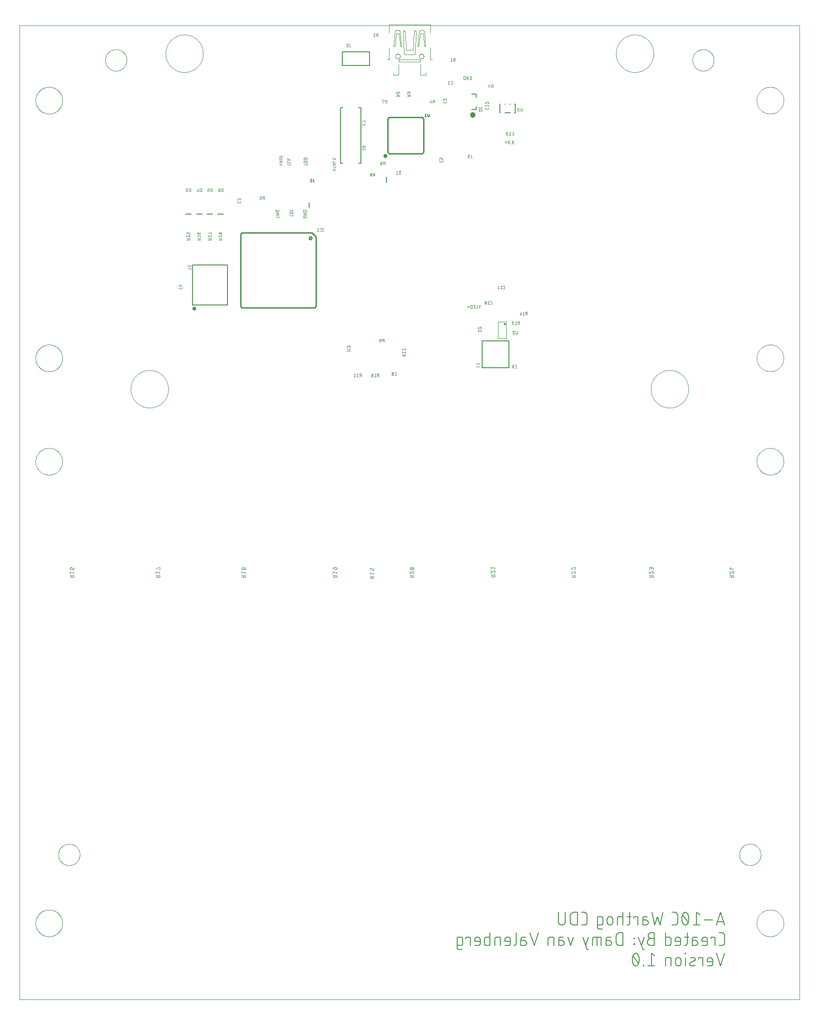
<source format=gbo>
G75*
%MOIN*%
%OFA0B0*%
%FSLAX25Y25*%
%IPPOS*%
%LPD*%
%AMOC8*
5,1,8,0,0,1.08239X$1,22.5*
%
%ADD10C,0.00000*%
%ADD11C,0.00200*%
%ADD12C,0.00800*%
%ADD13C,0.00500*%
%ADD14C,0.00600*%
%ADD15C,0.00300*%
%ADD16C,0.00400*%
%ADD17C,0.01682*%
%ADD18C,0.01000*%
%ADD19C,0.00010*%
%ADD20C,0.01181*%
%ADD21C,0.01969*%
D10*
X0001000Y0001000D02*
X0001000Y0715567D01*
X0573835Y0715567D01*
X0573835Y0001000D01*
X0001000Y0001000D01*
X0012811Y0057102D02*
X0012814Y0057344D01*
X0012823Y0057585D01*
X0012838Y0057826D01*
X0012858Y0058067D01*
X0012885Y0058307D01*
X0012918Y0058546D01*
X0012956Y0058785D01*
X0013000Y0059022D01*
X0013050Y0059259D01*
X0013106Y0059494D01*
X0013168Y0059727D01*
X0013235Y0059959D01*
X0013308Y0060190D01*
X0013386Y0060418D01*
X0013471Y0060644D01*
X0013560Y0060869D01*
X0013655Y0061091D01*
X0013756Y0061310D01*
X0013862Y0061528D01*
X0013973Y0061742D01*
X0014090Y0061954D01*
X0014211Y0062162D01*
X0014338Y0062368D01*
X0014470Y0062570D01*
X0014607Y0062770D01*
X0014748Y0062965D01*
X0014894Y0063158D01*
X0015045Y0063346D01*
X0015201Y0063531D01*
X0015361Y0063712D01*
X0015525Y0063889D01*
X0015694Y0064062D01*
X0015867Y0064231D01*
X0016044Y0064395D01*
X0016225Y0064555D01*
X0016410Y0064711D01*
X0016598Y0064862D01*
X0016791Y0065008D01*
X0016986Y0065149D01*
X0017186Y0065286D01*
X0017388Y0065418D01*
X0017594Y0065545D01*
X0017802Y0065666D01*
X0018014Y0065783D01*
X0018228Y0065894D01*
X0018446Y0066000D01*
X0018665Y0066101D01*
X0018887Y0066196D01*
X0019112Y0066285D01*
X0019338Y0066370D01*
X0019566Y0066448D01*
X0019797Y0066521D01*
X0020029Y0066588D01*
X0020262Y0066650D01*
X0020497Y0066706D01*
X0020734Y0066756D01*
X0020971Y0066800D01*
X0021210Y0066838D01*
X0021449Y0066871D01*
X0021689Y0066898D01*
X0021930Y0066918D01*
X0022171Y0066933D01*
X0022412Y0066942D01*
X0022654Y0066945D01*
X0022896Y0066942D01*
X0023137Y0066933D01*
X0023378Y0066918D01*
X0023619Y0066898D01*
X0023859Y0066871D01*
X0024098Y0066838D01*
X0024337Y0066800D01*
X0024574Y0066756D01*
X0024811Y0066706D01*
X0025046Y0066650D01*
X0025279Y0066588D01*
X0025511Y0066521D01*
X0025742Y0066448D01*
X0025970Y0066370D01*
X0026196Y0066285D01*
X0026421Y0066196D01*
X0026643Y0066101D01*
X0026862Y0066000D01*
X0027080Y0065894D01*
X0027294Y0065783D01*
X0027506Y0065666D01*
X0027714Y0065545D01*
X0027920Y0065418D01*
X0028122Y0065286D01*
X0028322Y0065149D01*
X0028517Y0065008D01*
X0028710Y0064862D01*
X0028898Y0064711D01*
X0029083Y0064555D01*
X0029264Y0064395D01*
X0029441Y0064231D01*
X0029614Y0064062D01*
X0029783Y0063889D01*
X0029947Y0063712D01*
X0030107Y0063531D01*
X0030263Y0063346D01*
X0030414Y0063158D01*
X0030560Y0062965D01*
X0030701Y0062770D01*
X0030838Y0062570D01*
X0030970Y0062368D01*
X0031097Y0062162D01*
X0031218Y0061954D01*
X0031335Y0061742D01*
X0031446Y0061528D01*
X0031552Y0061310D01*
X0031653Y0061091D01*
X0031748Y0060869D01*
X0031837Y0060644D01*
X0031922Y0060418D01*
X0032000Y0060190D01*
X0032073Y0059959D01*
X0032140Y0059727D01*
X0032202Y0059494D01*
X0032258Y0059259D01*
X0032308Y0059022D01*
X0032352Y0058785D01*
X0032390Y0058546D01*
X0032423Y0058307D01*
X0032450Y0058067D01*
X0032470Y0057826D01*
X0032485Y0057585D01*
X0032494Y0057344D01*
X0032497Y0057102D01*
X0032494Y0056860D01*
X0032485Y0056619D01*
X0032470Y0056378D01*
X0032450Y0056137D01*
X0032423Y0055897D01*
X0032390Y0055658D01*
X0032352Y0055419D01*
X0032308Y0055182D01*
X0032258Y0054945D01*
X0032202Y0054710D01*
X0032140Y0054477D01*
X0032073Y0054245D01*
X0032000Y0054014D01*
X0031922Y0053786D01*
X0031837Y0053560D01*
X0031748Y0053335D01*
X0031653Y0053113D01*
X0031552Y0052894D01*
X0031446Y0052676D01*
X0031335Y0052462D01*
X0031218Y0052250D01*
X0031097Y0052042D01*
X0030970Y0051836D01*
X0030838Y0051634D01*
X0030701Y0051434D01*
X0030560Y0051239D01*
X0030414Y0051046D01*
X0030263Y0050858D01*
X0030107Y0050673D01*
X0029947Y0050492D01*
X0029783Y0050315D01*
X0029614Y0050142D01*
X0029441Y0049973D01*
X0029264Y0049809D01*
X0029083Y0049649D01*
X0028898Y0049493D01*
X0028710Y0049342D01*
X0028517Y0049196D01*
X0028322Y0049055D01*
X0028122Y0048918D01*
X0027920Y0048786D01*
X0027714Y0048659D01*
X0027506Y0048538D01*
X0027294Y0048421D01*
X0027080Y0048310D01*
X0026862Y0048204D01*
X0026643Y0048103D01*
X0026421Y0048008D01*
X0026196Y0047919D01*
X0025970Y0047834D01*
X0025742Y0047756D01*
X0025511Y0047683D01*
X0025279Y0047616D01*
X0025046Y0047554D01*
X0024811Y0047498D01*
X0024574Y0047448D01*
X0024337Y0047404D01*
X0024098Y0047366D01*
X0023859Y0047333D01*
X0023619Y0047306D01*
X0023378Y0047286D01*
X0023137Y0047271D01*
X0022896Y0047262D01*
X0022654Y0047259D01*
X0022412Y0047262D01*
X0022171Y0047271D01*
X0021930Y0047286D01*
X0021689Y0047306D01*
X0021449Y0047333D01*
X0021210Y0047366D01*
X0020971Y0047404D01*
X0020734Y0047448D01*
X0020497Y0047498D01*
X0020262Y0047554D01*
X0020029Y0047616D01*
X0019797Y0047683D01*
X0019566Y0047756D01*
X0019338Y0047834D01*
X0019112Y0047919D01*
X0018887Y0048008D01*
X0018665Y0048103D01*
X0018446Y0048204D01*
X0018228Y0048310D01*
X0018014Y0048421D01*
X0017802Y0048538D01*
X0017594Y0048659D01*
X0017388Y0048786D01*
X0017186Y0048918D01*
X0016986Y0049055D01*
X0016791Y0049196D01*
X0016598Y0049342D01*
X0016410Y0049493D01*
X0016225Y0049649D01*
X0016044Y0049809D01*
X0015867Y0049973D01*
X0015694Y0050142D01*
X0015525Y0050315D01*
X0015361Y0050492D01*
X0015201Y0050673D01*
X0015045Y0050858D01*
X0014894Y0051046D01*
X0014748Y0051239D01*
X0014607Y0051434D01*
X0014470Y0051634D01*
X0014338Y0051836D01*
X0014211Y0052042D01*
X0014090Y0052250D01*
X0013973Y0052462D01*
X0013862Y0052676D01*
X0013756Y0052894D01*
X0013655Y0053113D01*
X0013560Y0053335D01*
X0013471Y0053560D01*
X0013386Y0053786D01*
X0013308Y0054014D01*
X0013235Y0054245D01*
X0013168Y0054477D01*
X0013106Y0054710D01*
X0013050Y0054945D01*
X0013000Y0055182D01*
X0012956Y0055419D01*
X0012918Y0055658D01*
X0012885Y0055897D01*
X0012858Y0056137D01*
X0012838Y0056378D01*
X0012823Y0056619D01*
X0012814Y0056860D01*
X0012811Y0057102D01*
X0029543Y0107299D02*
X0029545Y0107492D01*
X0029552Y0107685D01*
X0029564Y0107878D01*
X0029581Y0108071D01*
X0029602Y0108263D01*
X0029628Y0108454D01*
X0029659Y0108645D01*
X0029694Y0108835D01*
X0029734Y0109024D01*
X0029779Y0109212D01*
X0029828Y0109399D01*
X0029882Y0109585D01*
X0029940Y0109769D01*
X0030003Y0109952D01*
X0030071Y0110133D01*
X0030142Y0110312D01*
X0030219Y0110490D01*
X0030299Y0110666D01*
X0030384Y0110839D01*
X0030473Y0111011D01*
X0030566Y0111180D01*
X0030663Y0111347D01*
X0030765Y0111512D01*
X0030870Y0111674D01*
X0030979Y0111833D01*
X0031093Y0111990D01*
X0031210Y0112143D01*
X0031330Y0112294D01*
X0031455Y0112442D01*
X0031583Y0112587D01*
X0031714Y0112728D01*
X0031849Y0112867D01*
X0031988Y0113002D01*
X0032129Y0113133D01*
X0032274Y0113261D01*
X0032422Y0113386D01*
X0032573Y0113506D01*
X0032726Y0113623D01*
X0032883Y0113737D01*
X0033042Y0113846D01*
X0033204Y0113951D01*
X0033369Y0114053D01*
X0033536Y0114150D01*
X0033705Y0114243D01*
X0033877Y0114332D01*
X0034050Y0114417D01*
X0034226Y0114497D01*
X0034404Y0114574D01*
X0034583Y0114645D01*
X0034764Y0114713D01*
X0034947Y0114776D01*
X0035131Y0114834D01*
X0035317Y0114888D01*
X0035504Y0114937D01*
X0035692Y0114982D01*
X0035881Y0115022D01*
X0036071Y0115057D01*
X0036262Y0115088D01*
X0036453Y0115114D01*
X0036645Y0115135D01*
X0036838Y0115152D01*
X0037031Y0115164D01*
X0037224Y0115171D01*
X0037417Y0115173D01*
X0037610Y0115171D01*
X0037803Y0115164D01*
X0037996Y0115152D01*
X0038189Y0115135D01*
X0038381Y0115114D01*
X0038572Y0115088D01*
X0038763Y0115057D01*
X0038953Y0115022D01*
X0039142Y0114982D01*
X0039330Y0114937D01*
X0039517Y0114888D01*
X0039703Y0114834D01*
X0039887Y0114776D01*
X0040070Y0114713D01*
X0040251Y0114645D01*
X0040430Y0114574D01*
X0040608Y0114497D01*
X0040784Y0114417D01*
X0040957Y0114332D01*
X0041129Y0114243D01*
X0041298Y0114150D01*
X0041465Y0114053D01*
X0041630Y0113951D01*
X0041792Y0113846D01*
X0041951Y0113737D01*
X0042108Y0113623D01*
X0042261Y0113506D01*
X0042412Y0113386D01*
X0042560Y0113261D01*
X0042705Y0113133D01*
X0042846Y0113002D01*
X0042985Y0112867D01*
X0043120Y0112728D01*
X0043251Y0112587D01*
X0043379Y0112442D01*
X0043504Y0112294D01*
X0043624Y0112143D01*
X0043741Y0111990D01*
X0043855Y0111833D01*
X0043964Y0111674D01*
X0044069Y0111512D01*
X0044171Y0111347D01*
X0044268Y0111180D01*
X0044361Y0111011D01*
X0044450Y0110839D01*
X0044535Y0110666D01*
X0044615Y0110490D01*
X0044692Y0110312D01*
X0044763Y0110133D01*
X0044831Y0109952D01*
X0044894Y0109769D01*
X0044952Y0109585D01*
X0045006Y0109399D01*
X0045055Y0109212D01*
X0045100Y0109024D01*
X0045140Y0108835D01*
X0045175Y0108645D01*
X0045206Y0108454D01*
X0045232Y0108263D01*
X0045253Y0108071D01*
X0045270Y0107878D01*
X0045282Y0107685D01*
X0045289Y0107492D01*
X0045291Y0107299D01*
X0045289Y0107106D01*
X0045282Y0106913D01*
X0045270Y0106720D01*
X0045253Y0106527D01*
X0045232Y0106335D01*
X0045206Y0106144D01*
X0045175Y0105953D01*
X0045140Y0105763D01*
X0045100Y0105574D01*
X0045055Y0105386D01*
X0045006Y0105199D01*
X0044952Y0105013D01*
X0044894Y0104829D01*
X0044831Y0104646D01*
X0044763Y0104465D01*
X0044692Y0104286D01*
X0044615Y0104108D01*
X0044535Y0103932D01*
X0044450Y0103759D01*
X0044361Y0103587D01*
X0044268Y0103418D01*
X0044171Y0103251D01*
X0044069Y0103086D01*
X0043964Y0102924D01*
X0043855Y0102765D01*
X0043741Y0102608D01*
X0043624Y0102455D01*
X0043504Y0102304D01*
X0043379Y0102156D01*
X0043251Y0102011D01*
X0043120Y0101870D01*
X0042985Y0101731D01*
X0042846Y0101596D01*
X0042705Y0101465D01*
X0042560Y0101337D01*
X0042412Y0101212D01*
X0042261Y0101092D01*
X0042108Y0100975D01*
X0041951Y0100861D01*
X0041792Y0100752D01*
X0041630Y0100647D01*
X0041465Y0100545D01*
X0041298Y0100448D01*
X0041129Y0100355D01*
X0040957Y0100266D01*
X0040784Y0100181D01*
X0040608Y0100101D01*
X0040430Y0100024D01*
X0040251Y0099953D01*
X0040070Y0099885D01*
X0039887Y0099822D01*
X0039703Y0099764D01*
X0039517Y0099710D01*
X0039330Y0099661D01*
X0039142Y0099616D01*
X0038953Y0099576D01*
X0038763Y0099541D01*
X0038572Y0099510D01*
X0038381Y0099484D01*
X0038189Y0099463D01*
X0037996Y0099446D01*
X0037803Y0099434D01*
X0037610Y0099427D01*
X0037417Y0099425D01*
X0037224Y0099427D01*
X0037031Y0099434D01*
X0036838Y0099446D01*
X0036645Y0099463D01*
X0036453Y0099484D01*
X0036262Y0099510D01*
X0036071Y0099541D01*
X0035881Y0099576D01*
X0035692Y0099616D01*
X0035504Y0099661D01*
X0035317Y0099710D01*
X0035131Y0099764D01*
X0034947Y0099822D01*
X0034764Y0099885D01*
X0034583Y0099953D01*
X0034404Y0100024D01*
X0034226Y0100101D01*
X0034050Y0100181D01*
X0033877Y0100266D01*
X0033705Y0100355D01*
X0033536Y0100448D01*
X0033369Y0100545D01*
X0033204Y0100647D01*
X0033042Y0100752D01*
X0032883Y0100861D01*
X0032726Y0100975D01*
X0032573Y0101092D01*
X0032422Y0101212D01*
X0032274Y0101337D01*
X0032129Y0101465D01*
X0031988Y0101596D01*
X0031849Y0101731D01*
X0031714Y0101870D01*
X0031583Y0102011D01*
X0031455Y0102156D01*
X0031330Y0102304D01*
X0031210Y0102455D01*
X0031093Y0102608D01*
X0030979Y0102765D01*
X0030870Y0102924D01*
X0030765Y0103086D01*
X0030663Y0103251D01*
X0030566Y0103418D01*
X0030473Y0103587D01*
X0030384Y0103759D01*
X0030299Y0103932D01*
X0030219Y0104108D01*
X0030142Y0104286D01*
X0030071Y0104465D01*
X0030003Y0104646D01*
X0029940Y0104829D01*
X0029882Y0105013D01*
X0029828Y0105199D01*
X0029779Y0105386D01*
X0029734Y0105574D01*
X0029694Y0105763D01*
X0029659Y0105953D01*
X0029628Y0106144D01*
X0029602Y0106335D01*
X0029581Y0106527D01*
X0029564Y0106720D01*
X0029552Y0106913D01*
X0029545Y0107106D01*
X0029543Y0107299D01*
X0012811Y0395685D02*
X0012814Y0395927D01*
X0012823Y0396168D01*
X0012838Y0396409D01*
X0012858Y0396650D01*
X0012885Y0396890D01*
X0012918Y0397129D01*
X0012956Y0397368D01*
X0013000Y0397605D01*
X0013050Y0397842D01*
X0013106Y0398077D01*
X0013168Y0398310D01*
X0013235Y0398542D01*
X0013308Y0398773D01*
X0013386Y0399001D01*
X0013471Y0399227D01*
X0013560Y0399452D01*
X0013655Y0399674D01*
X0013756Y0399893D01*
X0013862Y0400111D01*
X0013973Y0400325D01*
X0014090Y0400537D01*
X0014211Y0400745D01*
X0014338Y0400951D01*
X0014470Y0401153D01*
X0014607Y0401353D01*
X0014748Y0401548D01*
X0014894Y0401741D01*
X0015045Y0401929D01*
X0015201Y0402114D01*
X0015361Y0402295D01*
X0015525Y0402472D01*
X0015694Y0402645D01*
X0015867Y0402814D01*
X0016044Y0402978D01*
X0016225Y0403138D01*
X0016410Y0403294D01*
X0016598Y0403445D01*
X0016791Y0403591D01*
X0016986Y0403732D01*
X0017186Y0403869D01*
X0017388Y0404001D01*
X0017594Y0404128D01*
X0017802Y0404249D01*
X0018014Y0404366D01*
X0018228Y0404477D01*
X0018446Y0404583D01*
X0018665Y0404684D01*
X0018887Y0404779D01*
X0019112Y0404868D01*
X0019338Y0404953D01*
X0019566Y0405031D01*
X0019797Y0405104D01*
X0020029Y0405171D01*
X0020262Y0405233D01*
X0020497Y0405289D01*
X0020734Y0405339D01*
X0020971Y0405383D01*
X0021210Y0405421D01*
X0021449Y0405454D01*
X0021689Y0405481D01*
X0021930Y0405501D01*
X0022171Y0405516D01*
X0022412Y0405525D01*
X0022654Y0405528D01*
X0022896Y0405525D01*
X0023137Y0405516D01*
X0023378Y0405501D01*
X0023619Y0405481D01*
X0023859Y0405454D01*
X0024098Y0405421D01*
X0024337Y0405383D01*
X0024574Y0405339D01*
X0024811Y0405289D01*
X0025046Y0405233D01*
X0025279Y0405171D01*
X0025511Y0405104D01*
X0025742Y0405031D01*
X0025970Y0404953D01*
X0026196Y0404868D01*
X0026421Y0404779D01*
X0026643Y0404684D01*
X0026862Y0404583D01*
X0027080Y0404477D01*
X0027294Y0404366D01*
X0027506Y0404249D01*
X0027714Y0404128D01*
X0027920Y0404001D01*
X0028122Y0403869D01*
X0028322Y0403732D01*
X0028517Y0403591D01*
X0028710Y0403445D01*
X0028898Y0403294D01*
X0029083Y0403138D01*
X0029264Y0402978D01*
X0029441Y0402814D01*
X0029614Y0402645D01*
X0029783Y0402472D01*
X0029947Y0402295D01*
X0030107Y0402114D01*
X0030263Y0401929D01*
X0030414Y0401741D01*
X0030560Y0401548D01*
X0030701Y0401353D01*
X0030838Y0401153D01*
X0030970Y0400951D01*
X0031097Y0400745D01*
X0031218Y0400537D01*
X0031335Y0400325D01*
X0031446Y0400111D01*
X0031552Y0399893D01*
X0031653Y0399674D01*
X0031748Y0399452D01*
X0031837Y0399227D01*
X0031922Y0399001D01*
X0032000Y0398773D01*
X0032073Y0398542D01*
X0032140Y0398310D01*
X0032202Y0398077D01*
X0032258Y0397842D01*
X0032308Y0397605D01*
X0032352Y0397368D01*
X0032390Y0397129D01*
X0032423Y0396890D01*
X0032450Y0396650D01*
X0032470Y0396409D01*
X0032485Y0396168D01*
X0032494Y0395927D01*
X0032497Y0395685D01*
X0032494Y0395443D01*
X0032485Y0395202D01*
X0032470Y0394961D01*
X0032450Y0394720D01*
X0032423Y0394480D01*
X0032390Y0394241D01*
X0032352Y0394002D01*
X0032308Y0393765D01*
X0032258Y0393528D01*
X0032202Y0393293D01*
X0032140Y0393060D01*
X0032073Y0392828D01*
X0032000Y0392597D01*
X0031922Y0392369D01*
X0031837Y0392143D01*
X0031748Y0391918D01*
X0031653Y0391696D01*
X0031552Y0391477D01*
X0031446Y0391259D01*
X0031335Y0391045D01*
X0031218Y0390833D01*
X0031097Y0390625D01*
X0030970Y0390419D01*
X0030838Y0390217D01*
X0030701Y0390017D01*
X0030560Y0389822D01*
X0030414Y0389629D01*
X0030263Y0389441D01*
X0030107Y0389256D01*
X0029947Y0389075D01*
X0029783Y0388898D01*
X0029614Y0388725D01*
X0029441Y0388556D01*
X0029264Y0388392D01*
X0029083Y0388232D01*
X0028898Y0388076D01*
X0028710Y0387925D01*
X0028517Y0387779D01*
X0028322Y0387638D01*
X0028122Y0387501D01*
X0027920Y0387369D01*
X0027714Y0387242D01*
X0027506Y0387121D01*
X0027294Y0387004D01*
X0027080Y0386893D01*
X0026862Y0386787D01*
X0026643Y0386686D01*
X0026421Y0386591D01*
X0026196Y0386502D01*
X0025970Y0386417D01*
X0025742Y0386339D01*
X0025511Y0386266D01*
X0025279Y0386199D01*
X0025046Y0386137D01*
X0024811Y0386081D01*
X0024574Y0386031D01*
X0024337Y0385987D01*
X0024098Y0385949D01*
X0023859Y0385916D01*
X0023619Y0385889D01*
X0023378Y0385869D01*
X0023137Y0385854D01*
X0022896Y0385845D01*
X0022654Y0385842D01*
X0022412Y0385845D01*
X0022171Y0385854D01*
X0021930Y0385869D01*
X0021689Y0385889D01*
X0021449Y0385916D01*
X0021210Y0385949D01*
X0020971Y0385987D01*
X0020734Y0386031D01*
X0020497Y0386081D01*
X0020262Y0386137D01*
X0020029Y0386199D01*
X0019797Y0386266D01*
X0019566Y0386339D01*
X0019338Y0386417D01*
X0019112Y0386502D01*
X0018887Y0386591D01*
X0018665Y0386686D01*
X0018446Y0386787D01*
X0018228Y0386893D01*
X0018014Y0387004D01*
X0017802Y0387121D01*
X0017594Y0387242D01*
X0017388Y0387369D01*
X0017186Y0387501D01*
X0016986Y0387638D01*
X0016791Y0387779D01*
X0016598Y0387925D01*
X0016410Y0388076D01*
X0016225Y0388232D01*
X0016044Y0388392D01*
X0015867Y0388556D01*
X0015694Y0388725D01*
X0015525Y0388898D01*
X0015361Y0389075D01*
X0015201Y0389256D01*
X0015045Y0389441D01*
X0014894Y0389629D01*
X0014748Y0389822D01*
X0014607Y0390017D01*
X0014470Y0390217D01*
X0014338Y0390419D01*
X0014211Y0390625D01*
X0014090Y0390833D01*
X0013973Y0391045D01*
X0013862Y0391259D01*
X0013756Y0391477D01*
X0013655Y0391696D01*
X0013560Y0391918D01*
X0013471Y0392143D01*
X0013386Y0392369D01*
X0013308Y0392597D01*
X0013235Y0392828D01*
X0013168Y0393060D01*
X0013106Y0393293D01*
X0013050Y0393528D01*
X0013000Y0393765D01*
X0012956Y0394002D01*
X0012918Y0394241D01*
X0012885Y0394480D01*
X0012858Y0394720D01*
X0012838Y0394961D01*
X0012823Y0395202D01*
X0012814Y0395443D01*
X0012811Y0395685D01*
X0012811Y0471472D02*
X0012814Y0471714D01*
X0012823Y0471955D01*
X0012838Y0472196D01*
X0012858Y0472437D01*
X0012885Y0472677D01*
X0012918Y0472916D01*
X0012956Y0473155D01*
X0013000Y0473392D01*
X0013050Y0473629D01*
X0013106Y0473864D01*
X0013168Y0474097D01*
X0013235Y0474329D01*
X0013308Y0474560D01*
X0013386Y0474788D01*
X0013471Y0475014D01*
X0013560Y0475239D01*
X0013655Y0475461D01*
X0013756Y0475680D01*
X0013862Y0475898D01*
X0013973Y0476112D01*
X0014090Y0476324D01*
X0014211Y0476532D01*
X0014338Y0476738D01*
X0014470Y0476940D01*
X0014607Y0477140D01*
X0014748Y0477335D01*
X0014894Y0477528D01*
X0015045Y0477716D01*
X0015201Y0477901D01*
X0015361Y0478082D01*
X0015525Y0478259D01*
X0015694Y0478432D01*
X0015867Y0478601D01*
X0016044Y0478765D01*
X0016225Y0478925D01*
X0016410Y0479081D01*
X0016598Y0479232D01*
X0016791Y0479378D01*
X0016986Y0479519D01*
X0017186Y0479656D01*
X0017388Y0479788D01*
X0017594Y0479915D01*
X0017802Y0480036D01*
X0018014Y0480153D01*
X0018228Y0480264D01*
X0018446Y0480370D01*
X0018665Y0480471D01*
X0018887Y0480566D01*
X0019112Y0480655D01*
X0019338Y0480740D01*
X0019566Y0480818D01*
X0019797Y0480891D01*
X0020029Y0480958D01*
X0020262Y0481020D01*
X0020497Y0481076D01*
X0020734Y0481126D01*
X0020971Y0481170D01*
X0021210Y0481208D01*
X0021449Y0481241D01*
X0021689Y0481268D01*
X0021930Y0481288D01*
X0022171Y0481303D01*
X0022412Y0481312D01*
X0022654Y0481315D01*
X0022896Y0481312D01*
X0023137Y0481303D01*
X0023378Y0481288D01*
X0023619Y0481268D01*
X0023859Y0481241D01*
X0024098Y0481208D01*
X0024337Y0481170D01*
X0024574Y0481126D01*
X0024811Y0481076D01*
X0025046Y0481020D01*
X0025279Y0480958D01*
X0025511Y0480891D01*
X0025742Y0480818D01*
X0025970Y0480740D01*
X0026196Y0480655D01*
X0026421Y0480566D01*
X0026643Y0480471D01*
X0026862Y0480370D01*
X0027080Y0480264D01*
X0027294Y0480153D01*
X0027506Y0480036D01*
X0027714Y0479915D01*
X0027920Y0479788D01*
X0028122Y0479656D01*
X0028322Y0479519D01*
X0028517Y0479378D01*
X0028710Y0479232D01*
X0028898Y0479081D01*
X0029083Y0478925D01*
X0029264Y0478765D01*
X0029441Y0478601D01*
X0029614Y0478432D01*
X0029783Y0478259D01*
X0029947Y0478082D01*
X0030107Y0477901D01*
X0030263Y0477716D01*
X0030414Y0477528D01*
X0030560Y0477335D01*
X0030701Y0477140D01*
X0030838Y0476940D01*
X0030970Y0476738D01*
X0031097Y0476532D01*
X0031218Y0476324D01*
X0031335Y0476112D01*
X0031446Y0475898D01*
X0031552Y0475680D01*
X0031653Y0475461D01*
X0031748Y0475239D01*
X0031837Y0475014D01*
X0031922Y0474788D01*
X0032000Y0474560D01*
X0032073Y0474329D01*
X0032140Y0474097D01*
X0032202Y0473864D01*
X0032258Y0473629D01*
X0032308Y0473392D01*
X0032352Y0473155D01*
X0032390Y0472916D01*
X0032423Y0472677D01*
X0032450Y0472437D01*
X0032470Y0472196D01*
X0032485Y0471955D01*
X0032494Y0471714D01*
X0032497Y0471472D01*
X0032494Y0471230D01*
X0032485Y0470989D01*
X0032470Y0470748D01*
X0032450Y0470507D01*
X0032423Y0470267D01*
X0032390Y0470028D01*
X0032352Y0469789D01*
X0032308Y0469552D01*
X0032258Y0469315D01*
X0032202Y0469080D01*
X0032140Y0468847D01*
X0032073Y0468615D01*
X0032000Y0468384D01*
X0031922Y0468156D01*
X0031837Y0467930D01*
X0031748Y0467705D01*
X0031653Y0467483D01*
X0031552Y0467264D01*
X0031446Y0467046D01*
X0031335Y0466832D01*
X0031218Y0466620D01*
X0031097Y0466412D01*
X0030970Y0466206D01*
X0030838Y0466004D01*
X0030701Y0465804D01*
X0030560Y0465609D01*
X0030414Y0465416D01*
X0030263Y0465228D01*
X0030107Y0465043D01*
X0029947Y0464862D01*
X0029783Y0464685D01*
X0029614Y0464512D01*
X0029441Y0464343D01*
X0029264Y0464179D01*
X0029083Y0464019D01*
X0028898Y0463863D01*
X0028710Y0463712D01*
X0028517Y0463566D01*
X0028322Y0463425D01*
X0028122Y0463288D01*
X0027920Y0463156D01*
X0027714Y0463029D01*
X0027506Y0462908D01*
X0027294Y0462791D01*
X0027080Y0462680D01*
X0026862Y0462574D01*
X0026643Y0462473D01*
X0026421Y0462378D01*
X0026196Y0462289D01*
X0025970Y0462204D01*
X0025742Y0462126D01*
X0025511Y0462053D01*
X0025279Y0461986D01*
X0025046Y0461924D01*
X0024811Y0461868D01*
X0024574Y0461818D01*
X0024337Y0461774D01*
X0024098Y0461736D01*
X0023859Y0461703D01*
X0023619Y0461676D01*
X0023378Y0461656D01*
X0023137Y0461641D01*
X0022896Y0461632D01*
X0022654Y0461629D01*
X0022412Y0461632D01*
X0022171Y0461641D01*
X0021930Y0461656D01*
X0021689Y0461676D01*
X0021449Y0461703D01*
X0021210Y0461736D01*
X0020971Y0461774D01*
X0020734Y0461818D01*
X0020497Y0461868D01*
X0020262Y0461924D01*
X0020029Y0461986D01*
X0019797Y0462053D01*
X0019566Y0462126D01*
X0019338Y0462204D01*
X0019112Y0462289D01*
X0018887Y0462378D01*
X0018665Y0462473D01*
X0018446Y0462574D01*
X0018228Y0462680D01*
X0018014Y0462791D01*
X0017802Y0462908D01*
X0017594Y0463029D01*
X0017388Y0463156D01*
X0017186Y0463288D01*
X0016986Y0463425D01*
X0016791Y0463566D01*
X0016598Y0463712D01*
X0016410Y0463863D01*
X0016225Y0464019D01*
X0016044Y0464179D01*
X0015867Y0464343D01*
X0015694Y0464512D01*
X0015525Y0464685D01*
X0015361Y0464862D01*
X0015201Y0465043D01*
X0015045Y0465228D01*
X0014894Y0465416D01*
X0014748Y0465609D01*
X0014607Y0465804D01*
X0014470Y0466004D01*
X0014338Y0466206D01*
X0014211Y0466412D01*
X0014090Y0466620D01*
X0013973Y0466832D01*
X0013862Y0467046D01*
X0013756Y0467264D01*
X0013655Y0467483D01*
X0013560Y0467705D01*
X0013471Y0467930D01*
X0013386Y0468156D01*
X0013308Y0468384D01*
X0013235Y0468615D01*
X0013168Y0468847D01*
X0013106Y0469080D01*
X0013050Y0469315D01*
X0013000Y0469552D01*
X0012956Y0469789D01*
X0012918Y0470028D01*
X0012885Y0470267D01*
X0012858Y0470507D01*
X0012838Y0470748D01*
X0012823Y0470989D01*
X0012814Y0471230D01*
X0012811Y0471472D01*
X0082692Y0448835D02*
X0082696Y0449173D01*
X0082709Y0449511D01*
X0082729Y0449849D01*
X0082758Y0450186D01*
X0082796Y0450522D01*
X0082841Y0450857D01*
X0082895Y0451191D01*
X0082957Y0451523D01*
X0083027Y0451854D01*
X0083105Y0452183D01*
X0083191Y0452510D01*
X0083285Y0452835D01*
X0083388Y0453158D01*
X0083498Y0453477D01*
X0083615Y0453794D01*
X0083741Y0454108D01*
X0083874Y0454419D01*
X0084015Y0454727D01*
X0084163Y0455031D01*
X0084319Y0455331D01*
X0084482Y0455627D01*
X0084652Y0455919D01*
X0084830Y0456207D01*
X0085014Y0456491D01*
X0085206Y0456770D01*
X0085404Y0457044D01*
X0085609Y0457313D01*
X0085820Y0457577D01*
X0086038Y0457836D01*
X0086262Y0458089D01*
X0086492Y0458337D01*
X0086728Y0458579D01*
X0086970Y0458815D01*
X0087218Y0459045D01*
X0087471Y0459269D01*
X0087730Y0459487D01*
X0087994Y0459698D01*
X0088263Y0459903D01*
X0088537Y0460101D01*
X0088816Y0460293D01*
X0089100Y0460477D01*
X0089388Y0460655D01*
X0089680Y0460825D01*
X0089976Y0460988D01*
X0090276Y0461144D01*
X0090580Y0461292D01*
X0090888Y0461433D01*
X0091199Y0461566D01*
X0091513Y0461692D01*
X0091830Y0461809D01*
X0092149Y0461919D01*
X0092472Y0462022D01*
X0092797Y0462116D01*
X0093124Y0462202D01*
X0093453Y0462280D01*
X0093784Y0462350D01*
X0094116Y0462412D01*
X0094450Y0462466D01*
X0094785Y0462511D01*
X0095121Y0462549D01*
X0095458Y0462578D01*
X0095796Y0462598D01*
X0096134Y0462611D01*
X0096472Y0462615D01*
X0096810Y0462611D01*
X0097148Y0462598D01*
X0097486Y0462578D01*
X0097823Y0462549D01*
X0098159Y0462511D01*
X0098494Y0462466D01*
X0098828Y0462412D01*
X0099160Y0462350D01*
X0099491Y0462280D01*
X0099820Y0462202D01*
X0100147Y0462116D01*
X0100472Y0462022D01*
X0100795Y0461919D01*
X0101114Y0461809D01*
X0101431Y0461692D01*
X0101745Y0461566D01*
X0102056Y0461433D01*
X0102364Y0461292D01*
X0102668Y0461144D01*
X0102968Y0460988D01*
X0103264Y0460825D01*
X0103556Y0460655D01*
X0103844Y0460477D01*
X0104128Y0460293D01*
X0104407Y0460101D01*
X0104681Y0459903D01*
X0104950Y0459698D01*
X0105214Y0459487D01*
X0105473Y0459269D01*
X0105726Y0459045D01*
X0105974Y0458815D01*
X0106216Y0458579D01*
X0106452Y0458337D01*
X0106682Y0458089D01*
X0106906Y0457836D01*
X0107124Y0457577D01*
X0107335Y0457313D01*
X0107540Y0457044D01*
X0107738Y0456770D01*
X0107930Y0456491D01*
X0108114Y0456207D01*
X0108292Y0455919D01*
X0108462Y0455627D01*
X0108625Y0455331D01*
X0108781Y0455031D01*
X0108929Y0454727D01*
X0109070Y0454419D01*
X0109203Y0454108D01*
X0109329Y0453794D01*
X0109446Y0453477D01*
X0109556Y0453158D01*
X0109659Y0452835D01*
X0109753Y0452510D01*
X0109839Y0452183D01*
X0109917Y0451854D01*
X0109987Y0451523D01*
X0110049Y0451191D01*
X0110103Y0450857D01*
X0110148Y0450522D01*
X0110186Y0450186D01*
X0110215Y0449849D01*
X0110235Y0449511D01*
X0110248Y0449173D01*
X0110252Y0448835D01*
X0110248Y0448497D01*
X0110235Y0448159D01*
X0110215Y0447821D01*
X0110186Y0447484D01*
X0110148Y0447148D01*
X0110103Y0446813D01*
X0110049Y0446479D01*
X0109987Y0446147D01*
X0109917Y0445816D01*
X0109839Y0445487D01*
X0109753Y0445160D01*
X0109659Y0444835D01*
X0109556Y0444512D01*
X0109446Y0444193D01*
X0109329Y0443876D01*
X0109203Y0443562D01*
X0109070Y0443251D01*
X0108929Y0442943D01*
X0108781Y0442639D01*
X0108625Y0442339D01*
X0108462Y0442043D01*
X0108292Y0441751D01*
X0108114Y0441463D01*
X0107930Y0441179D01*
X0107738Y0440900D01*
X0107540Y0440626D01*
X0107335Y0440357D01*
X0107124Y0440093D01*
X0106906Y0439834D01*
X0106682Y0439581D01*
X0106452Y0439333D01*
X0106216Y0439091D01*
X0105974Y0438855D01*
X0105726Y0438625D01*
X0105473Y0438401D01*
X0105214Y0438183D01*
X0104950Y0437972D01*
X0104681Y0437767D01*
X0104407Y0437569D01*
X0104128Y0437377D01*
X0103844Y0437193D01*
X0103556Y0437015D01*
X0103264Y0436845D01*
X0102968Y0436682D01*
X0102668Y0436526D01*
X0102364Y0436378D01*
X0102056Y0436237D01*
X0101745Y0436104D01*
X0101431Y0435978D01*
X0101114Y0435861D01*
X0100795Y0435751D01*
X0100472Y0435648D01*
X0100147Y0435554D01*
X0099820Y0435468D01*
X0099491Y0435390D01*
X0099160Y0435320D01*
X0098828Y0435258D01*
X0098494Y0435204D01*
X0098159Y0435159D01*
X0097823Y0435121D01*
X0097486Y0435092D01*
X0097148Y0435072D01*
X0096810Y0435059D01*
X0096472Y0435055D01*
X0096134Y0435059D01*
X0095796Y0435072D01*
X0095458Y0435092D01*
X0095121Y0435121D01*
X0094785Y0435159D01*
X0094450Y0435204D01*
X0094116Y0435258D01*
X0093784Y0435320D01*
X0093453Y0435390D01*
X0093124Y0435468D01*
X0092797Y0435554D01*
X0092472Y0435648D01*
X0092149Y0435751D01*
X0091830Y0435861D01*
X0091513Y0435978D01*
X0091199Y0436104D01*
X0090888Y0436237D01*
X0090580Y0436378D01*
X0090276Y0436526D01*
X0089976Y0436682D01*
X0089680Y0436845D01*
X0089388Y0437015D01*
X0089100Y0437193D01*
X0088816Y0437377D01*
X0088537Y0437569D01*
X0088263Y0437767D01*
X0087994Y0437972D01*
X0087730Y0438183D01*
X0087471Y0438401D01*
X0087218Y0438625D01*
X0086970Y0438855D01*
X0086728Y0439091D01*
X0086492Y0439333D01*
X0086262Y0439581D01*
X0086038Y0439834D01*
X0085820Y0440093D01*
X0085609Y0440357D01*
X0085404Y0440626D01*
X0085206Y0440900D01*
X0085014Y0441179D01*
X0084830Y0441463D01*
X0084652Y0441751D01*
X0084482Y0442043D01*
X0084319Y0442339D01*
X0084163Y0442639D01*
X0084015Y0442943D01*
X0083874Y0443251D01*
X0083741Y0443562D01*
X0083615Y0443876D01*
X0083498Y0444193D01*
X0083388Y0444512D01*
X0083285Y0444835D01*
X0083191Y0445160D01*
X0083105Y0445487D01*
X0083027Y0445816D01*
X0082957Y0446147D01*
X0082895Y0446479D01*
X0082841Y0446813D01*
X0082796Y0447148D01*
X0082758Y0447484D01*
X0082729Y0447821D01*
X0082709Y0448159D01*
X0082696Y0448497D01*
X0082692Y0448835D01*
X0012811Y0660449D02*
X0012814Y0660691D01*
X0012823Y0660932D01*
X0012838Y0661173D01*
X0012858Y0661414D01*
X0012885Y0661654D01*
X0012918Y0661893D01*
X0012956Y0662132D01*
X0013000Y0662369D01*
X0013050Y0662606D01*
X0013106Y0662841D01*
X0013168Y0663074D01*
X0013235Y0663306D01*
X0013308Y0663537D01*
X0013386Y0663765D01*
X0013471Y0663991D01*
X0013560Y0664216D01*
X0013655Y0664438D01*
X0013756Y0664657D01*
X0013862Y0664875D01*
X0013973Y0665089D01*
X0014090Y0665301D01*
X0014211Y0665509D01*
X0014338Y0665715D01*
X0014470Y0665917D01*
X0014607Y0666117D01*
X0014748Y0666312D01*
X0014894Y0666505D01*
X0015045Y0666693D01*
X0015201Y0666878D01*
X0015361Y0667059D01*
X0015525Y0667236D01*
X0015694Y0667409D01*
X0015867Y0667578D01*
X0016044Y0667742D01*
X0016225Y0667902D01*
X0016410Y0668058D01*
X0016598Y0668209D01*
X0016791Y0668355D01*
X0016986Y0668496D01*
X0017186Y0668633D01*
X0017388Y0668765D01*
X0017594Y0668892D01*
X0017802Y0669013D01*
X0018014Y0669130D01*
X0018228Y0669241D01*
X0018446Y0669347D01*
X0018665Y0669448D01*
X0018887Y0669543D01*
X0019112Y0669632D01*
X0019338Y0669717D01*
X0019566Y0669795D01*
X0019797Y0669868D01*
X0020029Y0669935D01*
X0020262Y0669997D01*
X0020497Y0670053D01*
X0020734Y0670103D01*
X0020971Y0670147D01*
X0021210Y0670185D01*
X0021449Y0670218D01*
X0021689Y0670245D01*
X0021930Y0670265D01*
X0022171Y0670280D01*
X0022412Y0670289D01*
X0022654Y0670292D01*
X0022896Y0670289D01*
X0023137Y0670280D01*
X0023378Y0670265D01*
X0023619Y0670245D01*
X0023859Y0670218D01*
X0024098Y0670185D01*
X0024337Y0670147D01*
X0024574Y0670103D01*
X0024811Y0670053D01*
X0025046Y0669997D01*
X0025279Y0669935D01*
X0025511Y0669868D01*
X0025742Y0669795D01*
X0025970Y0669717D01*
X0026196Y0669632D01*
X0026421Y0669543D01*
X0026643Y0669448D01*
X0026862Y0669347D01*
X0027080Y0669241D01*
X0027294Y0669130D01*
X0027506Y0669013D01*
X0027714Y0668892D01*
X0027920Y0668765D01*
X0028122Y0668633D01*
X0028322Y0668496D01*
X0028517Y0668355D01*
X0028710Y0668209D01*
X0028898Y0668058D01*
X0029083Y0667902D01*
X0029264Y0667742D01*
X0029441Y0667578D01*
X0029614Y0667409D01*
X0029783Y0667236D01*
X0029947Y0667059D01*
X0030107Y0666878D01*
X0030263Y0666693D01*
X0030414Y0666505D01*
X0030560Y0666312D01*
X0030701Y0666117D01*
X0030838Y0665917D01*
X0030970Y0665715D01*
X0031097Y0665509D01*
X0031218Y0665301D01*
X0031335Y0665089D01*
X0031446Y0664875D01*
X0031552Y0664657D01*
X0031653Y0664438D01*
X0031748Y0664216D01*
X0031837Y0663991D01*
X0031922Y0663765D01*
X0032000Y0663537D01*
X0032073Y0663306D01*
X0032140Y0663074D01*
X0032202Y0662841D01*
X0032258Y0662606D01*
X0032308Y0662369D01*
X0032352Y0662132D01*
X0032390Y0661893D01*
X0032423Y0661654D01*
X0032450Y0661414D01*
X0032470Y0661173D01*
X0032485Y0660932D01*
X0032494Y0660691D01*
X0032497Y0660449D01*
X0032494Y0660207D01*
X0032485Y0659966D01*
X0032470Y0659725D01*
X0032450Y0659484D01*
X0032423Y0659244D01*
X0032390Y0659005D01*
X0032352Y0658766D01*
X0032308Y0658529D01*
X0032258Y0658292D01*
X0032202Y0658057D01*
X0032140Y0657824D01*
X0032073Y0657592D01*
X0032000Y0657361D01*
X0031922Y0657133D01*
X0031837Y0656907D01*
X0031748Y0656682D01*
X0031653Y0656460D01*
X0031552Y0656241D01*
X0031446Y0656023D01*
X0031335Y0655809D01*
X0031218Y0655597D01*
X0031097Y0655389D01*
X0030970Y0655183D01*
X0030838Y0654981D01*
X0030701Y0654781D01*
X0030560Y0654586D01*
X0030414Y0654393D01*
X0030263Y0654205D01*
X0030107Y0654020D01*
X0029947Y0653839D01*
X0029783Y0653662D01*
X0029614Y0653489D01*
X0029441Y0653320D01*
X0029264Y0653156D01*
X0029083Y0652996D01*
X0028898Y0652840D01*
X0028710Y0652689D01*
X0028517Y0652543D01*
X0028322Y0652402D01*
X0028122Y0652265D01*
X0027920Y0652133D01*
X0027714Y0652006D01*
X0027506Y0651885D01*
X0027294Y0651768D01*
X0027080Y0651657D01*
X0026862Y0651551D01*
X0026643Y0651450D01*
X0026421Y0651355D01*
X0026196Y0651266D01*
X0025970Y0651181D01*
X0025742Y0651103D01*
X0025511Y0651030D01*
X0025279Y0650963D01*
X0025046Y0650901D01*
X0024811Y0650845D01*
X0024574Y0650795D01*
X0024337Y0650751D01*
X0024098Y0650713D01*
X0023859Y0650680D01*
X0023619Y0650653D01*
X0023378Y0650633D01*
X0023137Y0650618D01*
X0022896Y0650609D01*
X0022654Y0650606D01*
X0022412Y0650609D01*
X0022171Y0650618D01*
X0021930Y0650633D01*
X0021689Y0650653D01*
X0021449Y0650680D01*
X0021210Y0650713D01*
X0020971Y0650751D01*
X0020734Y0650795D01*
X0020497Y0650845D01*
X0020262Y0650901D01*
X0020029Y0650963D01*
X0019797Y0651030D01*
X0019566Y0651103D01*
X0019338Y0651181D01*
X0019112Y0651266D01*
X0018887Y0651355D01*
X0018665Y0651450D01*
X0018446Y0651551D01*
X0018228Y0651657D01*
X0018014Y0651768D01*
X0017802Y0651885D01*
X0017594Y0652006D01*
X0017388Y0652133D01*
X0017186Y0652265D01*
X0016986Y0652402D01*
X0016791Y0652543D01*
X0016598Y0652689D01*
X0016410Y0652840D01*
X0016225Y0652996D01*
X0016044Y0653156D01*
X0015867Y0653320D01*
X0015694Y0653489D01*
X0015525Y0653662D01*
X0015361Y0653839D01*
X0015201Y0654020D01*
X0015045Y0654205D01*
X0014894Y0654393D01*
X0014748Y0654586D01*
X0014607Y0654781D01*
X0014470Y0654981D01*
X0014338Y0655183D01*
X0014211Y0655389D01*
X0014090Y0655597D01*
X0013973Y0655809D01*
X0013862Y0656023D01*
X0013756Y0656241D01*
X0013655Y0656460D01*
X0013560Y0656682D01*
X0013471Y0656907D01*
X0013386Y0657133D01*
X0013308Y0657361D01*
X0013235Y0657592D01*
X0013168Y0657824D01*
X0013106Y0658057D01*
X0013050Y0658292D01*
X0013000Y0658529D01*
X0012956Y0658766D01*
X0012918Y0659005D01*
X0012885Y0659244D01*
X0012858Y0659484D01*
X0012838Y0659725D01*
X0012823Y0659966D01*
X0012814Y0660207D01*
X0012811Y0660449D01*
X0063992Y0689976D02*
X0063994Y0690169D01*
X0064001Y0690362D01*
X0064013Y0690555D01*
X0064030Y0690748D01*
X0064051Y0690940D01*
X0064077Y0691131D01*
X0064108Y0691322D01*
X0064143Y0691512D01*
X0064183Y0691701D01*
X0064228Y0691889D01*
X0064277Y0692076D01*
X0064331Y0692262D01*
X0064389Y0692446D01*
X0064452Y0692629D01*
X0064520Y0692810D01*
X0064591Y0692989D01*
X0064668Y0693167D01*
X0064748Y0693343D01*
X0064833Y0693516D01*
X0064922Y0693688D01*
X0065015Y0693857D01*
X0065112Y0694024D01*
X0065214Y0694189D01*
X0065319Y0694351D01*
X0065428Y0694510D01*
X0065542Y0694667D01*
X0065659Y0694820D01*
X0065779Y0694971D01*
X0065904Y0695119D01*
X0066032Y0695264D01*
X0066163Y0695405D01*
X0066298Y0695544D01*
X0066437Y0695679D01*
X0066578Y0695810D01*
X0066723Y0695938D01*
X0066871Y0696063D01*
X0067022Y0696183D01*
X0067175Y0696300D01*
X0067332Y0696414D01*
X0067491Y0696523D01*
X0067653Y0696628D01*
X0067818Y0696730D01*
X0067985Y0696827D01*
X0068154Y0696920D01*
X0068326Y0697009D01*
X0068499Y0697094D01*
X0068675Y0697174D01*
X0068853Y0697251D01*
X0069032Y0697322D01*
X0069213Y0697390D01*
X0069396Y0697453D01*
X0069580Y0697511D01*
X0069766Y0697565D01*
X0069953Y0697614D01*
X0070141Y0697659D01*
X0070330Y0697699D01*
X0070520Y0697734D01*
X0070711Y0697765D01*
X0070902Y0697791D01*
X0071094Y0697812D01*
X0071287Y0697829D01*
X0071480Y0697841D01*
X0071673Y0697848D01*
X0071866Y0697850D01*
X0072059Y0697848D01*
X0072252Y0697841D01*
X0072445Y0697829D01*
X0072638Y0697812D01*
X0072830Y0697791D01*
X0073021Y0697765D01*
X0073212Y0697734D01*
X0073402Y0697699D01*
X0073591Y0697659D01*
X0073779Y0697614D01*
X0073966Y0697565D01*
X0074152Y0697511D01*
X0074336Y0697453D01*
X0074519Y0697390D01*
X0074700Y0697322D01*
X0074879Y0697251D01*
X0075057Y0697174D01*
X0075233Y0697094D01*
X0075406Y0697009D01*
X0075578Y0696920D01*
X0075747Y0696827D01*
X0075914Y0696730D01*
X0076079Y0696628D01*
X0076241Y0696523D01*
X0076400Y0696414D01*
X0076557Y0696300D01*
X0076710Y0696183D01*
X0076861Y0696063D01*
X0077009Y0695938D01*
X0077154Y0695810D01*
X0077295Y0695679D01*
X0077434Y0695544D01*
X0077569Y0695405D01*
X0077700Y0695264D01*
X0077828Y0695119D01*
X0077953Y0694971D01*
X0078073Y0694820D01*
X0078190Y0694667D01*
X0078304Y0694510D01*
X0078413Y0694351D01*
X0078518Y0694189D01*
X0078620Y0694024D01*
X0078717Y0693857D01*
X0078810Y0693688D01*
X0078899Y0693516D01*
X0078984Y0693343D01*
X0079064Y0693167D01*
X0079141Y0692989D01*
X0079212Y0692810D01*
X0079280Y0692629D01*
X0079343Y0692446D01*
X0079401Y0692262D01*
X0079455Y0692076D01*
X0079504Y0691889D01*
X0079549Y0691701D01*
X0079589Y0691512D01*
X0079624Y0691322D01*
X0079655Y0691131D01*
X0079681Y0690940D01*
X0079702Y0690748D01*
X0079719Y0690555D01*
X0079731Y0690362D01*
X0079738Y0690169D01*
X0079740Y0689976D01*
X0079738Y0689783D01*
X0079731Y0689590D01*
X0079719Y0689397D01*
X0079702Y0689204D01*
X0079681Y0689012D01*
X0079655Y0688821D01*
X0079624Y0688630D01*
X0079589Y0688440D01*
X0079549Y0688251D01*
X0079504Y0688063D01*
X0079455Y0687876D01*
X0079401Y0687690D01*
X0079343Y0687506D01*
X0079280Y0687323D01*
X0079212Y0687142D01*
X0079141Y0686963D01*
X0079064Y0686785D01*
X0078984Y0686609D01*
X0078899Y0686436D01*
X0078810Y0686264D01*
X0078717Y0686095D01*
X0078620Y0685928D01*
X0078518Y0685763D01*
X0078413Y0685601D01*
X0078304Y0685442D01*
X0078190Y0685285D01*
X0078073Y0685132D01*
X0077953Y0684981D01*
X0077828Y0684833D01*
X0077700Y0684688D01*
X0077569Y0684547D01*
X0077434Y0684408D01*
X0077295Y0684273D01*
X0077154Y0684142D01*
X0077009Y0684014D01*
X0076861Y0683889D01*
X0076710Y0683769D01*
X0076557Y0683652D01*
X0076400Y0683538D01*
X0076241Y0683429D01*
X0076079Y0683324D01*
X0075914Y0683222D01*
X0075747Y0683125D01*
X0075578Y0683032D01*
X0075406Y0682943D01*
X0075233Y0682858D01*
X0075057Y0682778D01*
X0074879Y0682701D01*
X0074700Y0682630D01*
X0074519Y0682562D01*
X0074336Y0682499D01*
X0074152Y0682441D01*
X0073966Y0682387D01*
X0073779Y0682338D01*
X0073591Y0682293D01*
X0073402Y0682253D01*
X0073212Y0682218D01*
X0073021Y0682187D01*
X0072830Y0682161D01*
X0072638Y0682140D01*
X0072445Y0682123D01*
X0072252Y0682111D01*
X0072059Y0682104D01*
X0071866Y0682102D01*
X0071673Y0682104D01*
X0071480Y0682111D01*
X0071287Y0682123D01*
X0071094Y0682140D01*
X0070902Y0682161D01*
X0070711Y0682187D01*
X0070520Y0682218D01*
X0070330Y0682253D01*
X0070141Y0682293D01*
X0069953Y0682338D01*
X0069766Y0682387D01*
X0069580Y0682441D01*
X0069396Y0682499D01*
X0069213Y0682562D01*
X0069032Y0682630D01*
X0068853Y0682701D01*
X0068675Y0682778D01*
X0068499Y0682858D01*
X0068326Y0682943D01*
X0068154Y0683032D01*
X0067985Y0683125D01*
X0067818Y0683222D01*
X0067653Y0683324D01*
X0067491Y0683429D01*
X0067332Y0683538D01*
X0067175Y0683652D01*
X0067022Y0683769D01*
X0066871Y0683889D01*
X0066723Y0684014D01*
X0066578Y0684142D01*
X0066437Y0684273D01*
X0066298Y0684408D01*
X0066163Y0684547D01*
X0066032Y0684688D01*
X0065904Y0684833D01*
X0065779Y0684981D01*
X0065659Y0685132D01*
X0065542Y0685285D01*
X0065428Y0685442D01*
X0065319Y0685601D01*
X0065214Y0685763D01*
X0065112Y0685928D01*
X0065015Y0686095D01*
X0064922Y0686264D01*
X0064833Y0686436D01*
X0064748Y0686609D01*
X0064668Y0686785D01*
X0064591Y0686963D01*
X0064520Y0687142D01*
X0064452Y0687323D01*
X0064389Y0687506D01*
X0064331Y0687690D01*
X0064277Y0687876D01*
X0064228Y0688063D01*
X0064183Y0688251D01*
X0064143Y0688440D01*
X0064108Y0688630D01*
X0064077Y0688821D01*
X0064051Y0689012D01*
X0064030Y0689204D01*
X0064013Y0689397D01*
X0064001Y0689590D01*
X0063994Y0689783D01*
X0063992Y0689976D01*
X0108283Y0694898D02*
X0108287Y0695236D01*
X0108300Y0695574D01*
X0108320Y0695912D01*
X0108349Y0696249D01*
X0108387Y0696585D01*
X0108432Y0696920D01*
X0108486Y0697254D01*
X0108548Y0697586D01*
X0108618Y0697917D01*
X0108696Y0698246D01*
X0108782Y0698573D01*
X0108876Y0698898D01*
X0108979Y0699221D01*
X0109089Y0699540D01*
X0109206Y0699857D01*
X0109332Y0700171D01*
X0109465Y0700482D01*
X0109606Y0700790D01*
X0109754Y0701094D01*
X0109910Y0701394D01*
X0110073Y0701690D01*
X0110243Y0701982D01*
X0110421Y0702270D01*
X0110605Y0702554D01*
X0110797Y0702833D01*
X0110995Y0703107D01*
X0111200Y0703376D01*
X0111411Y0703640D01*
X0111629Y0703899D01*
X0111853Y0704152D01*
X0112083Y0704400D01*
X0112319Y0704642D01*
X0112561Y0704878D01*
X0112809Y0705108D01*
X0113062Y0705332D01*
X0113321Y0705550D01*
X0113585Y0705761D01*
X0113854Y0705966D01*
X0114128Y0706164D01*
X0114407Y0706356D01*
X0114691Y0706540D01*
X0114979Y0706718D01*
X0115271Y0706888D01*
X0115567Y0707051D01*
X0115867Y0707207D01*
X0116171Y0707355D01*
X0116479Y0707496D01*
X0116790Y0707629D01*
X0117104Y0707755D01*
X0117421Y0707872D01*
X0117740Y0707982D01*
X0118063Y0708085D01*
X0118388Y0708179D01*
X0118715Y0708265D01*
X0119044Y0708343D01*
X0119375Y0708413D01*
X0119707Y0708475D01*
X0120041Y0708529D01*
X0120376Y0708574D01*
X0120712Y0708612D01*
X0121049Y0708641D01*
X0121387Y0708661D01*
X0121725Y0708674D01*
X0122063Y0708678D01*
X0122401Y0708674D01*
X0122739Y0708661D01*
X0123077Y0708641D01*
X0123414Y0708612D01*
X0123750Y0708574D01*
X0124085Y0708529D01*
X0124419Y0708475D01*
X0124751Y0708413D01*
X0125082Y0708343D01*
X0125411Y0708265D01*
X0125738Y0708179D01*
X0126063Y0708085D01*
X0126386Y0707982D01*
X0126705Y0707872D01*
X0127022Y0707755D01*
X0127336Y0707629D01*
X0127647Y0707496D01*
X0127955Y0707355D01*
X0128259Y0707207D01*
X0128559Y0707051D01*
X0128855Y0706888D01*
X0129147Y0706718D01*
X0129435Y0706540D01*
X0129719Y0706356D01*
X0129998Y0706164D01*
X0130272Y0705966D01*
X0130541Y0705761D01*
X0130805Y0705550D01*
X0131064Y0705332D01*
X0131317Y0705108D01*
X0131565Y0704878D01*
X0131807Y0704642D01*
X0132043Y0704400D01*
X0132273Y0704152D01*
X0132497Y0703899D01*
X0132715Y0703640D01*
X0132926Y0703376D01*
X0133131Y0703107D01*
X0133329Y0702833D01*
X0133521Y0702554D01*
X0133705Y0702270D01*
X0133883Y0701982D01*
X0134053Y0701690D01*
X0134216Y0701394D01*
X0134372Y0701094D01*
X0134520Y0700790D01*
X0134661Y0700482D01*
X0134794Y0700171D01*
X0134920Y0699857D01*
X0135037Y0699540D01*
X0135147Y0699221D01*
X0135250Y0698898D01*
X0135344Y0698573D01*
X0135430Y0698246D01*
X0135508Y0697917D01*
X0135578Y0697586D01*
X0135640Y0697254D01*
X0135694Y0696920D01*
X0135739Y0696585D01*
X0135777Y0696249D01*
X0135806Y0695912D01*
X0135826Y0695574D01*
X0135839Y0695236D01*
X0135843Y0694898D01*
X0135839Y0694560D01*
X0135826Y0694222D01*
X0135806Y0693884D01*
X0135777Y0693547D01*
X0135739Y0693211D01*
X0135694Y0692876D01*
X0135640Y0692542D01*
X0135578Y0692210D01*
X0135508Y0691879D01*
X0135430Y0691550D01*
X0135344Y0691223D01*
X0135250Y0690898D01*
X0135147Y0690575D01*
X0135037Y0690256D01*
X0134920Y0689939D01*
X0134794Y0689625D01*
X0134661Y0689314D01*
X0134520Y0689006D01*
X0134372Y0688702D01*
X0134216Y0688402D01*
X0134053Y0688106D01*
X0133883Y0687814D01*
X0133705Y0687526D01*
X0133521Y0687242D01*
X0133329Y0686963D01*
X0133131Y0686689D01*
X0132926Y0686420D01*
X0132715Y0686156D01*
X0132497Y0685897D01*
X0132273Y0685644D01*
X0132043Y0685396D01*
X0131807Y0685154D01*
X0131565Y0684918D01*
X0131317Y0684688D01*
X0131064Y0684464D01*
X0130805Y0684246D01*
X0130541Y0684035D01*
X0130272Y0683830D01*
X0129998Y0683632D01*
X0129719Y0683440D01*
X0129435Y0683256D01*
X0129147Y0683078D01*
X0128855Y0682908D01*
X0128559Y0682745D01*
X0128259Y0682589D01*
X0127955Y0682441D01*
X0127647Y0682300D01*
X0127336Y0682167D01*
X0127022Y0682041D01*
X0126705Y0681924D01*
X0126386Y0681814D01*
X0126063Y0681711D01*
X0125738Y0681617D01*
X0125411Y0681531D01*
X0125082Y0681453D01*
X0124751Y0681383D01*
X0124419Y0681321D01*
X0124085Y0681267D01*
X0123750Y0681222D01*
X0123414Y0681184D01*
X0123077Y0681155D01*
X0122739Y0681135D01*
X0122401Y0681122D01*
X0122063Y0681118D01*
X0121725Y0681122D01*
X0121387Y0681135D01*
X0121049Y0681155D01*
X0120712Y0681184D01*
X0120376Y0681222D01*
X0120041Y0681267D01*
X0119707Y0681321D01*
X0119375Y0681383D01*
X0119044Y0681453D01*
X0118715Y0681531D01*
X0118388Y0681617D01*
X0118063Y0681711D01*
X0117740Y0681814D01*
X0117421Y0681924D01*
X0117104Y0682041D01*
X0116790Y0682167D01*
X0116479Y0682300D01*
X0116171Y0682441D01*
X0115867Y0682589D01*
X0115567Y0682745D01*
X0115271Y0682908D01*
X0114979Y0683078D01*
X0114691Y0683256D01*
X0114407Y0683440D01*
X0114128Y0683632D01*
X0113854Y0683830D01*
X0113585Y0684035D01*
X0113321Y0684246D01*
X0113062Y0684464D01*
X0112809Y0684688D01*
X0112561Y0684918D01*
X0112319Y0685154D01*
X0112083Y0685396D01*
X0111853Y0685644D01*
X0111629Y0685897D01*
X0111411Y0686156D01*
X0111200Y0686420D01*
X0110995Y0686689D01*
X0110797Y0686963D01*
X0110605Y0687242D01*
X0110421Y0687526D01*
X0110243Y0687814D01*
X0110073Y0688106D01*
X0109910Y0688402D01*
X0109754Y0688702D01*
X0109606Y0689006D01*
X0109465Y0689314D01*
X0109332Y0689625D01*
X0109206Y0689939D01*
X0109089Y0690256D01*
X0108979Y0690575D01*
X0108876Y0690898D01*
X0108782Y0691223D01*
X0108696Y0691550D01*
X0108618Y0691879D01*
X0108548Y0692210D01*
X0108486Y0692542D01*
X0108432Y0692876D01*
X0108387Y0693211D01*
X0108349Y0693547D01*
X0108320Y0693884D01*
X0108300Y0694222D01*
X0108287Y0694560D01*
X0108283Y0694898D01*
X0276984Y0692850D02*
X0276986Y0692934D01*
X0276992Y0693017D01*
X0277002Y0693100D01*
X0277016Y0693183D01*
X0277033Y0693265D01*
X0277055Y0693346D01*
X0277080Y0693425D01*
X0277109Y0693504D01*
X0277142Y0693581D01*
X0277178Y0693656D01*
X0277218Y0693730D01*
X0277261Y0693802D01*
X0277308Y0693871D01*
X0277358Y0693938D01*
X0277411Y0694003D01*
X0277467Y0694065D01*
X0277525Y0694125D01*
X0277587Y0694182D01*
X0277651Y0694235D01*
X0277718Y0694286D01*
X0277787Y0694333D01*
X0277858Y0694378D01*
X0277931Y0694418D01*
X0278006Y0694455D01*
X0278083Y0694489D01*
X0278161Y0694519D01*
X0278240Y0694545D01*
X0278321Y0694568D01*
X0278403Y0694586D01*
X0278485Y0694601D01*
X0278568Y0694612D01*
X0278651Y0694619D01*
X0278735Y0694622D01*
X0278819Y0694621D01*
X0278902Y0694616D01*
X0278986Y0694607D01*
X0279068Y0694594D01*
X0279150Y0694578D01*
X0279231Y0694557D01*
X0279312Y0694533D01*
X0279390Y0694505D01*
X0279468Y0694473D01*
X0279544Y0694437D01*
X0279618Y0694398D01*
X0279690Y0694356D01*
X0279760Y0694310D01*
X0279828Y0694261D01*
X0279893Y0694209D01*
X0279956Y0694154D01*
X0280016Y0694096D01*
X0280074Y0694035D01*
X0280128Y0693971D01*
X0280180Y0693905D01*
X0280228Y0693837D01*
X0280273Y0693766D01*
X0280314Y0693693D01*
X0280353Y0693619D01*
X0280387Y0693543D01*
X0280418Y0693465D01*
X0280445Y0693386D01*
X0280469Y0693305D01*
X0280488Y0693224D01*
X0280504Y0693142D01*
X0280516Y0693059D01*
X0280524Y0692975D01*
X0280528Y0692892D01*
X0280528Y0692808D01*
X0280524Y0692725D01*
X0280516Y0692641D01*
X0280504Y0692558D01*
X0280488Y0692476D01*
X0280469Y0692395D01*
X0280445Y0692314D01*
X0280418Y0692235D01*
X0280387Y0692157D01*
X0280353Y0692081D01*
X0280314Y0692007D01*
X0280273Y0691934D01*
X0280228Y0691863D01*
X0280180Y0691795D01*
X0280128Y0691729D01*
X0280074Y0691665D01*
X0280016Y0691604D01*
X0279956Y0691546D01*
X0279893Y0691491D01*
X0279828Y0691439D01*
X0279760Y0691390D01*
X0279690Y0691344D01*
X0279618Y0691302D01*
X0279544Y0691263D01*
X0279468Y0691227D01*
X0279390Y0691195D01*
X0279312Y0691167D01*
X0279231Y0691143D01*
X0279150Y0691122D01*
X0279068Y0691106D01*
X0278986Y0691093D01*
X0278902Y0691084D01*
X0278819Y0691079D01*
X0278735Y0691078D01*
X0278651Y0691081D01*
X0278568Y0691088D01*
X0278485Y0691099D01*
X0278403Y0691114D01*
X0278321Y0691132D01*
X0278240Y0691155D01*
X0278161Y0691181D01*
X0278083Y0691211D01*
X0278006Y0691245D01*
X0277931Y0691282D01*
X0277858Y0691322D01*
X0277787Y0691367D01*
X0277718Y0691414D01*
X0277651Y0691465D01*
X0277587Y0691518D01*
X0277525Y0691575D01*
X0277467Y0691635D01*
X0277411Y0691697D01*
X0277358Y0691762D01*
X0277308Y0691829D01*
X0277261Y0691898D01*
X0277218Y0691970D01*
X0277178Y0692044D01*
X0277142Y0692119D01*
X0277109Y0692196D01*
X0277080Y0692275D01*
X0277055Y0692354D01*
X0277033Y0692435D01*
X0277016Y0692517D01*
X0277002Y0692600D01*
X0276992Y0692683D01*
X0276986Y0692766D01*
X0276984Y0692850D01*
X0294307Y0692850D02*
X0294309Y0692934D01*
X0294315Y0693017D01*
X0294325Y0693100D01*
X0294339Y0693183D01*
X0294356Y0693265D01*
X0294378Y0693346D01*
X0294403Y0693425D01*
X0294432Y0693504D01*
X0294465Y0693581D01*
X0294501Y0693656D01*
X0294541Y0693730D01*
X0294584Y0693802D01*
X0294631Y0693871D01*
X0294681Y0693938D01*
X0294734Y0694003D01*
X0294790Y0694065D01*
X0294848Y0694125D01*
X0294910Y0694182D01*
X0294974Y0694235D01*
X0295041Y0694286D01*
X0295110Y0694333D01*
X0295181Y0694378D01*
X0295254Y0694418D01*
X0295329Y0694455D01*
X0295406Y0694489D01*
X0295484Y0694519D01*
X0295563Y0694545D01*
X0295644Y0694568D01*
X0295726Y0694586D01*
X0295808Y0694601D01*
X0295891Y0694612D01*
X0295974Y0694619D01*
X0296058Y0694622D01*
X0296142Y0694621D01*
X0296225Y0694616D01*
X0296309Y0694607D01*
X0296391Y0694594D01*
X0296473Y0694578D01*
X0296554Y0694557D01*
X0296635Y0694533D01*
X0296713Y0694505D01*
X0296791Y0694473D01*
X0296867Y0694437D01*
X0296941Y0694398D01*
X0297013Y0694356D01*
X0297083Y0694310D01*
X0297151Y0694261D01*
X0297216Y0694209D01*
X0297279Y0694154D01*
X0297339Y0694096D01*
X0297397Y0694035D01*
X0297451Y0693971D01*
X0297503Y0693905D01*
X0297551Y0693837D01*
X0297596Y0693766D01*
X0297637Y0693693D01*
X0297676Y0693619D01*
X0297710Y0693543D01*
X0297741Y0693465D01*
X0297768Y0693386D01*
X0297792Y0693305D01*
X0297811Y0693224D01*
X0297827Y0693142D01*
X0297839Y0693059D01*
X0297847Y0692975D01*
X0297851Y0692892D01*
X0297851Y0692808D01*
X0297847Y0692725D01*
X0297839Y0692641D01*
X0297827Y0692558D01*
X0297811Y0692476D01*
X0297792Y0692395D01*
X0297768Y0692314D01*
X0297741Y0692235D01*
X0297710Y0692157D01*
X0297676Y0692081D01*
X0297637Y0692007D01*
X0297596Y0691934D01*
X0297551Y0691863D01*
X0297503Y0691795D01*
X0297451Y0691729D01*
X0297397Y0691665D01*
X0297339Y0691604D01*
X0297279Y0691546D01*
X0297216Y0691491D01*
X0297151Y0691439D01*
X0297083Y0691390D01*
X0297013Y0691344D01*
X0296941Y0691302D01*
X0296867Y0691263D01*
X0296791Y0691227D01*
X0296713Y0691195D01*
X0296635Y0691167D01*
X0296554Y0691143D01*
X0296473Y0691122D01*
X0296391Y0691106D01*
X0296309Y0691093D01*
X0296225Y0691084D01*
X0296142Y0691079D01*
X0296058Y0691078D01*
X0295974Y0691081D01*
X0295891Y0691088D01*
X0295808Y0691099D01*
X0295726Y0691114D01*
X0295644Y0691132D01*
X0295563Y0691155D01*
X0295484Y0691181D01*
X0295406Y0691211D01*
X0295329Y0691245D01*
X0295254Y0691282D01*
X0295181Y0691322D01*
X0295110Y0691367D01*
X0295041Y0691414D01*
X0294974Y0691465D01*
X0294910Y0691518D01*
X0294848Y0691575D01*
X0294790Y0691635D01*
X0294734Y0691697D01*
X0294681Y0691762D01*
X0294631Y0691829D01*
X0294584Y0691898D01*
X0294541Y0691970D01*
X0294501Y0692044D01*
X0294465Y0692119D01*
X0294432Y0692196D01*
X0294403Y0692275D01*
X0294378Y0692354D01*
X0294356Y0692435D01*
X0294339Y0692517D01*
X0294325Y0692600D01*
X0294315Y0692683D01*
X0294309Y0692766D01*
X0294307Y0692850D01*
X0438992Y0694898D02*
X0438996Y0695236D01*
X0439009Y0695574D01*
X0439029Y0695912D01*
X0439058Y0696249D01*
X0439096Y0696585D01*
X0439141Y0696920D01*
X0439195Y0697254D01*
X0439257Y0697586D01*
X0439327Y0697917D01*
X0439405Y0698246D01*
X0439491Y0698573D01*
X0439585Y0698898D01*
X0439688Y0699221D01*
X0439798Y0699540D01*
X0439915Y0699857D01*
X0440041Y0700171D01*
X0440174Y0700482D01*
X0440315Y0700790D01*
X0440463Y0701094D01*
X0440619Y0701394D01*
X0440782Y0701690D01*
X0440952Y0701982D01*
X0441130Y0702270D01*
X0441314Y0702554D01*
X0441506Y0702833D01*
X0441704Y0703107D01*
X0441909Y0703376D01*
X0442120Y0703640D01*
X0442338Y0703899D01*
X0442562Y0704152D01*
X0442792Y0704400D01*
X0443028Y0704642D01*
X0443270Y0704878D01*
X0443518Y0705108D01*
X0443771Y0705332D01*
X0444030Y0705550D01*
X0444294Y0705761D01*
X0444563Y0705966D01*
X0444837Y0706164D01*
X0445116Y0706356D01*
X0445400Y0706540D01*
X0445688Y0706718D01*
X0445980Y0706888D01*
X0446276Y0707051D01*
X0446576Y0707207D01*
X0446880Y0707355D01*
X0447188Y0707496D01*
X0447499Y0707629D01*
X0447813Y0707755D01*
X0448130Y0707872D01*
X0448449Y0707982D01*
X0448772Y0708085D01*
X0449097Y0708179D01*
X0449424Y0708265D01*
X0449753Y0708343D01*
X0450084Y0708413D01*
X0450416Y0708475D01*
X0450750Y0708529D01*
X0451085Y0708574D01*
X0451421Y0708612D01*
X0451758Y0708641D01*
X0452096Y0708661D01*
X0452434Y0708674D01*
X0452772Y0708678D01*
X0453110Y0708674D01*
X0453448Y0708661D01*
X0453786Y0708641D01*
X0454123Y0708612D01*
X0454459Y0708574D01*
X0454794Y0708529D01*
X0455128Y0708475D01*
X0455460Y0708413D01*
X0455791Y0708343D01*
X0456120Y0708265D01*
X0456447Y0708179D01*
X0456772Y0708085D01*
X0457095Y0707982D01*
X0457414Y0707872D01*
X0457731Y0707755D01*
X0458045Y0707629D01*
X0458356Y0707496D01*
X0458664Y0707355D01*
X0458968Y0707207D01*
X0459268Y0707051D01*
X0459564Y0706888D01*
X0459856Y0706718D01*
X0460144Y0706540D01*
X0460428Y0706356D01*
X0460707Y0706164D01*
X0460981Y0705966D01*
X0461250Y0705761D01*
X0461514Y0705550D01*
X0461773Y0705332D01*
X0462026Y0705108D01*
X0462274Y0704878D01*
X0462516Y0704642D01*
X0462752Y0704400D01*
X0462982Y0704152D01*
X0463206Y0703899D01*
X0463424Y0703640D01*
X0463635Y0703376D01*
X0463840Y0703107D01*
X0464038Y0702833D01*
X0464230Y0702554D01*
X0464414Y0702270D01*
X0464592Y0701982D01*
X0464762Y0701690D01*
X0464925Y0701394D01*
X0465081Y0701094D01*
X0465229Y0700790D01*
X0465370Y0700482D01*
X0465503Y0700171D01*
X0465629Y0699857D01*
X0465746Y0699540D01*
X0465856Y0699221D01*
X0465959Y0698898D01*
X0466053Y0698573D01*
X0466139Y0698246D01*
X0466217Y0697917D01*
X0466287Y0697586D01*
X0466349Y0697254D01*
X0466403Y0696920D01*
X0466448Y0696585D01*
X0466486Y0696249D01*
X0466515Y0695912D01*
X0466535Y0695574D01*
X0466548Y0695236D01*
X0466552Y0694898D01*
X0466548Y0694560D01*
X0466535Y0694222D01*
X0466515Y0693884D01*
X0466486Y0693547D01*
X0466448Y0693211D01*
X0466403Y0692876D01*
X0466349Y0692542D01*
X0466287Y0692210D01*
X0466217Y0691879D01*
X0466139Y0691550D01*
X0466053Y0691223D01*
X0465959Y0690898D01*
X0465856Y0690575D01*
X0465746Y0690256D01*
X0465629Y0689939D01*
X0465503Y0689625D01*
X0465370Y0689314D01*
X0465229Y0689006D01*
X0465081Y0688702D01*
X0464925Y0688402D01*
X0464762Y0688106D01*
X0464592Y0687814D01*
X0464414Y0687526D01*
X0464230Y0687242D01*
X0464038Y0686963D01*
X0463840Y0686689D01*
X0463635Y0686420D01*
X0463424Y0686156D01*
X0463206Y0685897D01*
X0462982Y0685644D01*
X0462752Y0685396D01*
X0462516Y0685154D01*
X0462274Y0684918D01*
X0462026Y0684688D01*
X0461773Y0684464D01*
X0461514Y0684246D01*
X0461250Y0684035D01*
X0460981Y0683830D01*
X0460707Y0683632D01*
X0460428Y0683440D01*
X0460144Y0683256D01*
X0459856Y0683078D01*
X0459564Y0682908D01*
X0459268Y0682745D01*
X0458968Y0682589D01*
X0458664Y0682441D01*
X0458356Y0682300D01*
X0458045Y0682167D01*
X0457731Y0682041D01*
X0457414Y0681924D01*
X0457095Y0681814D01*
X0456772Y0681711D01*
X0456447Y0681617D01*
X0456120Y0681531D01*
X0455791Y0681453D01*
X0455460Y0681383D01*
X0455128Y0681321D01*
X0454794Y0681267D01*
X0454459Y0681222D01*
X0454123Y0681184D01*
X0453786Y0681155D01*
X0453448Y0681135D01*
X0453110Y0681122D01*
X0452772Y0681118D01*
X0452434Y0681122D01*
X0452096Y0681135D01*
X0451758Y0681155D01*
X0451421Y0681184D01*
X0451085Y0681222D01*
X0450750Y0681267D01*
X0450416Y0681321D01*
X0450084Y0681383D01*
X0449753Y0681453D01*
X0449424Y0681531D01*
X0449097Y0681617D01*
X0448772Y0681711D01*
X0448449Y0681814D01*
X0448130Y0681924D01*
X0447813Y0682041D01*
X0447499Y0682167D01*
X0447188Y0682300D01*
X0446880Y0682441D01*
X0446576Y0682589D01*
X0446276Y0682745D01*
X0445980Y0682908D01*
X0445688Y0683078D01*
X0445400Y0683256D01*
X0445116Y0683440D01*
X0444837Y0683632D01*
X0444563Y0683830D01*
X0444294Y0684035D01*
X0444030Y0684246D01*
X0443771Y0684464D01*
X0443518Y0684688D01*
X0443270Y0684918D01*
X0443028Y0685154D01*
X0442792Y0685396D01*
X0442562Y0685644D01*
X0442338Y0685897D01*
X0442120Y0686156D01*
X0441909Y0686420D01*
X0441704Y0686689D01*
X0441506Y0686963D01*
X0441314Y0687242D01*
X0441130Y0687526D01*
X0440952Y0687814D01*
X0440782Y0688106D01*
X0440619Y0688402D01*
X0440463Y0688702D01*
X0440315Y0689006D01*
X0440174Y0689314D01*
X0440041Y0689625D01*
X0439915Y0689939D01*
X0439798Y0690256D01*
X0439688Y0690575D01*
X0439585Y0690898D01*
X0439491Y0691223D01*
X0439405Y0691550D01*
X0439327Y0691879D01*
X0439257Y0692210D01*
X0439195Y0692542D01*
X0439141Y0692876D01*
X0439096Y0693211D01*
X0439058Y0693547D01*
X0439029Y0693884D01*
X0439009Y0694222D01*
X0438996Y0694560D01*
X0438992Y0694898D01*
X0495095Y0689976D02*
X0495097Y0690169D01*
X0495104Y0690362D01*
X0495116Y0690555D01*
X0495133Y0690748D01*
X0495154Y0690940D01*
X0495180Y0691131D01*
X0495211Y0691322D01*
X0495246Y0691512D01*
X0495286Y0691701D01*
X0495331Y0691889D01*
X0495380Y0692076D01*
X0495434Y0692262D01*
X0495492Y0692446D01*
X0495555Y0692629D01*
X0495623Y0692810D01*
X0495694Y0692989D01*
X0495771Y0693167D01*
X0495851Y0693343D01*
X0495936Y0693516D01*
X0496025Y0693688D01*
X0496118Y0693857D01*
X0496215Y0694024D01*
X0496317Y0694189D01*
X0496422Y0694351D01*
X0496531Y0694510D01*
X0496645Y0694667D01*
X0496762Y0694820D01*
X0496882Y0694971D01*
X0497007Y0695119D01*
X0497135Y0695264D01*
X0497266Y0695405D01*
X0497401Y0695544D01*
X0497540Y0695679D01*
X0497681Y0695810D01*
X0497826Y0695938D01*
X0497974Y0696063D01*
X0498125Y0696183D01*
X0498278Y0696300D01*
X0498435Y0696414D01*
X0498594Y0696523D01*
X0498756Y0696628D01*
X0498921Y0696730D01*
X0499088Y0696827D01*
X0499257Y0696920D01*
X0499429Y0697009D01*
X0499602Y0697094D01*
X0499778Y0697174D01*
X0499956Y0697251D01*
X0500135Y0697322D01*
X0500316Y0697390D01*
X0500499Y0697453D01*
X0500683Y0697511D01*
X0500869Y0697565D01*
X0501056Y0697614D01*
X0501244Y0697659D01*
X0501433Y0697699D01*
X0501623Y0697734D01*
X0501814Y0697765D01*
X0502005Y0697791D01*
X0502197Y0697812D01*
X0502390Y0697829D01*
X0502583Y0697841D01*
X0502776Y0697848D01*
X0502969Y0697850D01*
X0503162Y0697848D01*
X0503355Y0697841D01*
X0503548Y0697829D01*
X0503741Y0697812D01*
X0503933Y0697791D01*
X0504124Y0697765D01*
X0504315Y0697734D01*
X0504505Y0697699D01*
X0504694Y0697659D01*
X0504882Y0697614D01*
X0505069Y0697565D01*
X0505255Y0697511D01*
X0505439Y0697453D01*
X0505622Y0697390D01*
X0505803Y0697322D01*
X0505982Y0697251D01*
X0506160Y0697174D01*
X0506336Y0697094D01*
X0506509Y0697009D01*
X0506681Y0696920D01*
X0506850Y0696827D01*
X0507017Y0696730D01*
X0507182Y0696628D01*
X0507344Y0696523D01*
X0507503Y0696414D01*
X0507660Y0696300D01*
X0507813Y0696183D01*
X0507964Y0696063D01*
X0508112Y0695938D01*
X0508257Y0695810D01*
X0508398Y0695679D01*
X0508537Y0695544D01*
X0508672Y0695405D01*
X0508803Y0695264D01*
X0508931Y0695119D01*
X0509056Y0694971D01*
X0509176Y0694820D01*
X0509293Y0694667D01*
X0509407Y0694510D01*
X0509516Y0694351D01*
X0509621Y0694189D01*
X0509723Y0694024D01*
X0509820Y0693857D01*
X0509913Y0693688D01*
X0510002Y0693516D01*
X0510087Y0693343D01*
X0510167Y0693167D01*
X0510244Y0692989D01*
X0510315Y0692810D01*
X0510383Y0692629D01*
X0510446Y0692446D01*
X0510504Y0692262D01*
X0510558Y0692076D01*
X0510607Y0691889D01*
X0510652Y0691701D01*
X0510692Y0691512D01*
X0510727Y0691322D01*
X0510758Y0691131D01*
X0510784Y0690940D01*
X0510805Y0690748D01*
X0510822Y0690555D01*
X0510834Y0690362D01*
X0510841Y0690169D01*
X0510843Y0689976D01*
X0510841Y0689783D01*
X0510834Y0689590D01*
X0510822Y0689397D01*
X0510805Y0689204D01*
X0510784Y0689012D01*
X0510758Y0688821D01*
X0510727Y0688630D01*
X0510692Y0688440D01*
X0510652Y0688251D01*
X0510607Y0688063D01*
X0510558Y0687876D01*
X0510504Y0687690D01*
X0510446Y0687506D01*
X0510383Y0687323D01*
X0510315Y0687142D01*
X0510244Y0686963D01*
X0510167Y0686785D01*
X0510087Y0686609D01*
X0510002Y0686436D01*
X0509913Y0686264D01*
X0509820Y0686095D01*
X0509723Y0685928D01*
X0509621Y0685763D01*
X0509516Y0685601D01*
X0509407Y0685442D01*
X0509293Y0685285D01*
X0509176Y0685132D01*
X0509056Y0684981D01*
X0508931Y0684833D01*
X0508803Y0684688D01*
X0508672Y0684547D01*
X0508537Y0684408D01*
X0508398Y0684273D01*
X0508257Y0684142D01*
X0508112Y0684014D01*
X0507964Y0683889D01*
X0507813Y0683769D01*
X0507660Y0683652D01*
X0507503Y0683538D01*
X0507344Y0683429D01*
X0507182Y0683324D01*
X0507017Y0683222D01*
X0506850Y0683125D01*
X0506681Y0683032D01*
X0506509Y0682943D01*
X0506336Y0682858D01*
X0506160Y0682778D01*
X0505982Y0682701D01*
X0505803Y0682630D01*
X0505622Y0682562D01*
X0505439Y0682499D01*
X0505255Y0682441D01*
X0505069Y0682387D01*
X0504882Y0682338D01*
X0504694Y0682293D01*
X0504505Y0682253D01*
X0504315Y0682218D01*
X0504124Y0682187D01*
X0503933Y0682161D01*
X0503741Y0682140D01*
X0503548Y0682123D01*
X0503355Y0682111D01*
X0503162Y0682104D01*
X0502969Y0682102D01*
X0502776Y0682104D01*
X0502583Y0682111D01*
X0502390Y0682123D01*
X0502197Y0682140D01*
X0502005Y0682161D01*
X0501814Y0682187D01*
X0501623Y0682218D01*
X0501433Y0682253D01*
X0501244Y0682293D01*
X0501056Y0682338D01*
X0500869Y0682387D01*
X0500683Y0682441D01*
X0500499Y0682499D01*
X0500316Y0682562D01*
X0500135Y0682630D01*
X0499956Y0682701D01*
X0499778Y0682778D01*
X0499602Y0682858D01*
X0499429Y0682943D01*
X0499257Y0683032D01*
X0499088Y0683125D01*
X0498921Y0683222D01*
X0498756Y0683324D01*
X0498594Y0683429D01*
X0498435Y0683538D01*
X0498278Y0683652D01*
X0498125Y0683769D01*
X0497974Y0683889D01*
X0497826Y0684014D01*
X0497681Y0684142D01*
X0497540Y0684273D01*
X0497401Y0684408D01*
X0497266Y0684547D01*
X0497135Y0684688D01*
X0497007Y0684833D01*
X0496882Y0684981D01*
X0496762Y0685132D01*
X0496645Y0685285D01*
X0496531Y0685442D01*
X0496422Y0685601D01*
X0496317Y0685763D01*
X0496215Y0685928D01*
X0496118Y0686095D01*
X0496025Y0686264D01*
X0495936Y0686436D01*
X0495851Y0686609D01*
X0495771Y0686785D01*
X0495694Y0686963D01*
X0495623Y0687142D01*
X0495555Y0687323D01*
X0495492Y0687506D01*
X0495434Y0687690D01*
X0495380Y0687876D01*
X0495331Y0688063D01*
X0495286Y0688251D01*
X0495246Y0688440D01*
X0495211Y0688630D01*
X0495180Y0688821D01*
X0495154Y0689012D01*
X0495133Y0689204D01*
X0495116Y0689397D01*
X0495104Y0689590D01*
X0495097Y0689783D01*
X0495095Y0689976D01*
X0542338Y0660449D02*
X0542341Y0660691D01*
X0542350Y0660932D01*
X0542365Y0661173D01*
X0542385Y0661414D01*
X0542412Y0661654D01*
X0542445Y0661893D01*
X0542483Y0662132D01*
X0542527Y0662369D01*
X0542577Y0662606D01*
X0542633Y0662841D01*
X0542695Y0663074D01*
X0542762Y0663306D01*
X0542835Y0663537D01*
X0542913Y0663765D01*
X0542998Y0663991D01*
X0543087Y0664216D01*
X0543182Y0664438D01*
X0543283Y0664657D01*
X0543389Y0664875D01*
X0543500Y0665089D01*
X0543617Y0665301D01*
X0543738Y0665509D01*
X0543865Y0665715D01*
X0543997Y0665917D01*
X0544134Y0666117D01*
X0544275Y0666312D01*
X0544421Y0666505D01*
X0544572Y0666693D01*
X0544728Y0666878D01*
X0544888Y0667059D01*
X0545052Y0667236D01*
X0545221Y0667409D01*
X0545394Y0667578D01*
X0545571Y0667742D01*
X0545752Y0667902D01*
X0545937Y0668058D01*
X0546125Y0668209D01*
X0546318Y0668355D01*
X0546513Y0668496D01*
X0546713Y0668633D01*
X0546915Y0668765D01*
X0547121Y0668892D01*
X0547329Y0669013D01*
X0547541Y0669130D01*
X0547755Y0669241D01*
X0547973Y0669347D01*
X0548192Y0669448D01*
X0548414Y0669543D01*
X0548639Y0669632D01*
X0548865Y0669717D01*
X0549093Y0669795D01*
X0549324Y0669868D01*
X0549556Y0669935D01*
X0549789Y0669997D01*
X0550024Y0670053D01*
X0550261Y0670103D01*
X0550498Y0670147D01*
X0550737Y0670185D01*
X0550976Y0670218D01*
X0551216Y0670245D01*
X0551457Y0670265D01*
X0551698Y0670280D01*
X0551939Y0670289D01*
X0552181Y0670292D01*
X0552423Y0670289D01*
X0552664Y0670280D01*
X0552905Y0670265D01*
X0553146Y0670245D01*
X0553386Y0670218D01*
X0553625Y0670185D01*
X0553864Y0670147D01*
X0554101Y0670103D01*
X0554338Y0670053D01*
X0554573Y0669997D01*
X0554806Y0669935D01*
X0555038Y0669868D01*
X0555269Y0669795D01*
X0555497Y0669717D01*
X0555723Y0669632D01*
X0555948Y0669543D01*
X0556170Y0669448D01*
X0556389Y0669347D01*
X0556607Y0669241D01*
X0556821Y0669130D01*
X0557033Y0669013D01*
X0557241Y0668892D01*
X0557447Y0668765D01*
X0557649Y0668633D01*
X0557849Y0668496D01*
X0558044Y0668355D01*
X0558237Y0668209D01*
X0558425Y0668058D01*
X0558610Y0667902D01*
X0558791Y0667742D01*
X0558968Y0667578D01*
X0559141Y0667409D01*
X0559310Y0667236D01*
X0559474Y0667059D01*
X0559634Y0666878D01*
X0559790Y0666693D01*
X0559941Y0666505D01*
X0560087Y0666312D01*
X0560228Y0666117D01*
X0560365Y0665917D01*
X0560497Y0665715D01*
X0560624Y0665509D01*
X0560745Y0665301D01*
X0560862Y0665089D01*
X0560973Y0664875D01*
X0561079Y0664657D01*
X0561180Y0664438D01*
X0561275Y0664216D01*
X0561364Y0663991D01*
X0561449Y0663765D01*
X0561527Y0663537D01*
X0561600Y0663306D01*
X0561667Y0663074D01*
X0561729Y0662841D01*
X0561785Y0662606D01*
X0561835Y0662369D01*
X0561879Y0662132D01*
X0561917Y0661893D01*
X0561950Y0661654D01*
X0561977Y0661414D01*
X0561997Y0661173D01*
X0562012Y0660932D01*
X0562021Y0660691D01*
X0562024Y0660449D01*
X0562021Y0660207D01*
X0562012Y0659966D01*
X0561997Y0659725D01*
X0561977Y0659484D01*
X0561950Y0659244D01*
X0561917Y0659005D01*
X0561879Y0658766D01*
X0561835Y0658529D01*
X0561785Y0658292D01*
X0561729Y0658057D01*
X0561667Y0657824D01*
X0561600Y0657592D01*
X0561527Y0657361D01*
X0561449Y0657133D01*
X0561364Y0656907D01*
X0561275Y0656682D01*
X0561180Y0656460D01*
X0561079Y0656241D01*
X0560973Y0656023D01*
X0560862Y0655809D01*
X0560745Y0655597D01*
X0560624Y0655389D01*
X0560497Y0655183D01*
X0560365Y0654981D01*
X0560228Y0654781D01*
X0560087Y0654586D01*
X0559941Y0654393D01*
X0559790Y0654205D01*
X0559634Y0654020D01*
X0559474Y0653839D01*
X0559310Y0653662D01*
X0559141Y0653489D01*
X0558968Y0653320D01*
X0558791Y0653156D01*
X0558610Y0652996D01*
X0558425Y0652840D01*
X0558237Y0652689D01*
X0558044Y0652543D01*
X0557849Y0652402D01*
X0557649Y0652265D01*
X0557447Y0652133D01*
X0557241Y0652006D01*
X0557033Y0651885D01*
X0556821Y0651768D01*
X0556607Y0651657D01*
X0556389Y0651551D01*
X0556170Y0651450D01*
X0555948Y0651355D01*
X0555723Y0651266D01*
X0555497Y0651181D01*
X0555269Y0651103D01*
X0555038Y0651030D01*
X0554806Y0650963D01*
X0554573Y0650901D01*
X0554338Y0650845D01*
X0554101Y0650795D01*
X0553864Y0650751D01*
X0553625Y0650713D01*
X0553386Y0650680D01*
X0553146Y0650653D01*
X0552905Y0650633D01*
X0552664Y0650618D01*
X0552423Y0650609D01*
X0552181Y0650606D01*
X0551939Y0650609D01*
X0551698Y0650618D01*
X0551457Y0650633D01*
X0551216Y0650653D01*
X0550976Y0650680D01*
X0550737Y0650713D01*
X0550498Y0650751D01*
X0550261Y0650795D01*
X0550024Y0650845D01*
X0549789Y0650901D01*
X0549556Y0650963D01*
X0549324Y0651030D01*
X0549093Y0651103D01*
X0548865Y0651181D01*
X0548639Y0651266D01*
X0548414Y0651355D01*
X0548192Y0651450D01*
X0547973Y0651551D01*
X0547755Y0651657D01*
X0547541Y0651768D01*
X0547329Y0651885D01*
X0547121Y0652006D01*
X0546915Y0652133D01*
X0546713Y0652265D01*
X0546513Y0652402D01*
X0546318Y0652543D01*
X0546125Y0652689D01*
X0545937Y0652840D01*
X0545752Y0652996D01*
X0545571Y0653156D01*
X0545394Y0653320D01*
X0545221Y0653489D01*
X0545052Y0653662D01*
X0544888Y0653839D01*
X0544728Y0654020D01*
X0544572Y0654205D01*
X0544421Y0654393D01*
X0544275Y0654586D01*
X0544134Y0654781D01*
X0543997Y0654981D01*
X0543865Y0655183D01*
X0543738Y0655389D01*
X0543617Y0655597D01*
X0543500Y0655809D01*
X0543389Y0656023D01*
X0543283Y0656241D01*
X0543182Y0656460D01*
X0543087Y0656682D01*
X0542998Y0656907D01*
X0542913Y0657133D01*
X0542835Y0657361D01*
X0542762Y0657592D01*
X0542695Y0657824D01*
X0542633Y0658057D01*
X0542577Y0658292D01*
X0542527Y0658529D01*
X0542483Y0658766D01*
X0542445Y0659005D01*
X0542412Y0659244D01*
X0542385Y0659484D01*
X0542365Y0659725D01*
X0542350Y0659966D01*
X0542341Y0660207D01*
X0542338Y0660449D01*
X0542338Y0471472D02*
X0542341Y0471714D01*
X0542350Y0471955D01*
X0542365Y0472196D01*
X0542385Y0472437D01*
X0542412Y0472677D01*
X0542445Y0472916D01*
X0542483Y0473155D01*
X0542527Y0473392D01*
X0542577Y0473629D01*
X0542633Y0473864D01*
X0542695Y0474097D01*
X0542762Y0474329D01*
X0542835Y0474560D01*
X0542913Y0474788D01*
X0542998Y0475014D01*
X0543087Y0475239D01*
X0543182Y0475461D01*
X0543283Y0475680D01*
X0543389Y0475898D01*
X0543500Y0476112D01*
X0543617Y0476324D01*
X0543738Y0476532D01*
X0543865Y0476738D01*
X0543997Y0476940D01*
X0544134Y0477140D01*
X0544275Y0477335D01*
X0544421Y0477528D01*
X0544572Y0477716D01*
X0544728Y0477901D01*
X0544888Y0478082D01*
X0545052Y0478259D01*
X0545221Y0478432D01*
X0545394Y0478601D01*
X0545571Y0478765D01*
X0545752Y0478925D01*
X0545937Y0479081D01*
X0546125Y0479232D01*
X0546318Y0479378D01*
X0546513Y0479519D01*
X0546713Y0479656D01*
X0546915Y0479788D01*
X0547121Y0479915D01*
X0547329Y0480036D01*
X0547541Y0480153D01*
X0547755Y0480264D01*
X0547973Y0480370D01*
X0548192Y0480471D01*
X0548414Y0480566D01*
X0548639Y0480655D01*
X0548865Y0480740D01*
X0549093Y0480818D01*
X0549324Y0480891D01*
X0549556Y0480958D01*
X0549789Y0481020D01*
X0550024Y0481076D01*
X0550261Y0481126D01*
X0550498Y0481170D01*
X0550737Y0481208D01*
X0550976Y0481241D01*
X0551216Y0481268D01*
X0551457Y0481288D01*
X0551698Y0481303D01*
X0551939Y0481312D01*
X0552181Y0481315D01*
X0552423Y0481312D01*
X0552664Y0481303D01*
X0552905Y0481288D01*
X0553146Y0481268D01*
X0553386Y0481241D01*
X0553625Y0481208D01*
X0553864Y0481170D01*
X0554101Y0481126D01*
X0554338Y0481076D01*
X0554573Y0481020D01*
X0554806Y0480958D01*
X0555038Y0480891D01*
X0555269Y0480818D01*
X0555497Y0480740D01*
X0555723Y0480655D01*
X0555948Y0480566D01*
X0556170Y0480471D01*
X0556389Y0480370D01*
X0556607Y0480264D01*
X0556821Y0480153D01*
X0557033Y0480036D01*
X0557241Y0479915D01*
X0557447Y0479788D01*
X0557649Y0479656D01*
X0557849Y0479519D01*
X0558044Y0479378D01*
X0558237Y0479232D01*
X0558425Y0479081D01*
X0558610Y0478925D01*
X0558791Y0478765D01*
X0558968Y0478601D01*
X0559141Y0478432D01*
X0559310Y0478259D01*
X0559474Y0478082D01*
X0559634Y0477901D01*
X0559790Y0477716D01*
X0559941Y0477528D01*
X0560087Y0477335D01*
X0560228Y0477140D01*
X0560365Y0476940D01*
X0560497Y0476738D01*
X0560624Y0476532D01*
X0560745Y0476324D01*
X0560862Y0476112D01*
X0560973Y0475898D01*
X0561079Y0475680D01*
X0561180Y0475461D01*
X0561275Y0475239D01*
X0561364Y0475014D01*
X0561449Y0474788D01*
X0561527Y0474560D01*
X0561600Y0474329D01*
X0561667Y0474097D01*
X0561729Y0473864D01*
X0561785Y0473629D01*
X0561835Y0473392D01*
X0561879Y0473155D01*
X0561917Y0472916D01*
X0561950Y0472677D01*
X0561977Y0472437D01*
X0561997Y0472196D01*
X0562012Y0471955D01*
X0562021Y0471714D01*
X0562024Y0471472D01*
X0562021Y0471230D01*
X0562012Y0470989D01*
X0561997Y0470748D01*
X0561977Y0470507D01*
X0561950Y0470267D01*
X0561917Y0470028D01*
X0561879Y0469789D01*
X0561835Y0469552D01*
X0561785Y0469315D01*
X0561729Y0469080D01*
X0561667Y0468847D01*
X0561600Y0468615D01*
X0561527Y0468384D01*
X0561449Y0468156D01*
X0561364Y0467930D01*
X0561275Y0467705D01*
X0561180Y0467483D01*
X0561079Y0467264D01*
X0560973Y0467046D01*
X0560862Y0466832D01*
X0560745Y0466620D01*
X0560624Y0466412D01*
X0560497Y0466206D01*
X0560365Y0466004D01*
X0560228Y0465804D01*
X0560087Y0465609D01*
X0559941Y0465416D01*
X0559790Y0465228D01*
X0559634Y0465043D01*
X0559474Y0464862D01*
X0559310Y0464685D01*
X0559141Y0464512D01*
X0558968Y0464343D01*
X0558791Y0464179D01*
X0558610Y0464019D01*
X0558425Y0463863D01*
X0558237Y0463712D01*
X0558044Y0463566D01*
X0557849Y0463425D01*
X0557649Y0463288D01*
X0557447Y0463156D01*
X0557241Y0463029D01*
X0557033Y0462908D01*
X0556821Y0462791D01*
X0556607Y0462680D01*
X0556389Y0462574D01*
X0556170Y0462473D01*
X0555948Y0462378D01*
X0555723Y0462289D01*
X0555497Y0462204D01*
X0555269Y0462126D01*
X0555038Y0462053D01*
X0554806Y0461986D01*
X0554573Y0461924D01*
X0554338Y0461868D01*
X0554101Y0461818D01*
X0553864Y0461774D01*
X0553625Y0461736D01*
X0553386Y0461703D01*
X0553146Y0461676D01*
X0552905Y0461656D01*
X0552664Y0461641D01*
X0552423Y0461632D01*
X0552181Y0461629D01*
X0551939Y0461632D01*
X0551698Y0461641D01*
X0551457Y0461656D01*
X0551216Y0461676D01*
X0550976Y0461703D01*
X0550737Y0461736D01*
X0550498Y0461774D01*
X0550261Y0461818D01*
X0550024Y0461868D01*
X0549789Y0461924D01*
X0549556Y0461986D01*
X0549324Y0462053D01*
X0549093Y0462126D01*
X0548865Y0462204D01*
X0548639Y0462289D01*
X0548414Y0462378D01*
X0548192Y0462473D01*
X0547973Y0462574D01*
X0547755Y0462680D01*
X0547541Y0462791D01*
X0547329Y0462908D01*
X0547121Y0463029D01*
X0546915Y0463156D01*
X0546713Y0463288D01*
X0546513Y0463425D01*
X0546318Y0463566D01*
X0546125Y0463712D01*
X0545937Y0463863D01*
X0545752Y0464019D01*
X0545571Y0464179D01*
X0545394Y0464343D01*
X0545221Y0464512D01*
X0545052Y0464685D01*
X0544888Y0464862D01*
X0544728Y0465043D01*
X0544572Y0465228D01*
X0544421Y0465416D01*
X0544275Y0465609D01*
X0544134Y0465804D01*
X0543997Y0466004D01*
X0543865Y0466206D01*
X0543738Y0466412D01*
X0543617Y0466620D01*
X0543500Y0466832D01*
X0543389Y0467046D01*
X0543283Y0467264D01*
X0543182Y0467483D01*
X0543087Y0467705D01*
X0542998Y0467930D01*
X0542913Y0468156D01*
X0542835Y0468384D01*
X0542762Y0468615D01*
X0542695Y0468847D01*
X0542633Y0469080D01*
X0542577Y0469315D01*
X0542527Y0469552D01*
X0542483Y0469789D01*
X0542445Y0470028D01*
X0542412Y0470267D01*
X0542385Y0470507D01*
X0542365Y0470748D01*
X0542350Y0470989D01*
X0542341Y0471230D01*
X0542338Y0471472D01*
X0542338Y0395685D02*
X0542341Y0395927D01*
X0542350Y0396168D01*
X0542365Y0396409D01*
X0542385Y0396650D01*
X0542412Y0396890D01*
X0542445Y0397129D01*
X0542483Y0397368D01*
X0542527Y0397605D01*
X0542577Y0397842D01*
X0542633Y0398077D01*
X0542695Y0398310D01*
X0542762Y0398542D01*
X0542835Y0398773D01*
X0542913Y0399001D01*
X0542998Y0399227D01*
X0543087Y0399452D01*
X0543182Y0399674D01*
X0543283Y0399893D01*
X0543389Y0400111D01*
X0543500Y0400325D01*
X0543617Y0400537D01*
X0543738Y0400745D01*
X0543865Y0400951D01*
X0543997Y0401153D01*
X0544134Y0401353D01*
X0544275Y0401548D01*
X0544421Y0401741D01*
X0544572Y0401929D01*
X0544728Y0402114D01*
X0544888Y0402295D01*
X0545052Y0402472D01*
X0545221Y0402645D01*
X0545394Y0402814D01*
X0545571Y0402978D01*
X0545752Y0403138D01*
X0545937Y0403294D01*
X0546125Y0403445D01*
X0546318Y0403591D01*
X0546513Y0403732D01*
X0546713Y0403869D01*
X0546915Y0404001D01*
X0547121Y0404128D01*
X0547329Y0404249D01*
X0547541Y0404366D01*
X0547755Y0404477D01*
X0547973Y0404583D01*
X0548192Y0404684D01*
X0548414Y0404779D01*
X0548639Y0404868D01*
X0548865Y0404953D01*
X0549093Y0405031D01*
X0549324Y0405104D01*
X0549556Y0405171D01*
X0549789Y0405233D01*
X0550024Y0405289D01*
X0550261Y0405339D01*
X0550498Y0405383D01*
X0550737Y0405421D01*
X0550976Y0405454D01*
X0551216Y0405481D01*
X0551457Y0405501D01*
X0551698Y0405516D01*
X0551939Y0405525D01*
X0552181Y0405528D01*
X0552423Y0405525D01*
X0552664Y0405516D01*
X0552905Y0405501D01*
X0553146Y0405481D01*
X0553386Y0405454D01*
X0553625Y0405421D01*
X0553864Y0405383D01*
X0554101Y0405339D01*
X0554338Y0405289D01*
X0554573Y0405233D01*
X0554806Y0405171D01*
X0555038Y0405104D01*
X0555269Y0405031D01*
X0555497Y0404953D01*
X0555723Y0404868D01*
X0555948Y0404779D01*
X0556170Y0404684D01*
X0556389Y0404583D01*
X0556607Y0404477D01*
X0556821Y0404366D01*
X0557033Y0404249D01*
X0557241Y0404128D01*
X0557447Y0404001D01*
X0557649Y0403869D01*
X0557849Y0403732D01*
X0558044Y0403591D01*
X0558237Y0403445D01*
X0558425Y0403294D01*
X0558610Y0403138D01*
X0558791Y0402978D01*
X0558968Y0402814D01*
X0559141Y0402645D01*
X0559310Y0402472D01*
X0559474Y0402295D01*
X0559634Y0402114D01*
X0559790Y0401929D01*
X0559941Y0401741D01*
X0560087Y0401548D01*
X0560228Y0401353D01*
X0560365Y0401153D01*
X0560497Y0400951D01*
X0560624Y0400745D01*
X0560745Y0400537D01*
X0560862Y0400325D01*
X0560973Y0400111D01*
X0561079Y0399893D01*
X0561180Y0399674D01*
X0561275Y0399452D01*
X0561364Y0399227D01*
X0561449Y0399001D01*
X0561527Y0398773D01*
X0561600Y0398542D01*
X0561667Y0398310D01*
X0561729Y0398077D01*
X0561785Y0397842D01*
X0561835Y0397605D01*
X0561879Y0397368D01*
X0561917Y0397129D01*
X0561950Y0396890D01*
X0561977Y0396650D01*
X0561997Y0396409D01*
X0562012Y0396168D01*
X0562021Y0395927D01*
X0562024Y0395685D01*
X0562021Y0395443D01*
X0562012Y0395202D01*
X0561997Y0394961D01*
X0561977Y0394720D01*
X0561950Y0394480D01*
X0561917Y0394241D01*
X0561879Y0394002D01*
X0561835Y0393765D01*
X0561785Y0393528D01*
X0561729Y0393293D01*
X0561667Y0393060D01*
X0561600Y0392828D01*
X0561527Y0392597D01*
X0561449Y0392369D01*
X0561364Y0392143D01*
X0561275Y0391918D01*
X0561180Y0391696D01*
X0561079Y0391477D01*
X0560973Y0391259D01*
X0560862Y0391045D01*
X0560745Y0390833D01*
X0560624Y0390625D01*
X0560497Y0390419D01*
X0560365Y0390217D01*
X0560228Y0390017D01*
X0560087Y0389822D01*
X0559941Y0389629D01*
X0559790Y0389441D01*
X0559634Y0389256D01*
X0559474Y0389075D01*
X0559310Y0388898D01*
X0559141Y0388725D01*
X0558968Y0388556D01*
X0558791Y0388392D01*
X0558610Y0388232D01*
X0558425Y0388076D01*
X0558237Y0387925D01*
X0558044Y0387779D01*
X0557849Y0387638D01*
X0557649Y0387501D01*
X0557447Y0387369D01*
X0557241Y0387242D01*
X0557033Y0387121D01*
X0556821Y0387004D01*
X0556607Y0386893D01*
X0556389Y0386787D01*
X0556170Y0386686D01*
X0555948Y0386591D01*
X0555723Y0386502D01*
X0555497Y0386417D01*
X0555269Y0386339D01*
X0555038Y0386266D01*
X0554806Y0386199D01*
X0554573Y0386137D01*
X0554338Y0386081D01*
X0554101Y0386031D01*
X0553864Y0385987D01*
X0553625Y0385949D01*
X0553386Y0385916D01*
X0553146Y0385889D01*
X0552905Y0385869D01*
X0552664Y0385854D01*
X0552423Y0385845D01*
X0552181Y0385842D01*
X0551939Y0385845D01*
X0551698Y0385854D01*
X0551457Y0385869D01*
X0551216Y0385889D01*
X0550976Y0385916D01*
X0550737Y0385949D01*
X0550498Y0385987D01*
X0550261Y0386031D01*
X0550024Y0386081D01*
X0549789Y0386137D01*
X0549556Y0386199D01*
X0549324Y0386266D01*
X0549093Y0386339D01*
X0548865Y0386417D01*
X0548639Y0386502D01*
X0548414Y0386591D01*
X0548192Y0386686D01*
X0547973Y0386787D01*
X0547755Y0386893D01*
X0547541Y0387004D01*
X0547329Y0387121D01*
X0547121Y0387242D01*
X0546915Y0387369D01*
X0546713Y0387501D01*
X0546513Y0387638D01*
X0546318Y0387779D01*
X0546125Y0387925D01*
X0545937Y0388076D01*
X0545752Y0388232D01*
X0545571Y0388392D01*
X0545394Y0388556D01*
X0545221Y0388725D01*
X0545052Y0388898D01*
X0544888Y0389075D01*
X0544728Y0389256D01*
X0544572Y0389441D01*
X0544421Y0389629D01*
X0544275Y0389822D01*
X0544134Y0390017D01*
X0543997Y0390217D01*
X0543865Y0390419D01*
X0543738Y0390625D01*
X0543617Y0390833D01*
X0543500Y0391045D01*
X0543389Y0391259D01*
X0543283Y0391477D01*
X0543182Y0391696D01*
X0543087Y0391918D01*
X0542998Y0392143D01*
X0542913Y0392369D01*
X0542835Y0392597D01*
X0542762Y0392828D01*
X0542695Y0393060D01*
X0542633Y0393293D01*
X0542577Y0393528D01*
X0542527Y0393765D01*
X0542483Y0394002D01*
X0542445Y0394241D01*
X0542412Y0394480D01*
X0542385Y0394720D01*
X0542365Y0394961D01*
X0542350Y0395202D01*
X0542341Y0395443D01*
X0542338Y0395685D01*
X0464582Y0448835D02*
X0464586Y0449173D01*
X0464599Y0449511D01*
X0464619Y0449849D01*
X0464648Y0450186D01*
X0464686Y0450522D01*
X0464731Y0450857D01*
X0464785Y0451191D01*
X0464847Y0451523D01*
X0464917Y0451854D01*
X0464995Y0452183D01*
X0465081Y0452510D01*
X0465175Y0452835D01*
X0465278Y0453158D01*
X0465388Y0453477D01*
X0465505Y0453794D01*
X0465631Y0454108D01*
X0465764Y0454419D01*
X0465905Y0454727D01*
X0466053Y0455031D01*
X0466209Y0455331D01*
X0466372Y0455627D01*
X0466542Y0455919D01*
X0466720Y0456207D01*
X0466904Y0456491D01*
X0467096Y0456770D01*
X0467294Y0457044D01*
X0467499Y0457313D01*
X0467710Y0457577D01*
X0467928Y0457836D01*
X0468152Y0458089D01*
X0468382Y0458337D01*
X0468618Y0458579D01*
X0468860Y0458815D01*
X0469108Y0459045D01*
X0469361Y0459269D01*
X0469620Y0459487D01*
X0469884Y0459698D01*
X0470153Y0459903D01*
X0470427Y0460101D01*
X0470706Y0460293D01*
X0470990Y0460477D01*
X0471278Y0460655D01*
X0471570Y0460825D01*
X0471866Y0460988D01*
X0472166Y0461144D01*
X0472470Y0461292D01*
X0472778Y0461433D01*
X0473089Y0461566D01*
X0473403Y0461692D01*
X0473720Y0461809D01*
X0474039Y0461919D01*
X0474362Y0462022D01*
X0474687Y0462116D01*
X0475014Y0462202D01*
X0475343Y0462280D01*
X0475674Y0462350D01*
X0476006Y0462412D01*
X0476340Y0462466D01*
X0476675Y0462511D01*
X0477011Y0462549D01*
X0477348Y0462578D01*
X0477686Y0462598D01*
X0478024Y0462611D01*
X0478362Y0462615D01*
X0478700Y0462611D01*
X0479038Y0462598D01*
X0479376Y0462578D01*
X0479713Y0462549D01*
X0480049Y0462511D01*
X0480384Y0462466D01*
X0480718Y0462412D01*
X0481050Y0462350D01*
X0481381Y0462280D01*
X0481710Y0462202D01*
X0482037Y0462116D01*
X0482362Y0462022D01*
X0482685Y0461919D01*
X0483004Y0461809D01*
X0483321Y0461692D01*
X0483635Y0461566D01*
X0483946Y0461433D01*
X0484254Y0461292D01*
X0484558Y0461144D01*
X0484858Y0460988D01*
X0485154Y0460825D01*
X0485446Y0460655D01*
X0485734Y0460477D01*
X0486018Y0460293D01*
X0486297Y0460101D01*
X0486571Y0459903D01*
X0486840Y0459698D01*
X0487104Y0459487D01*
X0487363Y0459269D01*
X0487616Y0459045D01*
X0487864Y0458815D01*
X0488106Y0458579D01*
X0488342Y0458337D01*
X0488572Y0458089D01*
X0488796Y0457836D01*
X0489014Y0457577D01*
X0489225Y0457313D01*
X0489430Y0457044D01*
X0489628Y0456770D01*
X0489820Y0456491D01*
X0490004Y0456207D01*
X0490182Y0455919D01*
X0490352Y0455627D01*
X0490515Y0455331D01*
X0490671Y0455031D01*
X0490819Y0454727D01*
X0490960Y0454419D01*
X0491093Y0454108D01*
X0491219Y0453794D01*
X0491336Y0453477D01*
X0491446Y0453158D01*
X0491549Y0452835D01*
X0491643Y0452510D01*
X0491729Y0452183D01*
X0491807Y0451854D01*
X0491877Y0451523D01*
X0491939Y0451191D01*
X0491993Y0450857D01*
X0492038Y0450522D01*
X0492076Y0450186D01*
X0492105Y0449849D01*
X0492125Y0449511D01*
X0492138Y0449173D01*
X0492142Y0448835D01*
X0492138Y0448497D01*
X0492125Y0448159D01*
X0492105Y0447821D01*
X0492076Y0447484D01*
X0492038Y0447148D01*
X0491993Y0446813D01*
X0491939Y0446479D01*
X0491877Y0446147D01*
X0491807Y0445816D01*
X0491729Y0445487D01*
X0491643Y0445160D01*
X0491549Y0444835D01*
X0491446Y0444512D01*
X0491336Y0444193D01*
X0491219Y0443876D01*
X0491093Y0443562D01*
X0490960Y0443251D01*
X0490819Y0442943D01*
X0490671Y0442639D01*
X0490515Y0442339D01*
X0490352Y0442043D01*
X0490182Y0441751D01*
X0490004Y0441463D01*
X0489820Y0441179D01*
X0489628Y0440900D01*
X0489430Y0440626D01*
X0489225Y0440357D01*
X0489014Y0440093D01*
X0488796Y0439834D01*
X0488572Y0439581D01*
X0488342Y0439333D01*
X0488106Y0439091D01*
X0487864Y0438855D01*
X0487616Y0438625D01*
X0487363Y0438401D01*
X0487104Y0438183D01*
X0486840Y0437972D01*
X0486571Y0437767D01*
X0486297Y0437569D01*
X0486018Y0437377D01*
X0485734Y0437193D01*
X0485446Y0437015D01*
X0485154Y0436845D01*
X0484858Y0436682D01*
X0484558Y0436526D01*
X0484254Y0436378D01*
X0483946Y0436237D01*
X0483635Y0436104D01*
X0483321Y0435978D01*
X0483004Y0435861D01*
X0482685Y0435751D01*
X0482362Y0435648D01*
X0482037Y0435554D01*
X0481710Y0435468D01*
X0481381Y0435390D01*
X0481050Y0435320D01*
X0480718Y0435258D01*
X0480384Y0435204D01*
X0480049Y0435159D01*
X0479713Y0435121D01*
X0479376Y0435092D01*
X0479038Y0435072D01*
X0478700Y0435059D01*
X0478362Y0435055D01*
X0478024Y0435059D01*
X0477686Y0435072D01*
X0477348Y0435092D01*
X0477011Y0435121D01*
X0476675Y0435159D01*
X0476340Y0435204D01*
X0476006Y0435258D01*
X0475674Y0435320D01*
X0475343Y0435390D01*
X0475014Y0435468D01*
X0474687Y0435554D01*
X0474362Y0435648D01*
X0474039Y0435751D01*
X0473720Y0435861D01*
X0473403Y0435978D01*
X0473089Y0436104D01*
X0472778Y0436237D01*
X0472470Y0436378D01*
X0472166Y0436526D01*
X0471866Y0436682D01*
X0471570Y0436845D01*
X0471278Y0437015D01*
X0470990Y0437193D01*
X0470706Y0437377D01*
X0470427Y0437569D01*
X0470153Y0437767D01*
X0469884Y0437972D01*
X0469620Y0438183D01*
X0469361Y0438401D01*
X0469108Y0438625D01*
X0468860Y0438855D01*
X0468618Y0439091D01*
X0468382Y0439333D01*
X0468152Y0439581D01*
X0467928Y0439834D01*
X0467710Y0440093D01*
X0467499Y0440357D01*
X0467294Y0440626D01*
X0467096Y0440900D01*
X0466904Y0441179D01*
X0466720Y0441463D01*
X0466542Y0441751D01*
X0466372Y0442043D01*
X0466209Y0442339D01*
X0466053Y0442639D01*
X0465905Y0442943D01*
X0465764Y0443251D01*
X0465631Y0443562D01*
X0465505Y0443876D01*
X0465388Y0444193D01*
X0465278Y0444512D01*
X0465175Y0444835D01*
X0465081Y0445160D01*
X0464995Y0445487D01*
X0464917Y0445816D01*
X0464847Y0446147D01*
X0464785Y0446479D01*
X0464731Y0446813D01*
X0464686Y0447148D01*
X0464648Y0447484D01*
X0464619Y0447821D01*
X0464599Y0448159D01*
X0464586Y0448497D01*
X0464582Y0448835D01*
X0529543Y0107299D02*
X0529545Y0107492D01*
X0529552Y0107685D01*
X0529564Y0107878D01*
X0529581Y0108071D01*
X0529602Y0108263D01*
X0529628Y0108454D01*
X0529659Y0108645D01*
X0529694Y0108835D01*
X0529734Y0109024D01*
X0529779Y0109212D01*
X0529828Y0109399D01*
X0529882Y0109585D01*
X0529940Y0109769D01*
X0530003Y0109952D01*
X0530071Y0110133D01*
X0530142Y0110312D01*
X0530219Y0110490D01*
X0530299Y0110666D01*
X0530384Y0110839D01*
X0530473Y0111011D01*
X0530566Y0111180D01*
X0530663Y0111347D01*
X0530765Y0111512D01*
X0530870Y0111674D01*
X0530979Y0111833D01*
X0531093Y0111990D01*
X0531210Y0112143D01*
X0531330Y0112294D01*
X0531455Y0112442D01*
X0531583Y0112587D01*
X0531714Y0112728D01*
X0531849Y0112867D01*
X0531988Y0113002D01*
X0532129Y0113133D01*
X0532274Y0113261D01*
X0532422Y0113386D01*
X0532573Y0113506D01*
X0532726Y0113623D01*
X0532883Y0113737D01*
X0533042Y0113846D01*
X0533204Y0113951D01*
X0533369Y0114053D01*
X0533536Y0114150D01*
X0533705Y0114243D01*
X0533877Y0114332D01*
X0534050Y0114417D01*
X0534226Y0114497D01*
X0534404Y0114574D01*
X0534583Y0114645D01*
X0534764Y0114713D01*
X0534947Y0114776D01*
X0535131Y0114834D01*
X0535317Y0114888D01*
X0535504Y0114937D01*
X0535692Y0114982D01*
X0535881Y0115022D01*
X0536071Y0115057D01*
X0536262Y0115088D01*
X0536453Y0115114D01*
X0536645Y0115135D01*
X0536838Y0115152D01*
X0537031Y0115164D01*
X0537224Y0115171D01*
X0537417Y0115173D01*
X0537610Y0115171D01*
X0537803Y0115164D01*
X0537996Y0115152D01*
X0538189Y0115135D01*
X0538381Y0115114D01*
X0538572Y0115088D01*
X0538763Y0115057D01*
X0538953Y0115022D01*
X0539142Y0114982D01*
X0539330Y0114937D01*
X0539517Y0114888D01*
X0539703Y0114834D01*
X0539887Y0114776D01*
X0540070Y0114713D01*
X0540251Y0114645D01*
X0540430Y0114574D01*
X0540608Y0114497D01*
X0540784Y0114417D01*
X0540957Y0114332D01*
X0541129Y0114243D01*
X0541298Y0114150D01*
X0541465Y0114053D01*
X0541630Y0113951D01*
X0541792Y0113846D01*
X0541951Y0113737D01*
X0542108Y0113623D01*
X0542261Y0113506D01*
X0542412Y0113386D01*
X0542560Y0113261D01*
X0542705Y0113133D01*
X0542846Y0113002D01*
X0542985Y0112867D01*
X0543120Y0112728D01*
X0543251Y0112587D01*
X0543379Y0112442D01*
X0543504Y0112294D01*
X0543624Y0112143D01*
X0543741Y0111990D01*
X0543855Y0111833D01*
X0543964Y0111674D01*
X0544069Y0111512D01*
X0544171Y0111347D01*
X0544268Y0111180D01*
X0544361Y0111011D01*
X0544450Y0110839D01*
X0544535Y0110666D01*
X0544615Y0110490D01*
X0544692Y0110312D01*
X0544763Y0110133D01*
X0544831Y0109952D01*
X0544894Y0109769D01*
X0544952Y0109585D01*
X0545006Y0109399D01*
X0545055Y0109212D01*
X0545100Y0109024D01*
X0545140Y0108835D01*
X0545175Y0108645D01*
X0545206Y0108454D01*
X0545232Y0108263D01*
X0545253Y0108071D01*
X0545270Y0107878D01*
X0545282Y0107685D01*
X0545289Y0107492D01*
X0545291Y0107299D01*
X0545289Y0107106D01*
X0545282Y0106913D01*
X0545270Y0106720D01*
X0545253Y0106527D01*
X0545232Y0106335D01*
X0545206Y0106144D01*
X0545175Y0105953D01*
X0545140Y0105763D01*
X0545100Y0105574D01*
X0545055Y0105386D01*
X0545006Y0105199D01*
X0544952Y0105013D01*
X0544894Y0104829D01*
X0544831Y0104646D01*
X0544763Y0104465D01*
X0544692Y0104286D01*
X0544615Y0104108D01*
X0544535Y0103932D01*
X0544450Y0103759D01*
X0544361Y0103587D01*
X0544268Y0103418D01*
X0544171Y0103251D01*
X0544069Y0103086D01*
X0543964Y0102924D01*
X0543855Y0102765D01*
X0543741Y0102608D01*
X0543624Y0102455D01*
X0543504Y0102304D01*
X0543379Y0102156D01*
X0543251Y0102011D01*
X0543120Y0101870D01*
X0542985Y0101731D01*
X0542846Y0101596D01*
X0542705Y0101465D01*
X0542560Y0101337D01*
X0542412Y0101212D01*
X0542261Y0101092D01*
X0542108Y0100975D01*
X0541951Y0100861D01*
X0541792Y0100752D01*
X0541630Y0100647D01*
X0541465Y0100545D01*
X0541298Y0100448D01*
X0541129Y0100355D01*
X0540957Y0100266D01*
X0540784Y0100181D01*
X0540608Y0100101D01*
X0540430Y0100024D01*
X0540251Y0099953D01*
X0540070Y0099885D01*
X0539887Y0099822D01*
X0539703Y0099764D01*
X0539517Y0099710D01*
X0539330Y0099661D01*
X0539142Y0099616D01*
X0538953Y0099576D01*
X0538763Y0099541D01*
X0538572Y0099510D01*
X0538381Y0099484D01*
X0538189Y0099463D01*
X0537996Y0099446D01*
X0537803Y0099434D01*
X0537610Y0099427D01*
X0537417Y0099425D01*
X0537224Y0099427D01*
X0537031Y0099434D01*
X0536838Y0099446D01*
X0536645Y0099463D01*
X0536453Y0099484D01*
X0536262Y0099510D01*
X0536071Y0099541D01*
X0535881Y0099576D01*
X0535692Y0099616D01*
X0535504Y0099661D01*
X0535317Y0099710D01*
X0535131Y0099764D01*
X0534947Y0099822D01*
X0534764Y0099885D01*
X0534583Y0099953D01*
X0534404Y0100024D01*
X0534226Y0100101D01*
X0534050Y0100181D01*
X0533877Y0100266D01*
X0533705Y0100355D01*
X0533536Y0100448D01*
X0533369Y0100545D01*
X0533204Y0100647D01*
X0533042Y0100752D01*
X0532883Y0100861D01*
X0532726Y0100975D01*
X0532573Y0101092D01*
X0532422Y0101212D01*
X0532274Y0101337D01*
X0532129Y0101465D01*
X0531988Y0101596D01*
X0531849Y0101731D01*
X0531714Y0101870D01*
X0531583Y0102011D01*
X0531455Y0102156D01*
X0531330Y0102304D01*
X0531210Y0102455D01*
X0531093Y0102608D01*
X0530979Y0102765D01*
X0530870Y0102924D01*
X0530765Y0103086D01*
X0530663Y0103251D01*
X0530566Y0103418D01*
X0530473Y0103587D01*
X0530384Y0103759D01*
X0530299Y0103932D01*
X0530219Y0104108D01*
X0530142Y0104286D01*
X0530071Y0104465D01*
X0530003Y0104646D01*
X0529940Y0104829D01*
X0529882Y0105013D01*
X0529828Y0105199D01*
X0529779Y0105386D01*
X0529734Y0105574D01*
X0529694Y0105763D01*
X0529659Y0105953D01*
X0529628Y0106144D01*
X0529602Y0106335D01*
X0529581Y0106527D01*
X0529564Y0106720D01*
X0529552Y0106913D01*
X0529545Y0107106D01*
X0529543Y0107299D01*
X0542338Y0057102D02*
X0542341Y0057344D01*
X0542350Y0057585D01*
X0542365Y0057826D01*
X0542385Y0058067D01*
X0542412Y0058307D01*
X0542445Y0058546D01*
X0542483Y0058785D01*
X0542527Y0059022D01*
X0542577Y0059259D01*
X0542633Y0059494D01*
X0542695Y0059727D01*
X0542762Y0059959D01*
X0542835Y0060190D01*
X0542913Y0060418D01*
X0542998Y0060644D01*
X0543087Y0060869D01*
X0543182Y0061091D01*
X0543283Y0061310D01*
X0543389Y0061528D01*
X0543500Y0061742D01*
X0543617Y0061954D01*
X0543738Y0062162D01*
X0543865Y0062368D01*
X0543997Y0062570D01*
X0544134Y0062770D01*
X0544275Y0062965D01*
X0544421Y0063158D01*
X0544572Y0063346D01*
X0544728Y0063531D01*
X0544888Y0063712D01*
X0545052Y0063889D01*
X0545221Y0064062D01*
X0545394Y0064231D01*
X0545571Y0064395D01*
X0545752Y0064555D01*
X0545937Y0064711D01*
X0546125Y0064862D01*
X0546318Y0065008D01*
X0546513Y0065149D01*
X0546713Y0065286D01*
X0546915Y0065418D01*
X0547121Y0065545D01*
X0547329Y0065666D01*
X0547541Y0065783D01*
X0547755Y0065894D01*
X0547973Y0066000D01*
X0548192Y0066101D01*
X0548414Y0066196D01*
X0548639Y0066285D01*
X0548865Y0066370D01*
X0549093Y0066448D01*
X0549324Y0066521D01*
X0549556Y0066588D01*
X0549789Y0066650D01*
X0550024Y0066706D01*
X0550261Y0066756D01*
X0550498Y0066800D01*
X0550737Y0066838D01*
X0550976Y0066871D01*
X0551216Y0066898D01*
X0551457Y0066918D01*
X0551698Y0066933D01*
X0551939Y0066942D01*
X0552181Y0066945D01*
X0552423Y0066942D01*
X0552664Y0066933D01*
X0552905Y0066918D01*
X0553146Y0066898D01*
X0553386Y0066871D01*
X0553625Y0066838D01*
X0553864Y0066800D01*
X0554101Y0066756D01*
X0554338Y0066706D01*
X0554573Y0066650D01*
X0554806Y0066588D01*
X0555038Y0066521D01*
X0555269Y0066448D01*
X0555497Y0066370D01*
X0555723Y0066285D01*
X0555948Y0066196D01*
X0556170Y0066101D01*
X0556389Y0066000D01*
X0556607Y0065894D01*
X0556821Y0065783D01*
X0557033Y0065666D01*
X0557241Y0065545D01*
X0557447Y0065418D01*
X0557649Y0065286D01*
X0557849Y0065149D01*
X0558044Y0065008D01*
X0558237Y0064862D01*
X0558425Y0064711D01*
X0558610Y0064555D01*
X0558791Y0064395D01*
X0558968Y0064231D01*
X0559141Y0064062D01*
X0559310Y0063889D01*
X0559474Y0063712D01*
X0559634Y0063531D01*
X0559790Y0063346D01*
X0559941Y0063158D01*
X0560087Y0062965D01*
X0560228Y0062770D01*
X0560365Y0062570D01*
X0560497Y0062368D01*
X0560624Y0062162D01*
X0560745Y0061954D01*
X0560862Y0061742D01*
X0560973Y0061528D01*
X0561079Y0061310D01*
X0561180Y0061091D01*
X0561275Y0060869D01*
X0561364Y0060644D01*
X0561449Y0060418D01*
X0561527Y0060190D01*
X0561600Y0059959D01*
X0561667Y0059727D01*
X0561729Y0059494D01*
X0561785Y0059259D01*
X0561835Y0059022D01*
X0561879Y0058785D01*
X0561917Y0058546D01*
X0561950Y0058307D01*
X0561977Y0058067D01*
X0561997Y0057826D01*
X0562012Y0057585D01*
X0562021Y0057344D01*
X0562024Y0057102D01*
X0562021Y0056860D01*
X0562012Y0056619D01*
X0561997Y0056378D01*
X0561977Y0056137D01*
X0561950Y0055897D01*
X0561917Y0055658D01*
X0561879Y0055419D01*
X0561835Y0055182D01*
X0561785Y0054945D01*
X0561729Y0054710D01*
X0561667Y0054477D01*
X0561600Y0054245D01*
X0561527Y0054014D01*
X0561449Y0053786D01*
X0561364Y0053560D01*
X0561275Y0053335D01*
X0561180Y0053113D01*
X0561079Y0052894D01*
X0560973Y0052676D01*
X0560862Y0052462D01*
X0560745Y0052250D01*
X0560624Y0052042D01*
X0560497Y0051836D01*
X0560365Y0051634D01*
X0560228Y0051434D01*
X0560087Y0051239D01*
X0559941Y0051046D01*
X0559790Y0050858D01*
X0559634Y0050673D01*
X0559474Y0050492D01*
X0559310Y0050315D01*
X0559141Y0050142D01*
X0558968Y0049973D01*
X0558791Y0049809D01*
X0558610Y0049649D01*
X0558425Y0049493D01*
X0558237Y0049342D01*
X0558044Y0049196D01*
X0557849Y0049055D01*
X0557649Y0048918D01*
X0557447Y0048786D01*
X0557241Y0048659D01*
X0557033Y0048538D01*
X0556821Y0048421D01*
X0556607Y0048310D01*
X0556389Y0048204D01*
X0556170Y0048103D01*
X0555948Y0048008D01*
X0555723Y0047919D01*
X0555497Y0047834D01*
X0555269Y0047756D01*
X0555038Y0047683D01*
X0554806Y0047616D01*
X0554573Y0047554D01*
X0554338Y0047498D01*
X0554101Y0047448D01*
X0553864Y0047404D01*
X0553625Y0047366D01*
X0553386Y0047333D01*
X0553146Y0047306D01*
X0552905Y0047286D01*
X0552664Y0047271D01*
X0552423Y0047262D01*
X0552181Y0047259D01*
X0551939Y0047262D01*
X0551698Y0047271D01*
X0551457Y0047286D01*
X0551216Y0047306D01*
X0550976Y0047333D01*
X0550737Y0047366D01*
X0550498Y0047404D01*
X0550261Y0047448D01*
X0550024Y0047498D01*
X0549789Y0047554D01*
X0549556Y0047616D01*
X0549324Y0047683D01*
X0549093Y0047756D01*
X0548865Y0047834D01*
X0548639Y0047919D01*
X0548414Y0048008D01*
X0548192Y0048103D01*
X0547973Y0048204D01*
X0547755Y0048310D01*
X0547541Y0048421D01*
X0547329Y0048538D01*
X0547121Y0048659D01*
X0546915Y0048786D01*
X0546713Y0048918D01*
X0546513Y0049055D01*
X0546318Y0049196D01*
X0546125Y0049342D01*
X0545937Y0049493D01*
X0545752Y0049649D01*
X0545571Y0049809D01*
X0545394Y0049973D01*
X0545221Y0050142D01*
X0545052Y0050315D01*
X0544888Y0050492D01*
X0544728Y0050673D01*
X0544572Y0050858D01*
X0544421Y0051046D01*
X0544275Y0051239D01*
X0544134Y0051434D01*
X0543997Y0051634D01*
X0543865Y0051836D01*
X0543738Y0052042D01*
X0543617Y0052250D01*
X0543500Y0052462D01*
X0543389Y0052676D01*
X0543283Y0052894D01*
X0543182Y0053113D01*
X0543087Y0053335D01*
X0542998Y0053560D01*
X0542913Y0053786D01*
X0542835Y0054014D01*
X0542762Y0054245D01*
X0542695Y0054477D01*
X0542633Y0054710D01*
X0542577Y0054945D01*
X0542527Y0055182D01*
X0542483Y0055419D01*
X0542445Y0055658D01*
X0542412Y0055897D01*
X0542385Y0056137D01*
X0542365Y0056378D01*
X0542350Y0056619D01*
X0542341Y0056860D01*
X0542338Y0057102D01*
D11*
X0276730Y0458798D02*
X0276241Y0458798D01*
X0276730Y0458798D02*
X0276773Y0458800D01*
X0276815Y0458805D01*
X0276857Y0458815D01*
X0276897Y0458827D01*
X0276937Y0458844D01*
X0276975Y0458864D01*
X0277010Y0458886D01*
X0277044Y0458912D01*
X0277076Y0458941D01*
X0277105Y0458973D01*
X0277131Y0459007D01*
X0277153Y0459043D01*
X0277173Y0459080D01*
X0277190Y0459120D01*
X0277202Y0459160D01*
X0277212Y0459202D01*
X0277217Y0459244D01*
X0277219Y0459287D01*
X0277219Y0460510D01*
X0277217Y0460553D01*
X0277212Y0460595D01*
X0277202Y0460637D01*
X0277190Y0460677D01*
X0277173Y0460717D01*
X0277153Y0460755D01*
X0277131Y0460790D01*
X0277105Y0460824D01*
X0277076Y0460856D01*
X0277044Y0460885D01*
X0277010Y0460911D01*
X0276975Y0460933D01*
X0276937Y0460953D01*
X0276897Y0460970D01*
X0276857Y0460982D01*
X0276815Y0460992D01*
X0276773Y0460997D01*
X0276730Y0460999D01*
X0276730Y0460998D02*
X0276241Y0460998D01*
X0275291Y0460510D02*
X0275289Y0460467D01*
X0275284Y0460425D01*
X0275274Y0460383D01*
X0275262Y0460343D01*
X0275245Y0460303D01*
X0275225Y0460266D01*
X0275203Y0460230D01*
X0275177Y0460196D01*
X0275148Y0460164D01*
X0275116Y0460135D01*
X0275082Y0460109D01*
X0275047Y0460087D01*
X0275009Y0460067D01*
X0274969Y0460050D01*
X0274929Y0460038D01*
X0274887Y0460028D01*
X0274845Y0460023D01*
X0274802Y0460021D01*
X0274759Y0460023D01*
X0274717Y0460028D01*
X0274675Y0460038D01*
X0274635Y0460050D01*
X0274595Y0460067D01*
X0274558Y0460087D01*
X0274522Y0460109D01*
X0274488Y0460135D01*
X0274456Y0460164D01*
X0274427Y0460196D01*
X0274401Y0460230D01*
X0274379Y0460266D01*
X0274359Y0460303D01*
X0274342Y0460343D01*
X0274330Y0460383D01*
X0274320Y0460425D01*
X0274315Y0460467D01*
X0274313Y0460510D01*
X0274315Y0460553D01*
X0274320Y0460595D01*
X0274330Y0460637D01*
X0274342Y0460677D01*
X0274359Y0460717D01*
X0274379Y0460755D01*
X0274401Y0460790D01*
X0274427Y0460824D01*
X0274456Y0460856D01*
X0274488Y0460885D01*
X0274522Y0460911D01*
X0274558Y0460933D01*
X0274595Y0460953D01*
X0274635Y0460970D01*
X0274675Y0460982D01*
X0274717Y0460992D01*
X0274759Y0460997D01*
X0274802Y0460999D01*
X0274845Y0460997D01*
X0274887Y0460992D01*
X0274929Y0460982D01*
X0274969Y0460970D01*
X0275009Y0460953D01*
X0275047Y0460933D01*
X0275082Y0460911D01*
X0275116Y0460885D01*
X0275148Y0460856D01*
X0275177Y0460824D01*
X0275203Y0460790D01*
X0275225Y0460755D01*
X0275245Y0460717D01*
X0275262Y0460677D01*
X0275274Y0460637D01*
X0275284Y0460595D01*
X0275289Y0460553D01*
X0275291Y0460510D01*
X0275413Y0459410D02*
X0275411Y0459362D01*
X0275405Y0459314D01*
X0275396Y0459267D01*
X0275383Y0459221D01*
X0275366Y0459176D01*
X0275346Y0459133D01*
X0275323Y0459091D01*
X0275296Y0459051D01*
X0275267Y0459013D01*
X0275234Y0458978D01*
X0275199Y0458945D01*
X0275161Y0458916D01*
X0275121Y0458889D01*
X0275079Y0458866D01*
X0275036Y0458846D01*
X0274991Y0458829D01*
X0274945Y0458816D01*
X0274898Y0458807D01*
X0274850Y0458801D01*
X0274802Y0458799D01*
X0274754Y0458801D01*
X0274706Y0458807D01*
X0274659Y0458816D01*
X0274613Y0458829D01*
X0274568Y0458846D01*
X0274525Y0458866D01*
X0274483Y0458889D01*
X0274443Y0458916D01*
X0274405Y0458945D01*
X0274370Y0458978D01*
X0274337Y0459013D01*
X0274308Y0459051D01*
X0274281Y0459091D01*
X0274258Y0459133D01*
X0274238Y0459176D01*
X0274221Y0459221D01*
X0274208Y0459267D01*
X0274199Y0459314D01*
X0274193Y0459362D01*
X0274191Y0459410D01*
X0274193Y0459458D01*
X0274199Y0459506D01*
X0274208Y0459553D01*
X0274221Y0459599D01*
X0274238Y0459644D01*
X0274258Y0459687D01*
X0274281Y0459729D01*
X0274308Y0459769D01*
X0274337Y0459807D01*
X0274370Y0459842D01*
X0274405Y0459875D01*
X0274443Y0459904D01*
X0274483Y0459931D01*
X0274525Y0459954D01*
X0274568Y0459974D01*
X0274613Y0459991D01*
X0274659Y0460004D01*
X0274706Y0460013D01*
X0274754Y0460019D01*
X0274802Y0460021D01*
X0274850Y0460019D01*
X0274898Y0460013D01*
X0274945Y0460004D01*
X0274991Y0459991D01*
X0275036Y0459974D01*
X0275079Y0459954D01*
X0275121Y0459931D01*
X0275161Y0459904D01*
X0275199Y0459875D01*
X0275234Y0459842D01*
X0275267Y0459807D01*
X0275296Y0459769D01*
X0275323Y0459729D01*
X0275346Y0459687D01*
X0275366Y0459644D01*
X0275383Y0459599D01*
X0275396Y0459553D01*
X0275405Y0459506D01*
X0275411Y0459458D01*
X0275413Y0459410D01*
X0264719Y0458810D02*
X0264108Y0458810D01*
X0263986Y0458810D02*
X0263497Y0457832D01*
X0262573Y0457832D02*
X0261351Y0457832D01*
X0261962Y0457832D02*
X0261962Y0460032D01*
X0262573Y0459543D01*
X0264108Y0460032D02*
X0264060Y0460030D01*
X0264012Y0460024D01*
X0263965Y0460015D01*
X0263919Y0460002D01*
X0263874Y0459985D01*
X0263831Y0459965D01*
X0263789Y0459942D01*
X0263749Y0459915D01*
X0263711Y0459886D01*
X0263676Y0459853D01*
X0263643Y0459818D01*
X0263614Y0459780D01*
X0263587Y0459740D01*
X0263564Y0459698D01*
X0263544Y0459655D01*
X0263527Y0459610D01*
X0263514Y0459564D01*
X0263505Y0459517D01*
X0263499Y0459469D01*
X0263497Y0459421D01*
X0263499Y0459373D01*
X0263505Y0459325D01*
X0263514Y0459278D01*
X0263527Y0459232D01*
X0263544Y0459187D01*
X0263564Y0459144D01*
X0263587Y0459102D01*
X0263614Y0459062D01*
X0263643Y0459024D01*
X0263676Y0458989D01*
X0263711Y0458956D01*
X0263749Y0458927D01*
X0263789Y0458900D01*
X0263831Y0458877D01*
X0263874Y0458857D01*
X0263919Y0458840D01*
X0263965Y0458827D01*
X0264012Y0458818D01*
X0264060Y0458812D01*
X0264108Y0458810D01*
X0264719Y0457832D02*
X0264719Y0460032D01*
X0264108Y0460032D01*
X0259191Y0458932D02*
X0259193Y0458850D01*
X0259198Y0458768D01*
X0259208Y0458686D01*
X0259221Y0458605D01*
X0259237Y0458524D01*
X0259258Y0458445D01*
X0259282Y0458366D01*
X0259309Y0458288D01*
X0259340Y0458212D01*
X0259374Y0458138D01*
X0259374Y0458137D02*
X0259389Y0458100D01*
X0259407Y0458064D01*
X0259428Y0458030D01*
X0259452Y0457998D01*
X0259479Y0457968D01*
X0259508Y0457941D01*
X0259539Y0457916D01*
X0259573Y0457894D01*
X0259608Y0457876D01*
X0259645Y0457860D01*
X0259683Y0457848D01*
X0259722Y0457839D01*
X0259762Y0457834D01*
X0259802Y0457832D01*
X0259802Y0457833D02*
X0259842Y0457835D01*
X0259882Y0457840D01*
X0259921Y0457849D01*
X0259959Y0457861D01*
X0259996Y0457877D01*
X0260031Y0457895D01*
X0260065Y0457917D01*
X0260096Y0457942D01*
X0260125Y0457969D01*
X0260152Y0457999D01*
X0260176Y0458031D01*
X0260197Y0458065D01*
X0260215Y0458101D01*
X0260230Y0458138D01*
X0260291Y0458321D02*
X0259313Y0459543D01*
X0259802Y0460032D02*
X0259842Y0460030D01*
X0259882Y0460025D01*
X0259921Y0460016D01*
X0259959Y0460004D01*
X0259996Y0459988D01*
X0260031Y0459970D01*
X0260065Y0459948D01*
X0260096Y0459923D01*
X0260125Y0459896D01*
X0260152Y0459866D01*
X0260176Y0459834D01*
X0260197Y0459800D01*
X0260215Y0459764D01*
X0260230Y0459727D01*
X0259802Y0460032D02*
X0259762Y0460030D01*
X0259722Y0460025D01*
X0259683Y0460016D01*
X0259645Y0460004D01*
X0259608Y0459988D01*
X0259573Y0459970D01*
X0259539Y0459948D01*
X0259508Y0459923D01*
X0259479Y0459896D01*
X0259452Y0459866D01*
X0259428Y0459834D01*
X0259407Y0459800D01*
X0259389Y0459764D01*
X0259374Y0459727D01*
X0260230Y0459726D02*
X0260264Y0459652D01*
X0260295Y0459576D01*
X0260322Y0459498D01*
X0260346Y0459419D01*
X0260367Y0459340D01*
X0260383Y0459259D01*
X0260396Y0459178D01*
X0260406Y0459096D01*
X0260411Y0459014D01*
X0260413Y0458932D01*
X0259191Y0458932D02*
X0259193Y0459014D01*
X0259198Y0459096D01*
X0259208Y0459178D01*
X0259221Y0459259D01*
X0259237Y0459340D01*
X0259258Y0459419D01*
X0259282Y0459498D01*
X0259309Y0459576D01*
X0259340Y0459652D01*
X0259374Y0459726D01*
X0260413Y0458932D02*
X0260411Y0458850D01*
X0260406Y0458768D01*
X0260396Y0458686D01*
X0260383Y0458605D01*
X0260367Y0458524D01*
X0260346Y0458445D01*
X0260322Y0458366D01*
X0260295Y0458288D01*
X0260264Y0458212D01*
X0260230Y0458138D01*
X0251924Y0457832D02*
X0251924Y0460032D01*
X0251313Y0460032D01*
X0251265Y0460030D01*
X0251217Y0460024D01*
X0251170Y0460015D01*
X0251124Y0460002D01*
X0251079Y0459985D01*
X0251036Y0459965D01*
X0250994Y0459942D01*
X0250954Y0459915D01*
X0250916Y0459886D01*
X0250881Y0459853D01*
X0250848Y0459818D01*
X0250819Y0459780D01*
X0250792Y0459740D01*
X0250769Y0459698D01*
X0250749Y0459655D01*
X0250732Y0459610D01*
X0250719Y0459564D01*
X0250710Y0459517D01*
X0250704Y0459469D01*
X0250702Y0459421D01*
X0250704Y0459373D01*
X0250710Y0459325D01*
X0250719Y0459278D01*
X0250732Y0459232D01*
X0250749Y0459187D01*
X0250769Y0459144D01*
X0250792Y0459102D01*
X0250819Y0459062D01*
X0250848Y0459024D01*
X0250881Y0458989D01*
X0250916Y0458956D01*
X0250954Y0458927D01*
X0250994Y0458900D01*
X0251036Y0458877D01*
X0251079Y0458857D01*
X0251124Y0458840D01*
X0251170Y0458827D01*
X0251217Y0458818D01*
X0251265Y0458812D01*
X0251313Y0458810D01*
X0251924Y0458810D01*
X0251190Y0458810D02*
X0250701Y0457832D01*
X0249778Y0457832D02*
X0248556Y0457832D01*
X0249167Y0457832D02*
X0249167Y0460032D01*
X0249778Y0459543D01*
X0247618Y0459543D02*
X0247007Y0460032D01*
X0247007Y0457832D01*
X0247618Y0457832D02*
X0246396Y0457832D01*
X0243623Y0476376D02*
X0243623Y0476864D01*
X0243623Y0476620D02*
X0241423Y0476620D01*
X0241423Y0476376D02*
X0241423Y0476864D01*
X0241912Y0477730D02*
X0243134Y0477730D01*
X0243177Y0477732D01*
X0243219Y0477737D01*
X0243261Y0477747D01*
X0243301Y0477759D01*
X0243341Y0477776D01*
X0243378Y0477796D01*
X0243414Y0477818D01*
X0243448Y0477844D01*
X0243480Y0477873D01*
X0243509Y0477905D01*
X0243535Y0477939D01*
X0243557Y0477974D01*
X0243577Y0478012D01*
X0243594Y0478052D01*
X0243606Y0478092D01*
X0243616Y0478134D01*
X0243621Y0478176D01*
X0243623Y0478219D01*
X0243623Y0478708D01*
X0242645Y0480576D02*
X0242679Y0480609D01*
X0242716Y0480639D01*
X0242756Y0480667D01*
X0242797Y0480691D01*
X0242840Y0480711D01*
X0242885Y0480728D01*
X0242931Y0480742D01*
X0242978Y0480751D01*
X0243025Y0480757D01*
X0243073Y0480759D01*
X0242645Y0480576D02*
X0241423Y0479537D01*
X0241423Y0480759D01*
X0243134Y0479536D02*
X0243183Y0479554D01*
X0243231Y0479576D01*
X0243277Y0479601D01*
X0243320Y0479629D01*
X0243362Y0479661D01*
X0243402Y0479695D01*
X0243438Y0479732D01*
X0243472Y0479772D01*
X0243503Y0479815D01*
X0243530Y0479859D01*
X0243554Y0479905D01*
X0243575Y0479953D01*
X0243592Y0480003D01*
X0243606Y0480053D01*
X0243615Y0480105D01*
X0243621Y0480157D01*
X0243623Y0480209D01*
X0243621Y0480254D01*
X0243615Y0480300D01*
X0243606Y0480344D01*
X0243593Y0480388D01*
X0243577Y0480430D01*
X0243557Y0480471D01*
X0243533Y0480510D01*
X0243507Y0480547D01*
X0243478Y0480582D01*
X0243446Y0480614D01*
X0243411Y0480643D01*
X0243374Y0480669D01*
X0243335Y0480693D01*
X0243294Y0480713D01*
X0243252Y0480729D01*
X0243208Y0480742D01*
X0243164Y0480751D01*
X0243118Y0480757D01*
X0243073Y0480759D01*
X0241423Y0478708D02*
X0241423Y0478219D01*
X0241425Y0478176D01*
X0241430Y0478134D01*
X0241440Y0478092D01*
X0241452Y0478052D01*
X0241469Y0478012D01*
X0241489Y0477975D01*
X0241511Y0477939D01*
X0241537Y0477905D01*
X0241566Y0477873D01*
X0241598Y0477844D01*
X0241632Y0477818D01*
X0241668Y0477796D01*
X0241705Y0477776D01*
X0241745Y0477759D01*
X0241785Y0477747D01*
X0241827Y0477737D01*
X0241869Y0477732D01*
X0241912Y0477730D01*
X0265332Y0484382D02*
X0265332Y0484994D01*
X0265334Y0485042D01*
X0265340Y0485090D01*
X0265349Y0485137D01*
X0265362Y0485183D01*
X0265379Y0485228D01*
X0265399Y0485271D01*
X0265422Y0485313D01*
X0265449Y0485353D01*
X0265478Y0485391D01*
X0265511Y0485426D01*
X0265546Y0485459D01*
X0265584Y0485488D01*
X0265624Y0485515D01*
X0265666Y0485538D01*
X0265709Y0485558D01*
X0265754Y0485575D01*
X0265800Y0485588D01*
X0265847Y0485597D01*
X0265895Y0485603D01*
X0265943Y0485605D01*
X0265991Y0485603D01*
X0266039Y0485597D01*
X0266086Y0485588D01*
X0266132Y0485575D01*
X0266177Y0485558D01*
X0266220Y0485538D01*
X0266262Y0485515D01*
X0266302Y0485488D01*
X0266340Y0485459D01*
X0266375Y0485426D01*
X0266408Y0485391D01*
X0266437Y0485353D01*
X0266464Y0485313D01*
X0266487Y0485271D01*
X0266507Y0485228D01*
X0266524Y0485183D01*
X0266537Y0485137D01*
X0266546Y0485090D01*
X0266552Y0485042D01*
X0266554Y0484994D01*
X0266555Y0484994D02*
X0266555Y0484871D01*
X0266553Y0484828D01*
X0266548Y0484786D01*
X0266538Y0484744D01*
X0266526Y0484704D01*
X0266509Y0484664D01*
X0266489Y0484627D01*
X0266467Y0484591D01*
X0266441Y0484557D01*
X0266412Y0484525D01*
X0266380Y0484496D01*
X0266346Y0484470D01*
X0266311Y0484448D01*
X0266273Y0484428D01*
X0266233Y0484411D01*
X0266193Y0484399D01*
X0266151Y0484389D01*
X0266109Y0484384D01*
X0266066Y0484382D01*
X0265332Y0484382D01*
X0265334Y0484321D01*
X0265340Y0484259D01*
X0265349Y0484199D01*
X0265363Y0484139D01*
X0265380Y0484080D01*
X0265401Y0484022D01*
X0265425Y0483966D01*
X0265453Y0483911D01*
X0265484Y0483858D01*
X0265519Y0483807D01*
X0265556Y0483759D01*
X0265597Y0483713D01*
X0265641Y0483669D01*
X0265687Y0483628D01*
X0265735Y0483591D01*
X0265786Y0483556D01*
X0265839Y0483525D01*
X0265894Y0483497D01*
X0265950Y0483473D01*
X0266008Y0483452D01*
X0266067Y0483435D01*
X0266127Y0483421D01*
X0266187Y0483412D01*
X0266249Y0483406D01*
X0266310Y0483404D01*
X0267478Y0483405D02*
X0267967Y0484382D01*
X0268089Y0484382D02*
X0268700Y0484382D01*
X0268089Y0484383D02*
X0268041Y0484385D01*
X0267993Y0484391D01*
X0267946Y0484400D01*
X0267900Y0484413D01*
X0267855Y0484430D01*
X0267812Y0484450D01*
X0267770Y0484473D01*
X0267730Y0484500D01*
X0267692Y0484529D01*
X0267657Y0484562D01*
X0267624Y0484597D01*
X0267595Y0484635D01*
X0267568Y0484675D01*
X0267545Y0484717D01*
X0267525Y0484760D01*
X0267508Y0484805D01*
X0267495Y0484851D01*
X0267486Y0484898D01*
X0267480Y0484946D01*
X0267478Y0484994D01*
X0267480Y0485042D01*
X0267486Y0485090D01*
X0267495Y0485137D01*
X0267508Y0485183D01*
X0267525Y0485228D01*
X0267545Y0485271D01*
X0267568Y0485313D01*
X0267595Y0485353D01*
X0267624Y0485391D01*
X0267657Y0485426D01*
X0267692Y0485459D01*
X0267730Y0485488D01*
X0267770Y0485515D01*
X0267812Y0485538D01*
X0267855Y0485558D01*
X0267900Y0485575D01*
X0267946Y0485588D01*
X0267993Y0485597D01*
X0268041Y0485603D01*
X0268089Y0485605D01*
X0268700Y0485605D01*
X0268700Y0483405D01*
X0282143Y0478537D02*
X0282143Y0477315D01*
X0283366Y0478354D01*
X0284344Y0477987D02*
X0284342Y0477935D01*
X0284336Y0477883D01*
X0284327Y0477831D01*
X0284313Y0477781D01*
X0284296Y0477731D01*
X0284275Y0477683D01*
X0284251Y0477637D01*
X0284224Y0477593D01*
X0284193Y0477550D01*
X0284159Y0477510D01*
X0284123Y0477473D01*
X0284083Y0477439D01*
X0284041Y0477407D01*
X0283998Y0477379D01*
X0283952Y0477354D01*
X0283904Y0477332D01*
X0283855Y0477314D01*
X0283365Y0478355D02*
X0283399Y0478388D01*
X0283436Y0478418D01*
X0283476Y0478446D01*
X0283517Y0478470D01*
X0283560Y0478490D01*
X0283605Y0478507D01*
X0283651Y0478521D01*
X0283698Y0478530D01*
X0283745Y0478536D01*
X0283793Y0478538D01*
X0283793Y0478537D02*
X0283838Y0478535D01*
X0283884Y0478529D01*
X0283928Y0478520D01*
X0283972Y0478507D01*
X0284014Y0478491D01*
X0284055Y0478471D01*
X0284094Y0478447D01*
X0284131Y0478421D01*
X0284166Y0478392D01*
X0284198Y0478360D01*
X0284227Y0478325D01*
X0284253Y0478288D01*
X0284277Y0478249D01*
X0284297Y0478208D01*
X0284313Y0478166D01*
X0284326Y0478122D01*
X0284335Y0478078D01*
X0284341Y0478032D01*
X0284343Y0477987D01*
X0284343Y0475766D02*
X0282143Y0475766D01*
X0282143Y0475155D02*
X0282143Y0476377D01*
X0283854Y0475155D02*
X0284343Y0475766D01*
X0284343Y0473621D02*
X0284343Y0473009D01*
X0282143Y0473009D01*
X0283121Y0473009D02*
X0283121Y0473621D01*
X0283121Y0473743D02*
X0282143Y0474232D01*
X0283121Y0473621D02*
X0283123Y0473669D01*
X0283129Y0473717D01*
X0283138Y0473764D01*
X0283151Y0473810D01*
X0283168Y0473855D01*
X0283188Y0473898D01*
X0283211Y0473940D01*
X0283238Y0473980D01*
X0283267Y0474018D01*
X0283300Y0474053D01*
X0283335Y0474086D01*
X0283373Y0474115D01*
X0283413Y0474142D01*
X0283455Y0474165D01*
X0283498Y0474185D01*
X0283543Y0474202D01*
X0283589Y0474215D01*
X0283636Y0474224D01*
X0283684Y0474230D01*
X0283732Y0474232D01*
X0283780Y0474230D01*
X0283828Y0474224D01*
X0283875Y0474215D01*
X0283921Y0474202D01*
X0283966Y0474185D01*
X0284009Y0474165D01*
X0284051Y0474142D01*
X0284091Y0474115D01*
X0284129Y0474086D01*
X0284164Y0474053D01*
X0284197Y0474018D01*
X0284226Y0473980D01*
X0284253Y0473940D01*
X0284276Y0473898D01*
X0284296Y0473855D01*
X0284313Y0473810D01*
X0284326Y0473764D01*
X0284335Y0473717D01*
X0284341Y0473669D01*
X0284343Y0473621D01*
X0329664Y0509042D02*
X0331131Y0509042D01*
X0330397Y0508309D02*
X0330397Y0509775D01*
X0332162Y0509775D02*
X0332162Y0508798D01*
X0332164Y0508750D01*
X0332170Y0508702D01*
X0332179Y0508655D01*
X0332192Y0508609D01*
X0332209Y0508564D01*
X0332229Y0508521D01*
X0332252Y0508479D01*
X0332279Y0508439D01*
X0332308Y0508401D01*
X0332341Y0508366D01*
X0332376Y0508333D01*
X0332414Y0508304D01*
X0332454Y0508277D01*
X0332496Y0508254D01*
X0332539Y0508234D01*
X0332584Y0508217D01*
X0332630Y0508204D01*
X0332677Y0508195D01*
X0332725Y0508189D01*
X0332773Y0508187D01*
X0333385Y0508187D01*
X0333385Y0510387D01*
X0332773Y0510387D01*
X0332773Y0510386D02*
X0332725Y0510384D01*
X0332677Y0510378D01*
X0332630Y0510369D01*
X0332584Y0510356D01*
X0332539Y0510339D01*
X0332496Y0510319D01*
X0332454Y0510296D01*
X0332414Y0510269D01*
X0332376Y0510240D01*
X0332341Y0510207D01*
X0332308Y0510172D01*
X0332279Y0510134D01*
X0332252Y0510094D01*
X0332229Y0510052D01*
X0332209Y0510009D01*
X0332192Y0509964D01*
X0332179Y0509918D01*
X0332170Y0509871D01*
X0332164Y0509823D01*
X0332162Y0509775D01*
X0334274Y0510387D02*
X0335252Y0510387D01*
X0335252Y0508187D01*
X0334274Y0508187D01*
X0334519Y0509409D02*
X0335252Y0509409D01*
X0336146Y0508187D02*
X0337124Y0508187D01*
X0337124Y0510387D01*
X0338016Y0510387D02*
X0338749Y0508187D01*
X0339483Y0510387D01*
X0343635Y0511270D02*
X0343669Y0511344D01*
X0343700Y0511420D01*
X0343727Y0511498D01*
X0343751Y0511577D01*
X0343772Y0511656D01*
X0343788Y0511737D01*
X0343801Y0511818D01*
X0343811Y0511900D01*
X0343816Y0511982D01*
X0343818Y0512064D01*
X0342596Y0512064D02*
X0342598Y0512146D01*
X0342603Y0512228D01*
X0342613Y0512310D01*
X0342626Y0512391D01*
X0342642Y0512472D01*
X0342663Y0512551D01*
X0342687Y0512630D01*
X0342714Y0512708D01*
X0342745Y0512784D01*
X0342779Y0512858D01*
X0342718Y0512675D02*
X0343696Y0511453D01*
X0343207Y0510964D02*
X0343167Y0510966D01*
X0343127Y0510971D01*
X0343088Y0510980D01*
X0343050Y0510992D01*
X0343013Y0511008D01*
X0342978Y0511026D01*
X0342944Y0511048D01*
X0342913Y0511073D01*
X0342884Y0511100D01*
X0342857Y0511130D01*
X0342833Y0511162D01*
X0342812Y0511196D01*
X0342794Y0511232D01*
X0342779Y0511269D01*
X0343207Y0510964D02*
X0343247Y0510966D01*
X0343287Y0510971D01*
X0343326Y0510980D01*
X0343364Y0510992D01*
X0343401Y0511008D01*
X0343436Y0511026D01*
X0343470Y0511048D01*
X0343501Y0511073D01*
X0343530Y0511100D01*
X0343557Y0511130D01*
X0343581Y0511162D01*
X0343602Y0511196D01*
X0343620Y0511232D01*
X0343635Y0511269D01*
X0342779Y0511270D02*
X0342745Y0511344D01*
X0342714Y0511420D01*
X0342687Y0511498D01*
X0342663Y0511577D01*
X0342642Y0511656D01*
X0342626Y0511737D01*
X0342613Y0511818D01*
X0342603Y0511900D01*
X0342598Y0511982D01*
X0342596Y0512064D01*
X0343818Y0512064D02*
X0343816Y0512146D01*
X0343811Y0512228D01*
X0343801Y0512310D01*
X0343788Y0512391D01*
X0343772Y0512472D01*
X0343751Y0512551D01*
X0343727Y0512630D01*
X0343700Y0512708D01*
X0343669Y0512784D01*
X0343635Y0512858D01*
X0343207Y0513164D02*
X0343167Y0513162D01*
X0343127Y0513157D01*
X0343088Y0513148D01*
X0343050Y0513136D01*
X0343013Y0513120D01*
X0342978Y0513102D01*
X0342944Y0513080D01*
X0342913Y0513055D01*
X0342884Y0513028D01*
X0342857Y0512998D01*
X0342833Y0512966D01*
X0342812Y0512932D01*
X0342794Y0512896D01*
X0342779Y0512859D01*
X0343207Y0513164D02*
X0343247Y0513162D01*
X0343287Y0513157D01*
X0343326Y0513148D01*
X0343364Y0513136D01*
X0343401Y0513120D01*
X0343436Y0513102D01*
X0343470Y0513080D01*
X0343501Y0513055D01*
X0343530Y0513028D01*
X0343557Y0512998D01*
X0343581Y0512966D01*
X0343602Y0512932D01*
X0343620Y0512896D01*
X0343635Y0512859D01*
X0345367Y0513164D02*
X0345367Y0510964D01*
X0345978Y0510964D02*
X0344756Y0510964D01*
X0346807Y0510964D02*
X0347296Y0510964D01*
X0347339Y0510966D01*
X0347381Y0510971D01*
X0347423Y0510981D01*
X0347463Y0510993D01*
X0347503Y0511010D01*
X0347541Y0511030D01*
X0347576Y0511052D01*
X0347610Y0511078D01*
X0347642Y0511107D01*
X0347671Y0511139D01*
X0347697Y0511173D01*
X0347719Y0511209D01*
X0347739Y0511246D01*
X0347756Y0511286D01*
X0347768Y0511326D01*
X0347778Y0511368D01*
X0347783Y0511410D01*
X0347785Y0511453D01*
X0347785Y0512675D01*
X0347783Y0512718D01*
X0347778Y0512760D01*
X0347768Y0512802D01*
X0347756Y0512842D01*
X0347739Y0512882D01*
X0347719Y0512920D01*
X0347697Y0512955D01*
X0347671Y0512989D01*
X0347642Y0513021D01*
X0347610Y0513050D01*
X0347576Y0513076D01*
X0347541Y0513098D01*
X0347503Y0513118D01*
X0347463Y0513135D01*
X0347423Y0513147D01*
X0347381Y0513157D01*
X0347339Y0513162D01*
X0347296Y0513164D01*
X0346807Y0513164D01*
X0345978Y0512675D02*
X0345367Y0513164D01*
X0351946Y0522283D02*
X0353169Y0522283D01*
X0352558Y0522283D02*
X0352558Y0524483D01*
X0353169Y0523994D01*
X0354718Y0524483D02*
X0354718Y0522283D01*
X0355329Y0522283D02*
X0354106Y0522283D01*
X0356157Y0522283D02*
X0356646Y0522283D01*
X0356689Y0522285D01*
X0356731Y0522290D01*
X0356773Y0522300D01*
X0356813Y0522312D01*
X0356853Y0522329D01*
X0356891Y0522349D01*
X0356926Y0522371D01*
X0356960Y0522397D01*
X0356992Y0522426D01*
X0357021Y0522458D01*
X0357047Y0522492D01*
X0357069Y0522528D01*
X0357089Y0522565D01*
X0357106Y0522605D01*
X0357118Y0522645D01*
X0357128Y0522687D01*
X0357133Y0522729D01*
X0357135Y0522772D01*
X0357135Y0523994D01*
X0357133Y0524037D01*
X0357128Y0524079D01*
X0357118Y0524121D01*
X0357106Y0524161D01*
X0357089Y0524201D01*
X0357069Y0524239D01*
X0357047Y0524274D01*
X0357021Y0524308D01*
X0356992Y0524340D01*
X0356960Y0524369D01*
X0356926Y0524395D01*
X0356891Y0524417D01*
X0356853Y0524437D01*
X0356813Y0524454D01*
X0356773Y0524466D01*
X0356731Y0524476D01*
X0356689Y0524481D01*
X0356646Y0524483D01*
X0356157Y0524483D01*
X0355329Y0523994D02*
X0354718Y0524483D01*
X0368920Y0505290D02*
X0369409Y0503579D01*
X0368187Y0503579D01*
X0368553Y0504068D02*
X0368553Y0503090D01*
X0370347Y0503090D02*
X0371569Y0503090D01*
X0370958Y0503090D02*
X0370958Y0505290D01*
X0371569Y0504801D01*
X0373103Y0505290D02*
X0373055Y0505288D01*
X0373007Y0505282D01*
X0372960Y0505273D01*
X0372914Y0505260D01*
X0372869Y0505243D01*
X0372826Y0505223D01*
X0372784Y0505200D01*
X0372744Y0505173D01*
X0372706Y0505144D01*
X0372671Y0505111D01*
X0372638Y0505076D01*
X0372609Y0505038D01*
X0372582Y0504998D01*
X0372559Y0504956D01*
X0372539Y0504913D01*
X0372522Y0504868D01*
X0372509Y0504822D01*
X0372500Y0504775D01*
X0372494Y0504727D01*
X0372492Y0504679D01*
X0372494Y0504631D01*
X0372500Y0504583D01*
X0372509Y0504536D01*
X0372522Y0504490D01*
X0372539Y0504445D01*
X0372559Y0504402D01*
X0372582Y0504360D01*
X0372609Y0504320D01*
X0372638Y0504282D01*
X0372671Y0504247D01*
X0372706Y0504214D01*
X0372744Y0504185D01*
X0372784Y0504158D01*
X0372826Y0504135D01*
X0372869Y0504115D01*
X0372914Y0504098D01*
X0372960Y0504085D01*
X0373007Y0504076D01*
X0373055Y0504070D01*
X0373103Y0504068D01*
X0373715Y0504068D01*
X0372981Y0504068D02*
X0372492Y0503090D01*
X0373715Y0503090D02*
X0373715Y0505290D01*
X0373103Y0505290D01*
X0368065Y0498418D02*
X0367454Y0498418D01*
X0367406Y0498416D01*
X0367358Y0498410D01*
X0367311Y0498401D01*
X0367265Y0498388D01*
X0367220Y0498371D01*
X0367177Y0498351D01*
X0367135Y0498328D01*
X0367095Y0498301D01*
X0367057Y0498272D01*
X0367022Y0498239D01*
X0366989Y0498204D01*
X0366960Y0498166D01*
X0366933Y0498126D01*
X0366910Y0498084D01*
X0366890Y0498041D01*
X0366873Y0497996D01*
X0366860Y0497950D01*
X0366851Y0497903D01*
X0366845Y0497855D01*
X0366843Y0497807D01*
X0366845Y0497759D01*
X0366851Y0497711D01*
X0366860Y0497664D01*
X0366873Y0497618D01*
X0366890Y0497573D01*
X0366910Y0497530D01*
X0366933Y0497488D01*
X0366960Y0497448D01*
X0366989Y0497410D01*
X0367022Y0497375D01*
X0367057Y0497342D01*
X0367095Y0497313D01*
X0367135Y0497286D01*
X0367177Y0497263D01*
X0367220Y0497243D01*
X0367265Y0497226D01*
X0367311Y0497213D01*
X0367358Y0497204D01*
X0367406Y0497198D01*
X0367454Y0497196D01*
X0368065Y0497196D01*
X0367332Y0497196D02*
X0366843Y0496218D01*
X0365920Y0496218D02*
X0364697Y0496218D01*
X0365308Y0496218D02*
X0365308Y0498418D01*
X0365920Y0497929D01*
X0368065Y0498418D02*
X0368065Y0496218D01*
X0363760Y0496218D02*
X0363148Y0496218D01*
X0363100Y0496220D01*
X0363052Y0496226D01*
X0363005Y0496235D01*
X0362959Y0496248D01*
X0362914Y0496265D01*
X0362871Y0496285D01*
X0362829Y0496308D01*
X0362789Y0496335D01*
X0362751Y0496364D01*
X0362716Y0496397D01*
X0362683Y0496432D01*
X0362654Y0496470D01*
X0362627Y0496510D01*
X0362604Y0496552D01*
X0362584Y0496595D01*
X0362567Y0496640D01*
X0362554Y0496686D01*
X0362545Y0496733D01*
X0362539Y0496781D01*
X0362537Y0496829D01*
X0362539Y0496877D01*
X0362545Y0496925D01*
X0362554Y0496972D01*
X0362567Y0497018D01*
X0362584Y0497063D01*
X0362604Y0497106D01*
X0362627Y0497148D01*
X0362654Y0497188D01*
X0362683Y0497226D01*
X0362716Y0497261D01*
X0362751Y0497294D01*
X0362789Y0497323D01*
X0362829Y0497350D01*
X0362871Y0497373D01*
X0362914Y0497393D01*
X0362959Y0497410D01*
X0363005Y0497423D01*
X0363052Y0497432D01*
X0363100Y0497438D01*
X0363148Y0497440D01*
X0363026Y0497440D02*
X0363515Y0497440D01*
X0363026Y0497440D02*
X0362983Y0497442D01*
X0362941Y0497447D01*
X0362899Y0497457D01*
X0362859Y0497469D01*
X0362819Y0497486D01*
X0362782Y0497506D01*
X0362746Y0497528D01*
X0362712Y0497554D01*
X0362680Y0497583D01*
X0362651Y0497615D01*
X0362625Y0497649D01*
X0362603Y0497685D01*
X0362583Y0497722D01*
X0362566Y0497762D01*
X0362554Y0497802D01*
X0362544Y0497844D01*
X0362539Y0497886D01*
X0362537Y0497929D01*
X0362539Y0497972D01*
X0362544Y0498014D01*
X0362554Y0498056D01*
X0362566Y0498096D01*
X0362583Y0498136D01*
X0362603Y0498174D01*
X0362625Y0498209D01*
X0362651Y0498243D01*
X0362680Y0498275D01*
X0362712Y0498304D01*
X0362746Y0498330D01*
X0362782Y0498352D01*
X0362819Y0498372D01*
X0362859Y0498389D01*
X0362899Y0498401D01*
X0362941Y0498411D01*
X0362983Y0498416D01*
X0363026Y0498418D01*
X0363760Y0498418D01*
X0365379Y0491392D02*
X0365379Y0489803D01*
X0365381Y0489755D01*
X0365387Y0489707D01*
X0365396Y0489660D01*
X0365409Y0489614D01*
X0365426Y0489569D01*
X0365446Y0489526D01*
X0365469Y0489484D01*
X0365496Y0489444D01*
X0365525Y0489406D01*
X0365558Y0489371D01*
X0365593Y0489338D01*
X0365631Y0489309D01*
X0365671Y0489282D01*
X0365713Y0489259D01*
X0365756Y0489239D01*
X0365801Y0489222D01*
X0365847Y0489209D01*
X0365894Y0489200D01*
X0365942Y0489194D01*
X0365990Y0489192D01*
X0366038Y0489194D01*
X0366086Y0489200D01*
X0366133Y0489209D01*
X0366179Y0489222D01*
X0366224Y0489239D01*
X0366267Y0489259D01*
X0366309Y0489282D01*
X0366349Y0489309D01*
X0366387Y0489338D01*
X0366422Y0489371D01*
X0366455Y0489406D01*
X0366484Y0489444D01*
X0366511Y0489484D01*
X0366534Y0489526D01*
X0366554Y0489569D01*
X0366571Y0489614D01*
X0366584Y0489660D01*
X0366593Y0489707D01*
X0366599Y0489755D01*
X0366601Y0489803D01*
X0366601Y0491392D01*
X0363330Y0490414D02*
X0363297Y0490448D01*
X0363267Y0490485D01*
X0363239Y0490525D01*
X0363215Y0490566D01*
X0363195Y0490609D01*
X0363178Y0490654D01*
X0363164Y0490700D01*
X0363155Y0490747D01*
X0363149Y0490794D01*
X0363147Y0490842D01*
X0363331Y0490414D02*
X0364369Y0489192D01*
X0363147Y0489192D01*
X0364370Y0490904D02*
X0364352Y0490953D01*
X0364330Y0491001D01*
X0364305Y0491047D01*
X0364277Y0491090D01*
X0364245Y0491132D01*
X0364211Y0491172D01*
X0364174Y0491208D01*
X0364134Y0491242D01*
X0364091Y0491273D01*
X0364047Y0491300D01*
X0364001Y0491324D01*
X0363953Y0491345D01*
X0363903Y0491362D01*
X0363853Y0491376D01*
X0363801Y0491385D01*
X0363749Y0491391D01*
X0363697Y0491393D01*
X0363697Y0491392D02*
X0363652Y0491390D01*
X0363606Y0491384D01*
X0363562Y0491375D01*
X0363518Y0491362D01*
X0363476Y0491346D01*
X0363435Y0491326D01*
X0363396Y0491302D01*
X0363359Y0491276D01*
X0363324Y0491247D01*
X0363292Y0491215D01*
X0363263Y0491180D01*
X0363237Y0491143D01*
X0363213Y0491104D01*
X0363193Y0491063D01*
X0363177Y0491021D01*
X0363164Y0490977D01*
X0363155Y0490933D01*
X0363149Y0490887D01*
X0363147Y0490842D01*
X0364863Y0466451D02*
X0365352Y0466451D01*
X0365395Y0466449D01*
X0365437Y0466444D01*
X0365479Y0466434D01*
X0365519Y0466422D01*
X0365559Y0466405D01*
X0365597Y0466385D01*
X0365632Y0466363D01*
X0365666Y0466337D01*
X0365698Y0466308D01*
X0365727Y0466276D01*
X0365753Y0466242D01*
X0365775Y0466207D01*
X0365795Y0466169D01*
X0365812Y0466129D01*
X0365824Y0466089D01*
X0365834Y0466047D01*
X0365839Y0466005D01*
X0365841Y0465962D01*
X0365841Y0464740D01*
X0365839Y0464697D01*
X0365834Y0464655D01*
X0365824Y0464613D01*
X0365812Y0464573D01*
X0365795Y0464533D01*
X0365775Y0464496D01*
X0365753Y0464460D01*
X0365727Y0464426D01*
X0365698Y0464394D01*
X0365666Y0464365D01*
X0365632Y0464339D01*
X0365597Y0464317D01*
X0365559Y0464297D01*
X0365519Y0464280D01*
X0365479Y0464268D01*
X0365437Y0464258D01*
X0365395Y0464253D01*
X0365352Y0464251D01*
X0364863Y0464251D01*
X0363790Y0464251D02*
X0363729Y0464253D01*
X0363667Y0464259D01*
X0363607Y0464268D01*
X0363547Y0464282D01*
X0363488Y0464299D01*
X0363430Y0464320D01*
X0363374Y0464344D01*
X0363319Y0464372D01*
X0363266Y0464403D01*
X0363215Y0464438D01*
X0363167Y0464475D01*
X0363121Y0464516D01*
X0363077Y0464560D01*
X0363036Y0464606D01*
X0362999Y0464654D01*
X0362964Y0464705D01*
X0362933Y0464758D01*
X0362905Y0464813D01*
X0362881Y0464869D01*
X0362860Y0464927D01*
X0362843Y0464986D01*
X0362829Y0465046D01*
X0362820Y0465106D01*
X0362814Y0465168D01*
X0362812Y0465229D01*
X0362813Y0465229D02*
X0362813Y0465840D01*
X0362815Y0465888D01*
X0362821Y0465936D01*
X0362830Y0465983D01*
X0362843Y0466029D01*
X0362860Y0466074D01*
X0362880Y0466117D01*
X0362903Y0466159D01*
X0362930Y0466199D01*
X0362959Y0466237D01*
X0362992Y0466272D01*
X0363027Y0466305D01*
X0363065Y0466334D01*
X0363105Y0466361D01*
X0363147Y0466384D01*
X0363190Y0466404D01*
X0363235Y0466421D01*
X0363281Y0466434D01*
X0363328Y0466443D01*
X0363376Y0466449D01*
X0363424Y0466451D01*
X0363472Y0466449D01*
X0363520Y0466443D01*
X0363567Y0466434D01*
X0363613Y0466421D01*
X0363658Y0466404D01*
X0363701Y0466384D01*
X0363743Y0466361D01*
X0363783Y0466334D01*
X0363821Y0466305D01*
X0363856Y0466272D01*
X0363889Y0466237D01*
X0363918Y0466199D01*
X0363945Y0466159D01*
X0363968Y0466117D01*
X0363988Y0466074D01*
X0364005Y0466029D01*
X0364018Y0465983D01*
X0364027Y0465936D01*
X0364033Y0465888D01*
X0364035Y0465840D01*
X0364035Y0465718D01*
X0364033Y0465675D01*
X0364028Y0465633D01*
X0364018Y0465591D01*
X0364006Y0465551D01*
X0363989Y0465511D01*
X0363969Y0465474D01*
X0363947Y0465438D01*
X0363921Y0465404D01*
X0363892Y0465372D01*
X0363860Y0465343D01*
X0363826Y0465317D01*
X0363791Y0465295D01*
X0363753Y0465275D01*
X0363713Y0465258D01*
X0363673Y0465246D01*
X0363631Y0465236D01*
X0363589Y0465231D01*
X0363546Y0465229D01*
X0362813Y0465229D01*
X0339975Y0490950D02*
X0339975Y0491561D01*
X0339975Y0490950D02*
X0337775Y0490950D01*
X0337775Y0491561D01*
X0337777Y0491609D01*
X0337783Y0491657D01*
X0337792Y0491704D01*
X0337805Y0491750D01*
X0337822Y0491795D01*
X0337842Y0491838D01*
X0337865Y0491880D01*
X0337892Y0491920D01*
X0337921Y0491958D01*
X0337954Y0491993D01*
X0337989Y0492026D01*
X0338027Y0492055D01*
X0338067Y0492082D01*
X0338109Y0492105D01*
X0338152Y0492125D01*
X0338197Y0492142D01*
X0338243Y0492155D01*
X0338290Y0492164D01*
X0338338Y0492170D01*
X0338386Y0492172D01*
X0339364Y0492172D01*
X0339412Y0492170D01*
X0339460Y0492164D01*
X0339507Y0492155D01*
X0339553Y0492142D01*
X0339598Y0492125D01*
X0339641Y0492105D01*
X0339683Y0492082D01*
X0339723Y0492055D01*
X0339761Y0492026D01*
X0339796Y0491993D01*
X0339829Y0491958D01*
X0339858Y0491920D01*
X0339885Y0491880D01*
X0339908Y0491838D01*
X0339928Y0491795D01*
X0339945Y0491750D01*
X0339958Y0491704D01*
X0339967Y0491657D01*
X0339973Y0491609D01*
X0339975Y0491561D01*
X0338997Y0494221D02*
X0339031Y0494254D01*
X0339068Y0494284D01*
X0339108Y0494312D01*
X0339149Y0494336D01*
X0339192Y0494356D01*
X0339237Y0494373D01*
X0339283Y0494387D01*
X0339330Y0494396D01*
X0339377Y0494402D01*
X0339425Y0494404D01*
X0338997Y0494221D02*
X0337775Y0493182D01*
X0337775Y0494404D01*
X0339486Y0493181D02*
X0339535Y0493199D01*
X0339583Y0493221D01*
X0339629Y0493246D01*
X0339672Y0493274D01*
X0339714Y0493306D01*
X0339754Y0493340D01*
X0339790Y0493377D01*
X0339824Y0493417D01*
X0339855Y0493460D01*
X0339882Y0493504D01*
X0339906Y0493550D01*
X0339927Y0493598D01*
X0339944Y0493648D01*
X0339958Y0493698D01*
X0339967Y0493750D01*
X0339973Y0493802D01*
X0339975Y0493854D01*
X0339973Y0493899D01*
X0339967Y0493945D01*
X0339958Y0493989D01*
X0339945Y0494033D01*
X0339929Y0494075D01*
X0339909Y0494116D01*
X0339885Y0494155D01*
X0339859Y0494192D01*
X0339830Y0494227D01*
X0339798Y0494259D01*
X0339763Y0494288D01*
X0339726Y0494314D01*
X0339687Y0494338D01*
X0339646Y0494358D01*
X0339604Y0494374D01*
X0339560Y0494387D01*
X0339516Y0494396D01*
X0339470Y0494402D01*
X0339425Y0494404D01*
X0336631Y0468193D02*
X0336631Y0466970D01*
X0336631Y0467582D02*
X0338831Y0467582D01*
X0338343Y0466970D01*
X0338831Y0465175D02*
X0336631Y0465175D01*
X0336631Y0466153D01*
X0223872Y0564565D02*
X0223384Y0564565D01*
X0223628Y0564565D02*
X0223628Y0566765D01*
X0223872Y0566765D02*
X0223384Y0566765D01*
X0222518Y0566276D02*
X0222518Y0565054D01*
X0222516Y0565011D01*
X0222511Y0564969D01*
X0222501Y0564927D01*
X0222489Y0564887D01*
X0222472Y0564847D01*
X0222452Y0564810D01*
X0222430Y0564774D01*
X0222404Y0564740D01*
X0222375Y0564708D01*
X0222343Y0564679D01*
X0222309Y0564653D01*
X0222274Y0564631D01*
X0222236Y0564611D01*
X0222196Y0564594D01*
X0222156Y0564582D01*
X0222114Y0564572D01*
X0222072Y0564567D01*
X0222029Y0564565D01*
X0221540Y0564565D01*
X0220711Y0564565D02*
X0219489Y0564565D01*
X0220100Y0564565D02*
X0220100Y0566765D01*
X0220711Y0566276D01*
X0221540Y0566765D02*
X0222029Y0566765D01*
X0222072Y0566763D01*
X0222114Y0566758D01*
X0222156Y0566748D01*
X0222196Y0566736D01*
X0222236Y0566719D01*
X0222274Y0566699D01*
X0222309Y0566677D01*
X0222343Y0566651D01*
X0222375Y0566622D01*
X0222404Y0566590D01*
X0222430Y0566556D01*
X0222452Y0566521D01*
X0222472Y0566483D01*
X0222489Y0566443D01*
X0222501Y0566403D01*
X0222511Y0566361D01*
X0222516Y0566319D01*
X0222518Y0566276D01*
X0211530Y0574791D02*
X0211530Y0575524D01*
X0211530Y0574791D02*
X0211528Y0574748D01*
X0211523Y0574706D01*
X0211513Y0574664D01*
X0211501Y0574624D01*
X0211484Y0574584D01*
X0211464Y0574546D01*
X0211442Y0574511D01*
X0211416Y0574477D01*
X0211387Y0574445D01*
X0211355Y0574416D01*
X0211321Y0574390D01*
X0211285Y0574368D01*
X0211248Y0574348D01*
X0211208Y0574331D01*
X0211168Y0574319D01*
X0211126Y0574309D01*
X0211084Y0574304D01*
X0211041Y0574302D01*
X0209819Y0574302D01*
X0209776Y0574304D01*
X0209734Y0574309D01*
X0209692Y0574319D01*
X0209652Y0574331D01*
X0209612Y0574348D01*
X0209575Y0574368D01*
X0209539Y0574390D01*
X0209505Y0574416D01*
X0209473Y0574445D01*
X0209444Y0574477D01*
X0209418Y0574511D01*
X0209396Y0574547D01*
X0209376Y0574584D01*
X0209359Y0574624D01*
X0209347Y0574664D01*
X0209337Y0574706D01*
X0209332Y0574748D01*
X0209330Y0574791D01*
X0209330Y0575524D01*
X0210552Y0575524D01*
X0210552Y0575158D01*
X0211530Y0576606D02*
X0209330Y0577828D01*
X0211530Y0577828D01*
X0211530Y0578910D02*
X0211530Y0579521D01*
X0211530Y0578910D02*
X0209330Y0578910D01*
X0209330Y0579521D01*
X0209332Y0579569D01*
X0209338Y0579617D01*
X0209347Y0579664D01*
X0209360Y0579710D01*
X0209377Y0579755D01*
X0209397Y0579798D01*
X0209420Y0579840D01*
X0209447Y0579880D01*
X0209476Y0579918D01*
X0209509Y0579953D01*
X0209544Y0579986D01*
X0209582Y0580015D01*
X0209622Y0580042D01*
X0209664Y0580065D01*
X0209707Y0580085D01*
X0209752Y0580102D01*
X0209798Y0580115D01*
X0209845Y0580124D01*
X0209893Y0580130D01*
X0209941Y0580132D01*
X0210919Y0580132D01*
X0210967Y0580130D01*
X0211015Y0580124D01*
X0211062Y0580115D01*
X0211108Y0580102D01*
X0211153Y0580085D01*
X0211196Y0580065D01*
X0211238Y0580042D01*
X0211278Y0580015D01*
X0211316Y0579986D01*
X0211351Y0579953D01*
X0211384Y0579918D01*
X0211413Y0579880D01*
X0211440Y0579840D01*
X0211463Y0579798D01*
X0211483Y0579755D01*
X0211500Y0579710D01*
X0211513Y0579664D01*
X0211522Y0579617D01*
X0211528Y0579569D01*
X0211530Y0579521D01*
X0211530Y0576606D02*
X0209330Y0576606D01*
X0201687Y0576611D02*
X0201687Y0575389D01*
X0201687Y0576000D02*
X0199487Y0576000D01*
X0199487Y0577477D02*
X0199487Y0578088D01*
X0199487Y0577477D02*
X0201687Y0577477D01*
X0201687Y0578088D01*
X0201685Y0578136D01*
X0201679Y0578184D01*
X0201670Y0578231D01*
X0201657Y0578277D01*
X0201640Y0578322D01*
X0201620Y0578365D01*
X0201597Y0578407D01*
X0201570Y0578447D01*
X0201541Y0578485D01*
X0201508Y0578520D01*
X0201473Y0578553D01*
X0201435Y0578582D01*
X0201395Y0578609D01*
X0201353Y0578632D01*
X0201310Y0578652D01*
X0201265Y0578669D01*
X0201219Y0578682D01*
X0201172Y0578691D01*
X0201124Y0578697D01*
X0201076Y0578699D01*
X0200099Y0578699D01*
X0200051Y0578697D01*
X0200003Y0578691D01*
X0199956Y0578682D01*
X0199910Y0578669D01*
X0199865Y0578652D01*
X0199822Y0578632D01*
X0199780Y0578609D01*
X0199740Y0578582D01*
X0199702Y0578553D01*
X0199667Y0578520D01*
X0199634Y0578485D01*
X0199605Y0578447D01*
X0199578Y0578407D01*
X0199555Y0578365D01*
X0199535Y0578322D01*
X0199518Y0578277D01*
X0199505Y0578231D01*
X0199496Y0578184D01*
X0199490Y0578136D01*
X0199488Y0578088D01*
X0199487Y0579643D02*
X0199487Y0580132D01*
X0199487Y0579888D02*
X0201687Y0579888D01*
X0201687Y0580132D02*
X0201687Y0579643D01*
X0191353Y0577951D02*
X0189153Y0577951D01*
X0190131Y0577217D02*
X0191353Y0577951D01*
X0190131Y0577217D02*
X0191353Y0576484D01*
X0189153Y0576484D01*
X0189153Y0574985D02*
X0191353Y0574985D01*
X0191353Y0574374D02*
X0191353Y0575596D01*
X0190436Y0579216D02*
X0190069Y0579888D01*
X0189153Y0579643D02*
X0189155Y0579580D01*
X0189161Y0579518D01*
X0189170Y0579456D01*
X0189183Y0579395D01*
X0189200Y0579334D01*
X0189221Y0579275D01*
X0189245Y0579217D01*
X0189273Y0579161D01*
X0189304Y0579106D01*
X0189338Y0579053D01*
X0189375Y0579003D01*
X0189415Y0578955D01*
X0189459Y0578910D01*
X0190070Y0579888D02*
X0190047Y0579924D01*
X0190020Y0579958D01*
X0189991Y0579990D01*
X0189959Y0580019D01*
X0189925Y0580045D01*
X0189889Y0580068D01*
X0189850Y0580087D01*
X0189811Y0580104D01*
X0189770Y0580116D01*
X0189728Y0580126D01*
X0189685Y0580131D01*
X0189642Y0580133D01*
X0189642Y0580132D02*
X0189599Y0580130D01*
X0189557Y0580125D01*
X0189515Y0580115D01*
X0189475Y0580103D01*
X0189435Y0580086D01*
X0189398Y0580066D01*
X0189362Y0580044D01*
X0189328Y0580018D01*
X0189296Y0579989D01*
X0189267Y0579957D01*
X0189241Y0579923D01*
X0189219Y0579888D01*
X0189199Y0579850D01*
X0189182Y0579810D01*
X0189170Y0579770D01*
X0189160Y0579728D01*
X0189155Y0579686D01*
X0189153Y0579643D01*
X0191170Y0580010D02*
X0191203Y0579962D01*
X0191234Y0579911D01*
X0191262Y0579859D01*
X0191285Y0579805D01*
X0191306Y0579750D01*
X0191323Y0579693D01*
X0191336Y0579636D01*
X0191345Y0579578D01*
X0191351Y0579519D01*
X0191353Y0579460D01*
X0191351Y0579417D01*
X0191346Y0579375D01*
X0191336Y0579333D01*
X0191324Y0579293D01*
X0191307Y0579253D01*
X0191287Y0579216D01*
X0191265Y0579180D01*
X0191239Y0579146D01*
X0191210Y0579114D01*
X0191178Y0579085D01*
X0191144Y0579059D01*
X0191109Y0579037D01*
X0191071Y0579017D01*
X0191031Y0579000D01*
X0190991Y0578988D01*
X0190949Y0578978D01*
X0190907Y0578973D01*
X0190864Y0578971D01*
X0190821Y0578973D01*
X0190778Y0578978D01*
X0190736Y0578988D01*
X0190695Y0579000D01*
X0190656Y0579017D01*
X0190617Y0579036D01*
X0190581Y0579059D01*
X0190547Y0579085D01*
X0190515Y0579114D01*
X0190486Y0579146D01*
X0190459Y0579180D01*
X0190436Y0579216D01*
X0180565Y0587754D02*
X0180565Y0589954D01*
X0179954Y0589954D01*
X0179954Y0589953D02*
X0179906Y0589951D01*
X0179858Y0589945D01*
X0179811Y0589936D01*
X0179765Y0589923D01*
X0179720Y0589906D01*
X0179677Y0589886D01*
X0179635Y0589863D01*
X0179595Y0589836D01*
X0179557Y0589807D01*
X0179522Y0589774D01*
X0179489Y0589739D01*
X0179460Y0589701D01*
X0179433Y0589661D01*
X0179410Y0589619D01*
X0179390Y0589576D01*
X0179373Y0589531D01*
X0179360Y0589485D01*
X0179351Y0589438D01*
X0179345Y0589390D01*
X0179343Y0589342D01*
X0179345Y0589294D01*
X0179351Y0589246D01*
X0179360Y0589199D01*
X0179373Y0589153D01*
X0179390Y0589108D01*
X0179410Y0589065D01*
X0179433Y0589023D01*
X0179460Y0588983D01*
X0179489Y0588945D01*
X0179522Y0588910D01*
X0179557Y0588877D01*
X0179595Y0588848D01*
X0179635Y0588821D01*
X0179677Y0588798D01*
X0179720Y0588778D01*
X0179765Y0588761D01*
X0179811Y0588748D01*
X0179858Y0588739D01*
X0179906Y0588733D01*
X0179954Y0588731D01*
X0180565Y0588731D01*
X0179832Y0588731D02*
X0179343Y0587754D01*
X0178420Y0587754D02*
X0177686Y0587754D01*
X0177686Y0587753D02*
X0177643Y0587755D01*
X0177601Y0587760D01*
X0177559Y0587770D01*
X0177519Y0587782D01*
X0177479Y0587799D01*
X0177442Y0587819D01*
X0177406Y0587841D01*
X0177372Y0587867D01*
X0177340Y0587896D01*
X0177311Y0587928D01*
X0177285Y0587962D01*
X0177263Y0587997D01*
X0177243Y0588035D01*
X0177226Y0588075D01*
X0177214Y0588115D01*
X0177204Y0588157D01*
X0177199Y0588199D01*
X0177197Y0588242D01*
X0177197Y0588487D01*
X0177199Y0588530D01*
X0177204Y0588572D01*
X0177214Y0588614D01*
X0177226Y0588654D01*
X0177243Y0588694D01*
X0177263Y0588732D01*
X0177285Y0588767D01*
X0177311Y0588801D01*
X0177340Y0588833D01*
X0177372Y0588862D01*
X0177406Y0588888D01*
X0177442Y0588910D01*
X0177479Y0588930D01*
X0177519Y0588947D01*
X0177559Y0588959D01*
X0177601Y0588969D01*
X0177643Y0588974D01*
X0177686Y0588976D01*
X0178420Y0588976D01*
X0178420Y0589954D01*
X0177197Y0589954D01*
X0163262Y0588049D02*
X0163262Y0587316D01*
X0163262Y0586487D02*
X0163262Y0585998D01*
X0163260Y0585955D01*
X0163255Y0585913D01*
X0163245Y0585871D01*
X0163233Y0585831D01*
X0163216Y0585791D01*
X0163196Y0585753D01*
X0163174Y0585718D01*
X0163148Y0585684D01*
X0163119Y0585652D01*
X0163087Y0585623D01*
X0163053Y0585597D01*
X0163017Y0585575D01*
X0162980Y0585555D01*
X0162940Y0585538D01*
X0162900Y0585526D01*
X0162858Y0585516D01*
X0162816Y0585511D01*
X0162773Y0585509D01*
X0161551Y0585509D01*
X0161508Y0585511D01*
X0161466Y0585516D01*
X0161424Y0585526D01*
X0161384Y0585538D01*
X0161344Y0585555D01*
X0161307Y0585575D01*
X0161271Y0585597D01*
X0161237Y0585623D01*
X0161205Y0585652D01*
X0161176Y0585684D01*
X0161150Y0585718D01*
X0161128Y0585754D01*
X0161108Y0585791D01*
X0161091Y0585831D01*
X0161079Y0585871D01*
X0161069Y0585913D01*
X0161064Y0585955D01*
X0161062Y0585998D01*
X0161062Y0586487D01*
X0161062Y0587316D02*
X0161062Y0587927D01*
X0161064Y0587975D01*
X0161070Y0588023D01*
X0161079Y0588070D01*
X0161092Y0588116D01*
X0161109Y0588161D01*
X0161129Y0588204D01*
X0161152Y0588246D01*
X0161179Y0588286D01*
X0161208Y0588324D01*
X0161241Y0588359D01*
X0161276Y0588392D01*
X0161314Y0588421D01*
X0161354Y0588448D01*
X0161396Y0588471D01*
X0161439Y0588491D01*
X0161484Y0588508D01*
X0161530Y0588521D01*
X0161577Y0588530D01*
X0161625Y0588536D01*
X0161673Y0588538D01*
X0161721Y0588536D01*
X0161769Y0588530D01*
X0161816Y0588521D01*
X0161862Y0588508D01*
X0161907Y0588491D01*
X0161950Y0588471D01*
X0161992Y0588448D01*
X0162032Y0588421D01*
X0162070Y0588392D01*
X0162105Y0588359D01*
X0162138Y0588324D01*
X0162167Y0588286D01*
X0162194Y0588246D01*
X0162217Y0588204D01*
X0162237Y0588161D01*
X0162254Y0588116D01*
X0162267Y0588070D01*
X0162276Y0588023D01*
X0162282Y0587975D01*
X0162284Y0587927D01*
X0162284Y0588049D02*
X0162284Y0587560D01*
X0162284Y0588049D02*
X0162286Y0588092D01*
X0162291Y0588134D01*
X0162301Y0588176D01*
X0162313Y0588216D01*
X0162330Y0588256D01*
X0162350Y0588294D01*
X0162372Y0588329D01*
X0162398Y0588363D01*
X0162427Y0588395D01*
X0162459Y0588424D01*
X0162493Y0588450D01*
X0162529Y0588472D01*
X0162566Y0588492D01*
X0162606Y0588509D01*
X0162646Y0588521D01*
X0162688Y0588531D01*
X0162730Y0588536D01*
X0162773Y0588538D01*
X0162816Y0588536D01*
X0162858Y0588531D01*
X0162900Y0588521D01*
X0162940Y0588509D01*
X0162980Y0588492D01*
X0163018Y0588472D01*
X0163053Y0588450D01*
X0163087Y0588424D01*
X0163119Y0588395D01*
X0163148Y0588363D01*
X0163174Y0588329D01*
X0163196Y0588294D01*
X0163216Y0588256D01*
X0163233Y0588216D01*
X0163245Y0588176D01*
X0163255Y0588134D01*
X0163260Y0588092D01*
X0163262Y0588049D01*
X0150365Y0593620D02*
X0150365Y0595820D01*
X0149754Y0595820D01*
X0149706Y0595818D01*
X0149658Y0595812D01*
X0149611Y0595803D01*
X0149565Y0595790D01*
X0149520Y0595773D01*
X0149477Y0595753D01*
X0149435Y0595730D01*
X0149395Y0595703D01*
X0149357Y0595674D01*
X0149322Y0595641D01*
X0149289Y0595606D01*
X0149260Y0595568D01*
X0149233Y0595528D01*
X0149210Y0595486D01*
X0149190Y0595443D01*
X0149173Y0595398D01*
X0149160Y0595352D01*
X0149151Y0595305D01*
X0149145Y0595257D01*
X0149143Y0595209D01*
X0149143Y0594231D01*
X0149145Y0594183D01*
X0149151Y0594135D01*
X0149160Y0594088D01*
X0149173Y0594042D01*
X0149190Y0593997D01*
X0149210Y0593954D01*
X0149233Y0593912D01*
X0149260Y0593872D01*
X0149289Y0593834D01*
X0149322Y0593799D01*
X0149357Y0593766D01*
X0149395Y0593737D01*
X0149435Y0593710D01*
X0149477Y0593687D01*
X0149520Y0593667D01*
X0149565Y0593650D01*
X0149611Y0593637D01*
X0149658Y0593628D01*
X0149706Y0593622D01*
X0149754Y0593620D01*
X0150365Y0593620D01*
X0148133Y0594231D02*
X0148133Y0594842D01*
X0147400Y0594842D01*
X0148133Y0594842D02*
X0148131Y0594903D01*
X0148125Y0594965D01*
X0148116Y0595025D01*
X0148102Y0595085D01*
X0148085Y0595144D01*
X0148064Y0595202D01*
X0148040Y0595258D01*
X0148012Y0595313D01*
X0147981Y0595366D01*
X0147946Y0595417D01*
X0147909Y0595465D01*
X0147868Y0595511D01*
X0147824Y0595555D01*
X0147778Y0595596D01*
X0147730Y0595633D01*
X0147679Y0595668D01*
X0147626Y0595699D01*
X0147571Y0595727D01*
X0147515Y0595751D01*
X0147457Y0595772D01*
X0147398Y0595789D01*
X0147338Y0595803D01*
X0147278Y0595812D01*
X0147216Y0595818D01*
X0147155Y0595820D01*
X0146911Y0594353D02*
X0146911Y0594231D01*
X0146911Y0594353D02*
X0146913Y0594396D01*
X0146918Y0594438D01*
X0146928Y0594480D01*
X0146940Y0594520D01*
X0146957Y0594560D01*
X0146977Y0594598D01*
X0146999Y0594633D01*
X0147025Y0594667D01*
X0147054Y0594699D01*
X0147086Y0594728D01*
X0147120Y0594754D01*
X0147156Y0594776D01*
X0147193Y0594796D01*
X0147233Y0594813D01*
X0147273Y0594825D01*
X0147315Y0594835D01*
X0147357Y0594840D01*
X0147400Y0594842D01*
X0146911Y0594231D02*
X0146913Y0594183D01*
X0146919Y0594135D01*
X0146928Y0594088D01*
X0146941Y0594042D01*
X0146958Y0593997D01*
X0146978Y0593954D01*
X0147001Y0593912D01*
X0147028Y0593872D01*
X0147057Y0593834D01*
X0147090Y0593799D01*
X0147125Y0593766D01*
X0147163Y0593737D01*
X0147203Y0593710D01*
X0147245Y0593687D01*
X0147288Y0593667D01*
X0147333Y0593650D01*
X0147379Y0593637D01*
X0147426Y0593628D01*
X0147474Y0593622D01*
X0147522Y0593620D01*
X0147570Y0593622D01*
X0147618Y0593628D01*
X0147665Y0593637D01*
X0147711Y0593650D01*
X0147756Y0593667D01*
X0147799Y0593687D01*
X0147841Y0593710D01*
X0147881Y0593737D01*
X0147919Y0593766D01*
X0147954Y0593799D01*
X0147987Y0593834D01*
X0148016Y0593872D01*
X0148043Y0593912D01*
X0148066Y0593954D01*
X0148086Y0593997D01*
X0148103Y0594042D01*
X0148116Y0594088D01*
X0148125Y0594135D01*
X0148131Y0594183D01*
X0148133Y0594231D01*
X0142491Y0593620D02*
X0142491Y0595820D01*
X0141880Y0595820D01*
X0141832Y0595818D01*
X0141784Y0595812D01*
X0141737Y0595803D01*
X0141691Y0595790D01*
X0141646Y0595773D01*
X0141603Y0595753D01*
X0141561Y0595730D01*
X0141521Y0595703D01*
X0141483Y0595674D01*
X0141448Y0595641D01*
X0141415Y0595606D01*
X0141386Y0595568D01*
X0141359Y0595528D01*
X0141336Y0595486D01*
X0141316Y0595443D01*
X0141299Y0595398D01*
X0141286Y0595352D01*
X0141277Y0595305D01*
X0141271Y0595257D01*
X0141269Y0595209D01*
X0141269Y0594231D01*
X0141271Y0594183D01*
X0141277Y0594135D01*
X0141286Y0594088D01*
X0141299Y0594042D01*
X0141316Y0593997D01*
X0141336Y0593954D01*
X0141359Y0593912D01*
X0141386Y0593872D01*
X0141415Y0593834D01*
X0141448Y0593799D01*
X0141483Y0593766D01*
X0141521Y0593737D01*
X0141561Y0593710D01*
X0141603Y0593687D01*
X0141646Y0593667D01*
X0141691Y0593650D01*
X0141737Y0593637D01*
X0141784Y0593628D01*
X0141832Y0593622D01*
X0141880Y0593620D01*
X0142491Y0593620D01*
X0140259Y0593620D02*
X0139526Y0593620D01*
X0139483Y0593622D01*
X0139441Y0593627D01*
X0139399Y0593637D01*
X0139359Y0593649D01*
X0139319Y0593666D01*
X0139282Y0593686D01*
X0139246Y0593708D01*
X0139212Y0593734D01*
X0139180Y0593763D01*
X0139151Y0593795D01*
X0139125Y0593829D01*
X0139103Y0593864D01*
X0139083Y0593902D01*
X0139066Y0593942D01*
X0139054Y0593982D01*
X0139044Y0594024D01*
X0139039Y0594066D01*
X0139037Y0594109D01*
X0139037Y0594353D01*
X0139039Y0594396D01*
X0139044Y0594438D01*
X0139054Y0594480D01*
X0139066Y0594520D01*
X0139083Y0594560D01*
X0139103Y0594598D01*
X0139125Y0594633D01*
X0139151Y0594667D01*
X0139180Y0594699D01*
X0139212Y0594728D01*
X0139246Y0594754D01*
X0139282Y0594776D01*
X0139319Y0594796D01*
X0139359Y0594813D01*
X0139399Y0594825D01*
X0139441Y0594835D01*
X0139483Y0594840D01*
X0139526Y0594842D01*
X0140259Y0594842D01*
X0140259Y0595820D01*
X0139037Y0595820D01*
X0134617Y0595820D02*
X0134617Y0593620D01*
X0134006Y0593620D01*
X0133958Y0593622D01*
X0133910Y0593628D01*
X0133863Y0593637D01*
X0133817Y0593650D01*
X0133772Y0593667D01*
X0133729Y0593687D01*
X0133687Y0593710D01*
X0133647Y0593737D01*
X0133609Y0593766D01*
X0133574Y0593799D01*
X0133541Y0593834D01*
X0133512Y0593872D01*
X0133485Y0593912D01*
X0133462Y0593954D01*
X0133442Y0593997D01*
X0133425Y0594042D01*
X0133412Y0594088D01*
X0133403Y0594135D01*
X0133397Y0594183D01*
X0133395Y0594231D01*
X0133395Y0595209D01*
X0133397Y0595257D01*
X0133403Y0595305D01*
X0133412Y0595352D01*
X0133425Y0595398D01*
X0133442Y0595443D01*
X0133462Y0595486D01*
X0133485Y0595528D01*
X0133512Y0595568D01*
X0133541Y0595606D01*
X0133574Y0595641D01*
X0133609Y0595674D01*
X0133647Y0595703D01*
X0133687Y0595730D01*
X0133729Y0595753D01*
X0133772Y0595773D01*
X0133817Y0595790D01*
X0133863Y0595803D01*
X0133910Y0595812D01*
X0133958Y0595818D01*
X0134006Y0595820D01*
X0134617Y0595820D01*
X0131896Y0595820D02*
X0132385Y0594109D01*
X0131163Y0594109D01*
X0131529Y0594597D02*
X0131529Y0593620D01*
X0126743Y0593620D02*
X0126132Y0593620D01*
X0126084Y0593622D01*
X0126036Y0593628D01*
X0125989Y0593637D01*
X0125943Y0593650D01*
X0125898Y0593667D01*
X0125855Y0593687D01*
X0125813Y0593710D01*
X0125773Y0593737D01*
X0125735Y0593766D01*
X0125700Y0593799D01*
X0125667Y0593834D01*
X0125638Y0593872D01*
X0125611Y0593912D01*
X0125588Y0593954D01*
X0125568Y0593997D01*
X0125551Y0594042D01*
X0125538Y0594088D01*
X0125529Y0594135D01*
X0125523Y0594183D01*
X0125521Y0594231D01*
X0125521Y0595209D01*
X0125523Y0595257D01*
X0125529Y0595305D01*
X0125538Y0595352D01*
X0125551Y0595398D01*
X0125568Y0595443D01*
X0125588Y0595486D01*
X0125611Y0595528D01*
X0125638Y0595568D01*
X0125667Y0595606D01*
X0125700Y0595641D01*
X0125735Y0595674D01*
X0125773Y0595703D01*
X0125813Y0595730D01*
X0125855Y0595753D01*
X0125898Y0595773D01*
X0125943Y0595790D01*
X0125989Y0595803D01*
X0126036Y0595812D01*
X0126084Y0595818D01*
X0126132Y0595820D01*
X0126743Y0595820D01*
X0126743Y0593620D01*
X0124511Y0593620D02*
X0123900Y0593620D01*
X0123852Y0593622D01*
X0123804Y0593628D01*
X0123757Y0593637D01*
X0123711Y0593650D01*
X0123666Y0593667D01*
X0123623Y0593687D01*
X0123581Y0593710D01*
X0123541Y0593737D01*
X0123503Y0593766D01*
X0123468Y0593799D01*
X0123435Y0593834D01*
X0123406Y0593872D01*
X0123379Y0593912D01*
X0123356Y0593954D01*
X0123336Y0593997D01*
X0123319Y0594042D01*
X0123306Y0594088D01*
X0123297Y0594135D01*
X0123291Y0594183D01*
X0123289Y0594231D01*
X0123291Y0594279D01*
X0123297Y0594327D01*
X0123306Y0594374D01*
X0123319Y0594420D01*
X0123336Y0594465D01*
X0123356Y0594508D01*
X0123379Y0594550D01*
X0123406Y0594590D01*
X0123435Y0594628D01*
X0123468Y0594663D01*
X0123503Y0594696D01*
X0123541Y0594725D01*
X0123581Y0594752D01*
X0123623Y0594775D01*
X0123666Y0594795D01*
X0123711Y0594812D01*
X0123757Y0594825D01*
X0123804Y0594834D01*
X0123852Y0594840D01*
X0123900Y0594842D01*
X0123778Y0594842D02*
X0124266Y0594842D01*
X0123778Y0594842D02*
X0123735Y0594844D01*
X0123693Y0594849D01*
X0123651Y0594859D01*
X0123611Y0594871D01*
X0123571Y0594888D01*
X0123534Y0594908D01*
X0123498Y0594930D01*
X0123464Y0594956D01*
X0123432Y0594985D01*
X0123403Y0595017D01*
X0123377Y0595051D01*
X0123355Y0595087D01*
X0123335Y0595124D01*
X0123318Y0595164D01*
X0123306Y0595204D01*
X0123296Y0595246D01*
X0123291Y0595288D01*
X0123289Y0595331D01*
X0123291Y0595374D01*
X0123296Y0595416D01*
X0123306Y0595458D01*
X0123318Y0595498D01*
X0123335Y0595538D01*
X0123355Y0595576D01*
X0123377Y0595611D01*
X0123403Y0595645D01*
X0123432Y0595677D01*
X0123464Y0595706D01*
X0123498Y0595732D01*
X0123534Y0595754D01*
X0123571Y0595774D01*
X0123611Y0595791D01*
X0123651Y0595803D01*
X0123693Y0595813D01*
X0123735Y0595818D01*
X0123778Y0595820D01*
X0124511Y0595820D01*
X0124412Y0563675D02*
X0124168Y0563675D01*
X0124125Y0563673D01*
X0124083Y0563668D01*
X0124041Y0563658D01*
X0124001Y0563646D01*
X0123961Y0563629D01*
X0123923Y0563609D01*
X0123888Y0563587D01*
X0123854Y0563561D01*
X0123822Y0563532D01*
X0123793Y0563500D01*
X0123767Y0563466D01*
X0123745Y0563430D01*
X0123725Y0563393D01*
X0123708Y0563353D01*
X0123696Y0563313D01*
X0123686Y0563271D01*
X0123681Y0563229D01*
X0123679Y0563186D01*
X0123679Y0562453D01*
X0123679Y0561515D02*
X0123679Y0560293D01*
X0124901Y0561332D01*
X0125879Y0560965D02*
X0125877Y0560913D01*
X0125871Y0560861D01*
X0125862Y0560809D01*
X0125848Y0560759D01*
X0125831Y0560709D01*
X0125810Y0560661D01*
X0125786Y0560615D01*
X0125759Y0560571D01*
X0125728Y0560528D01*
X0125694Y0560488D01*
X0125658Y0560451D01*
X0125618Y0560417D01*
X0125576Y0560385D01*
X0125533Y0560357D01*
X0125487Y0560332D01*
X0125439Y0560310D01*
X0125390Y0560292D01*
X0124901Y0561333D02*
X0124935Y0561366D01*
X0124972Y0561396D01*
X0125012Y0561424D01*
X0125053Y0561448D01*
X0125096Y0561468D01*
X0125141Y0561485D01*
X0125187Y0561499D01*
X0125234Y0561508D01*
X0125281Y0561514D01*
X0125329Y0561516D01*
X0125329Y0561515D02*
X0125374Y0561513D01*
X0125420Y0561507D01*
X0125464Y0561498D01*
X0125508Y0561485D01*
X0125550Y0561469D01*
X0125591Y0561449D01*
X0125630Y0561425D01*
X0125667Y0561399D01*
X0125702Y0561370D01*
X0125734Y0561338D01*
X0125763Y0561303D01*
X0125789Y0561266D01*
X0125813Y0561227D01*
X0125833Y0561186D01*
X0125849Y0561144D01*
X0125862Y0561100D01*
X0125871Y0561056D01*
X0125877Y0561010D01*
X0125879Y0560965D01*
X0125879Y0562453D02*
X0125879Y0563675D01*
X0124901Y0563186D02*
X0124901Y0562453D01*
X0125879Y0562453D01*
X0124901Y0563186D02*
X0124899Y0563229D01*
X0124894Y0563271D01*
X0124884Y0563313D01*
X0124872Y0563353D01*
X0124855Y0563393D01*
X0124835Y0563431D01*
X0124813Y0563466D01*
X0124787Y0563500D01*
X0124758Y0563532D01*
X0124726Y0563561D01*
X0124692Y0563587D01*
X0124657Y0563609D01*
X0124619Y0563629D01*
X0124579Y0563646D01*
X0124539Y0563658D01*
X0124497Y0563668D01*
X0124455Y0563673D01*
X0124412Y0563675D01*
X0123679Y0559369D02*
X0124657Y0558881D01*
X0124657Y0558758D02*
X0124657Y0558147D01*
X0124657Y0558758D02*
X0124659Y0558806D01*
X0124665Y0558854D01*
X0124674Y0558901D01*
X0124687Y0558947D01*
X0124704Y0558992D01*
X0124724Y0559035D01*
X0124747Y0559077D01*
X0124774Y0559117D01*
X0124803Y0559155D01*
X0124836Y0559190D01*
X0124871Y0559223D01*
X0124909Y0559252D01*
X0124949Y0559279D01*
X0124991Y0559302D01*
X0125034Y0559322D01*
X0125079Y0559339D01*
X0125125Y0559352D01*
X0125172Y0559361D01*
X0125220Y0559367D01*
X0125268Y0559369D01*
X0125316Y0559367D01*
X0125364Y0559361D01*
X0125411Y0559352D01*
X0125457Y0559339D01*
X0125502Y0559322D01*
X0125545Y0559302D01*
X0125587Y0559279D01*
X0125627Y0559252D01*
X0125665Y0559223D01*
X0125700Y0559190D01*
X0125733Y0559155D01*
X0125762Y0559117D01*
X0125789Y0559077D01*
X0125812Y0559035D01*
X0125832Y0558992D01*
X0125849Y0558947D01*
X0125862Y0558901D01*
X0125871Y0558854D01*
X0125877Y0558806D01*
X0125879Y0558758D01*
X0125879Y0558147D01*
X0123679Y0558147D01*
X0131553Y0558147D02*
X0133753Y0558147D01*
X0133753Y0558758D01*
X0133751Y0558806D01*
X0133745Y0558854D01*
X0133736Y0558901D01*
X0133723Y0558947D01*
X0133706Y0558992D01*
X0133686Y0559035D01*
X0133663Y0559077D01*
X0133636Y0559117D01*
X0133607Y0559155D01*
X0133574Y0559190D01*
X0133539Y0559223D01*
X0133501Y0559252D01*
X0133461Y0559279D01*
X0133419Y0559302D01*
X0133376Y0559322D01*
X0133331Y0559339D01*
X0133285Y0559352D01*
X0133238Y0559361D01*
X0133190Y0559367D01*
X0133142Y0559369D01*
X0133094Y0559367D01*
X0133046Y0559361D01*
X0132999Y0559352D01*
X0132953Y0559339D01*
X0132908Y0559322D01*
X0132865Y0559302D01*
X0132823Y0559279D01*
X0132783Y0559252D01*
X0132745Y0559223D01*
X0132710Y0559190D01*
X0132677Y0559155D01*
X0132648Y0559117D01*
X0132621Y0559077D01*
X0132598Y0559035D01*
X0132578Y0558992D01*
X0132561Y0558947D01*
X0132548Y0558901D01*
X0132539Y0558854D01*
X0132533Y0558806D01*
X0132531Y0558758D01*
X0132531Y0558147D01*
X0132531Y0558881D02*
X0131553Y0559369D01*
X0131553Y0560293D02*
X0131553Y0561515D01*
X0132164Y0562453D02*
X0132775Y0562453D01*
X0132775Y0563186D01*
X0132775Y0562453D02*
X0132836Y0562455D01*
X0132898Y0562461D01*
X0132958Y0562470D01*
X0133018Y0562484D01*
X0133077Y0562501D01*
X0133135Y0562522D01*
X0133191Y0562546D01*
X0133246Y0562574D01*
X0133299Y0562605D01*
X0133350Y0562640D01*
X0133398Y0562677D01*
X0133444Y0562718D01*
X0133488Y0562762D01*
X0133529Y0562808D01*
X0133566Y0562856D01*
X0133601Y0562907D01*
X0133632Y0562960D01*
X0133660Y0563015D01*
X0133684Y0563071D01*
X0133705Y0563129D01*
X0133722Y0563188D01*
X0133736Y0563248D01*
X0133745Y0563308D01*
X0133751Y0563370D01*
X0133753Y0563431D01*
X0132286Y0563675D02*
X0132164Y0563675D01*
X0132286Y0563675D02*
X0132329Y0563673D01*
X0132371Y0563668D01*
X0132413Y0563658D01*
X0132453Y0563646D01*
X0132493Y0563629D01*
X0132531Y0563609D01*
X0132566Y0563587D01*
X0132600Y0563561D01*
X0132632Y0563532D01*
X0132661Y0563500D01*
X0132687Y0563466D01*
X0132709Y0563431D01*
X0132729Y0563393D01*
X0132746Y0563353D01*
X0132758Y0563313D01*
X0132768Y0563271D01*
X0132773Y0563229D01*
X0132775Y0563186D01*
X0132164Y0563675D02*
X0132116Y0563673D01*
X0132068Y0563667D01*
X0132021Y0563658D01*
X0131975Y0563645D01*
X0131930Y0563628D01*
X0131887Y0563608D01*
X0131845Y0563585D01*
X0131805Y0563558D01*
X0131767Y0563529D01*
X0131732Y0563496D01*
X0131699Y0563461D01*
X0131670Y0563423D01*
X0131643Y0563383D01*
X0131620Y0563341D01*
X0131600Y0563298D01*
X0131583Y0563253D01*
X0131570Y0563207D01*
X0131561Y0563160D01*
X0131555Y0563112D01*
X0131553Y0563064D01*
X0131555Y0563016D01*
X0131561Y0562968D01*
X0131570Y0562921D01*
X0131583Y0562875D01*
X0131600Y0562830D01*
X0131620Y0562787D01*
X0131643Y0562745D01*
X0131670Y0562705D01*
X0131699Y0562667D01*
X0131732Y0562632D01*
X0131767Y0562599D01*
X0131805Y0562570D01*
X0131845Y0562543D01*
X0131887Y0562520D01*
X0131930Y0562500D01*
X0131975Y0562483D01*
X0132021Y0562470D01*
X0132068Y0562461D01*
X0132116Y0562455D01*
X0132164Y0562453D01*
X0132775Y0561332D02*
X0131553Y0560293D01*
X0133264Y0560292D02*
X0133313Y0560310D01*
X0133361Y0560332D01*
X0133407Y0560357D01*
X0133450Y0560385D01*
X0133492Y0560417D01*
X0133532Y0560451D01*
X0133568Y0560488D01*
X0133602Y0560528D01*
X0133633Y0560571D01*
X0133660Y0560615D01*
X0133684Y0560661D01*
X0133705Y0560709D01*
X0133722Y0560759D01*
X0133736Y0560809D01*
X0133745Y0560861D01*
X0133751Y0560913D01*
X0133753Y0560965D01*
X0133751Y0561010D01*
X0133745Y0561056D01*
X0133736Y0561100D01*
X0133723Y0561144D01*
X0133707Y0561186D01*
X0133687Y0561227D01*
X0133663Y0561266D01*
X0133637Y0561303D01*
X0133608Y0561338D01*
X0133576Y0561370D01*
X0133541Y0561399D01*
X0133504Y0561425D01*
X0133465Y0561449D01*
X0133424Y0561469D01*
X0133382Y0561485D01*
X0133338Y0561498D01*
X0133294Y0561507D01*
X0133248Y0561513D01*
X0133203Y0561515D01*
X0133203Y0561516D02*
X0133155Y0561514D01*
X0133108Y0561508D01*
X0133061Y0561499D01*
X0133015Y0561485D01*
X0132970Y0561468D01*
X0132927Y0561448D01*
X0132886Y0561424D01*
X0132846Y0561396D01*
X0132809Y0561366D01*
X0132775Y0561333D01*
X0139427Y0561515D02*
X0139427Y0560293D01*
X0140649Y0561332D01*
X0141627Y0560965D02*
X0141625Y0560913D01*
X0141619Y0560861D01*
X0141610Y0560809D01*
X0141596Y0560759D01*
X0141579Y0560709D01*
X0141558Y0560661D01*
X0141534Y0560615D01*
X0141507Y0560571D01*
X0141476Y0560528D01*
X0141442Y0560488D01*
X0141406Y0560451D01*
X0141366Y0560417D01*
X0141324Y0560385D01*
X0141281Y0560357D01*
X0141235Y0560332D01*
X0141187Y0560310D01*
X0141138Y0560292D01*
X0140649Y0561333D02*
X0140683Y0561366D01*
X0140720Y0561396D01*
X0140760Y0561424D01*
X0140801Y0561448D01*
X0140844Y0561468D01*
X0140889Y0561485D01*
X0140935Y0561499D01*
X0140982Y0561508D01*
X0141029Y0561514D01*
X0141077Y0561516D01*
X0141077Y0561515D02*
X0141122Y0561513D01*
X0141168Y0561507D01*
X0141212Y0561498D01*
X0141256Y0561485D01*
X0141298Y0561469D01*
X0141339Y0561449D01*
X0141378Y0561425D01*
X0141415Y0561399D01*
X0141450Y0561370D01*
X0141482Y0561338D01*
X0141511Y0561303D01*
X0141537Y0561266D01*
X0141561Y0561227D01*
X0141581Y0561186D01*
X0141597Y0561144D01*
X0141610Y0561100D01*
X0141619Y0561056D01*
X0141625Y0561010D01*
X0141627Y0560965D01*
X0141627Y0562453D02*
X0141627Y0563675D01*
X0139427Y0563064D01*
X0141382Y0562453D02*
X0141627Y0562453D01*
X0141627Y0558758D02*
X0141627Y0558147D01*
X0139427Y0558147D01*
X0140405Y0558147D02*
X0140405Y0558758D01*
X0140405Y0558881D02*
X0139427Y0559369D01*
X0140405Y0558758D02*
X0140407Y0558806D01*
X0140413Y0558854D01*
X0140422Y0558901D01*
X0140435Y0558947D01*
X0140452Y0558992D01*
X0140472Y0559035D01*
X0140495Y0559077D01*
X0140522Y0559117D01*
X0140551Y0559155D01*
X0140584Y0559190D01*
X0140619Y0559223D01*
X0140657Y0559252D01*
X0140697Y0559279D01*
X0140739Y0559302D01*
X0140782Y0559322D01*
X0140827Y0559339D01*
X0140873Y0559352D01*
X0140920Y0559361D01*
X0140968Y0559367D01*
X0141016Y0559369D01*
X0141064Y0559367D01*
X0141112Y0559361D01*
X0141159Y0559352D01*
X0141205Y0559339D01*
X0141250Y0559322D01*
X0141293Y0559302D01*
X0141335Y0559279D01*
X0141375Y0559252D01*
X0141413Y0559223D01*
X0141448Y0559190D01*
X0141481Y0559155D01*
X0141510Y0559117D01*
X0141537Y0559077D01*
X0141560Y0559035D01*
X0141580Y0558992D01*
X0141597Y0558947D01*
X0141610Y0558901D01*
X0141619Y0558854D01*
X0141625Y0558806D01*
X0141627Y0558758D01*
X0147301Y0558147D02*
X0149501Y0558147D01*
X0149501Y0558758D01*
X0149499Y0558806D01*
X0149493Y0558854D01*
X0149484Y0558901D01*
X0149471Y0558947D01*
X0149454Y0558992D01*
X0149434Y0559035D01*
X0149411Y0559077D01*
X0149384Y0559117D01*
X0149355Y0559155D01*
X0149322Y0559190D01*
X0149287Y0559223D01*
X0149249Y0559252D01*
X0149209Y0559279D01*
X0149167Y0559302D01*
X0149124Y0559322D01*
X0149079Y0559339D01*
X0149033Y0559352D01*
X0148986Y0559361D01*
X0148938Y0559367D01*
X0148890Y0559369D01*
X0148842Y0559367D01*
X0148794Y0559361D01*
X0148747Y0559352D01*
X0148701Y0559339D01*
X0148656Y0559322D01*
X0148613Y0559302D01*
X0148571Y0559279D01*
X0148531Y0559252D01*
X0148493Y0559223D01*
X0148458Y0559190D01*
X0148425Y0559155D01*
X0148396Y0559117D01*
X0148369Y0559077D01*
X0148346Y0559035D01*
X0148326Y0558992D01*
X0148309Y0558947D01*
X0148296Y0558901D01*
X0148287Y0558854D01*
X0148281Y0558806D01*
X0148279Y0558758D01*
X0148279Y0558147D01*
X0148279Y0558881D02*
X0147301Y0559369D01*
X0147301Y0560293D02*
X0147301Y0561515D01*
X0147301Y0560293D02*
X0148523Y0561332D01*
X0149501Y0560965D02*
X0149499Y0560913D01*
X0149493Y0560861D01*
X0149484Y0560809D01*
X0149470Y0560759D01*
X0149453Y0560709D01*
X0149432Y0560661D01*
X0149408Y0560615D01*
X0149381Y0560571D01*
X0149350Y0560528D01*
X0149316Y0560488D01*
X0149280Y0560451D01*
X0149240Y0560417D01*
X0149198Y0560385D01*
X0149155Y0560357D01*
X0149109Y0560332D01*
X0149061Y0560310D01*
X0149012Y0560292D01*
X0148523Y0561333D02*
X0148557Y0561366D01*
X0148594Y0561396D01*
X0148634Y0561424D01*
X0148675Y0561448D01*
X0148718Y0561468D01*
X0148763Y0561485D01*
X0148809Y0561499D01*
X0148856Y0561508D01*
X0148903Y0561514D01*
X0148951Y0561516D01*
X0148951Y0561515D02*
X0148996Y0561513D01*
X0149042Y0561507D01*
X0149086Y0561498D01*
X0149130Y0561485D01*
X0149172Y0561469D01*
X0149213Y0561449D01*
X0149252Y0561425D01*
X0149289Y0561399D01*
X0149324Y0561370D01*
X0149356Y0561338D01*
X0149385Y0561303D01*
X0149411Y0561266D01*
X0149435Y0561227D01*
X0149455Y0561186D01*
X0149471Y0561144D01*
X0149484Y0561100D01*
X0149493Y0561056D01*
X0149499Y0561010D01*
X0149501Y0560965D01*
X0149012Y0562575D02*
X0148969Y0562577D01*
X0148927Y0562582D01*
X0148885Y0562592D01*
X0148845Y0562604D01*
X0148805Y0562621D01*
X0148768Y0562641D01*
X0148732Y0562663D01*
X0148698Y0562689D01*
X0148666Y0562718D01*
X0148637Y0562750D01*
X0148611Y0562784D01*
X0148589Y0562820D01*
X0148569Y0562857D01*
X0148552Y0562897D01*
X0148540Y0562937D01*
X0148530Y0562979D01*
X0148525Y0563021D01*
X0148523Y0563064D01*
X0148525Y0563107D01*
X0148530Y0563149D01*
X0148540Y0563191D01*
X0148552Y0563231D01*
X0148569Y0563271D01*
X0148589Y0563309D01*
X0148611Y0563344D01*
X0148637Y0563378D01*
X0148666Y0563410D01*
X0148698Y0563439D01*
X0148732Y0563465D01*
X0148768Y0563487D01*
X0148805Y0563507D01*
X0148845Y0563524D01*
X0148885Y0563536D01*
X0148927Y0563546D01*
X0148969Y0563551D01*
X0149012Y0563553D01*
X0149055Y0563551D01*
X0149097Y0563546D01*
X0149139Y0563536D01*
X0149179Y0563524D01*
X0149219Y0563507D01*
X0149257Y0563487D01*
X0149292Y0563465D01*
X0149326Y0563439D01*
X0149358Y0563410D01*
X0149387Y0563378D01*
X0149413Y0563344D01*
X0149435Y0563309D01*
X0149455Y0563271D01*
X0149472Y0563231D01*
X0149484Y0563191D01*
X0149494Y0563149D01*
X0149499Y0563107D01*
X0149501Y0563064D01*
X0149499Y0563021D01*
X0149494Y0562979D01*
X0149484Y0562937D01*
X0149472Y0562897D01*
X0149455Y0562857D01*
X0149435Y0562820D01*
X0149413Y0562784D01*
X0149387Y0562750D01*
X0149358Y0562718D01*
X0149326Y0562689D01*
X0149292Y0562663D01*
X0149257Y0562641D01*
X0149219Y0562621D01*
X0149179Y0562604D01*
X0149139Y0562592D01*
X0149097Y0562582D01*
X0149055Y0562577D01*
X0149012Y0562575D01*
X0147912Y0562453D02*
X0147864Y0562455D01*
X0147816Y0562461D01*
X0147769Y0562470D01*
X0147723Y0562483D01*
X0147678Y0562500D01*
X0147635Y0562520D01*
X0147593Y0562543D01*
X0147553Y0562570D01*
X0147515Y0562599D01*
X0147480Y0562632D01*
X0147447Y0562667D01*
X0147418Y0562705D01*
X0147391Y0562745D01*
X0147368Y0562787D01*
X0147348Y0562830D01*
X0147331Y0562875D01*
X0147318Y0562921D01*
X0147309Y0562968D01*
X0147303Y0563016D01*
X0147301Y0563064D01*
X0147303Y0563112D01*
X0147309Y0563160D01*
X0147318Y0563207D01*
X0147331Y0563253D01*
X0147348Y0563298D01*
X0147368Y0563341D01*
X0147391Y0563383D01*
X0147418Y0563423D01*
X0147447Y0563461D01*
X0147480Y0563496D01*
X0147515Y0563529D01*
X0147553Y0563558D01*
X0147593Y0563585D01*
X0147635Y0563608D01*
X0147678Y0563628D01*
X0147723Y0563645D01*
X0147769Y0563658D01*
X0147816Y0563667D01*
X0147864Y0563673D01*
X0147912Y0563675D01*
X0147960Y0563673D01*
X0148008Y0563667D01*
X0148055Y0563658D01*
X0148101Y0563645D01*
X0148146Y0563628D01*
X0148189Y0563608D01*
X0148231Y0563585D01*
X0148271Y0563558D01*
X0148309Y0563529D01*
X0148344Y0563496D01*
X0148377Y0563461D01*
X0148406Y0563423D01*
X0148433Y0563383D01*
X0148456Y0563341D01*
X0148476Y0563298D01*
X0148493Y0563253D01*
X0148506Y0563207D01*
X0148515Y0563160D01*
X0148521Y0563112D01*
X0148523Y0563064D01*
X0148521Y0563016D01*
X0148515Y0562968D01*
X0148506Y0562921D01*
X0148493Y0562875D01*
X0148476Y0562830D01*
X0148456Y0562787D01*
X0148433Y0562745D01*
X0148406Y0562705D01*
X0148377Y0562667D01*
X0148344Y0562632D01*
X0148309Y0562599D01*
X0148271Y0562570D01*
X0148231Y0562543D01*
X0148189Y0562520D01*
X0148146Y0562500D01*
X0148101Y0562483D01*
X0148055Y0562470D01*
X0148008Y0562461D01*
X0147960Y0562455D01*
X0147912Y0562453D01*
X0126884Y0539265D02*
X0124684Y0539265D01*
X0124684Y0538654D02*
X0124684Y0539876D01*
X0126395Y0538654D02*
X0126884Y0539265D01*
X0126884Y0537839D02*
X0125845Y0537105D01*
X0124684Y0537105D01*
X0125845Y0537105D02*
X0126884Y0536372D01*
X0120229Y0524655D02*
X0118518Y0524166D01*
X0118518Y0525388D01*
X0119007Y0525022D02*
X0118029Y0525022D01*
X0118029Y0523338D02*
X0118029Y0522849D01*
X0118031Y0522806D01*
X0118036Y0522764D01*
X0118046Y0522722D01*
X0118058Y0522682D01*
X0118075Y0522642D01*
X0118095Y0522605D01*
X0118117Y0522569D01*
X0118143Y0522535D01*
X0118172Y0522503D01*
X0118204Y0522474D01*
X0118238Y0522448D01*
X0118274Y0522426D01*
X0118311Y0522406D01*
X0118351Y0522389D01*
X0118391Y0522377D01*
X0118433Y0522367D01*
X0118475Y0522362D01*
X0118518Y0522360D01*
X0119740Y0522360D01*
X0119783Y0522362D01*
X0119825Y0522367D01*
X0119867Y0522377D01*
X0119907Y0522389D01*
X0119947Y0522406D01*
X0119984Y0522426D01*
X0120020Y0522448D01*
X0120054Y0522474D01*
X0120086Y0522503D01*
X0120115Y0522535D01*
X0120141Y0522569D01*
X0120163Y0522604D01*
X0120183Y0522642D01*
X0120200Y0522682D01*
X0120212Y0522722D01*
X0120222Y0522764D01*
X0120227Y0522806D01*
X0120229Y0522849D01*
X0120229Y0523338D01*
X0191553Y0613546D02*
X0193753Y0614279D01*
X0193753Y0615181D02*
X0193753Y0615792D01*
X0193753Y0615181D02*
X0191553Y0615181D01*
X0192531Y0615181D02*
X0192531Y0615792D01*
X0192531Y0615914D02*
X0191553Y0616403D01*
X0191553Y0617403D02*
X0193753Y0617403D01*
X0193753Y0618381D01*
X0193753Y0619275D02*
X0193753Y0620253D01*
X0193753Y0619275D02*
X0191553Y0619275D01*
X0191553Y0618381D02*
X0191553Y0617403D01*
X0192775Y0617403D02*
X0192775Y0618136D01*
X0192775Y0619275D02*
X0192775Y0620253D01*
X0192531Y0615792D02*
X0192533Y0615840D01*
X0192539Y0615888D01*
X0192548Y0615935D01*
X0192561Y0615981D01*
X0192578Y0616026D01*
X0192598Y0616069D01*
X0192621Y0616111D01*
X0192648Y0616151D01*
X0192677Y0616189D01*
X0192710Y0616224D01*
X0192745Y0616257D01*
X0192783Y0616286D01*
X0192823Y0616313D01*
X0192865Y0616336D01*
X0192908Y0616356D01*
X0192953Y0616373D01*
X0192999Y0616386D01*
X0193046Y0616395D01*
X0193094Y0616401D01*
X0193142Y0616403D01*
X0193190Y0616401D01*
X0193238Y0616395D01*
X0193285Y0616386D01*
X0193331Y0616373D01*
X0193376Y0616356D01*
X0193419Y0616336D01*
X0193461Y0616313D01*
X0193501Y0616286D01*
X0193539Y0616257D01*
X0193574Y0616224D01*
X0193607Y0616189D01*
X0193636Y0616151D01*
X0193663Y0616111D01*
X0193686Y0616069D01*
X0193706Y0616026D01*
X0193723Y0615981D01*
X0193736Y0615935D01*
X0193745Y0615888D01*
X0193751Y0615840D01*
X0193753Y0615792D01*
X0193753Y0612813D02*
X0191553Y0613546D01*
X0197458Y0613424D02*
X0199658Y0613424D01*
X0199658Y0612813D02*
X0199658Y0614035D01*
X0199169Y0614822D02*
X0197947Y0614822D01*
X0197904Y0614824D01*
X0197862Y0614829D01*
X0197820Y0614839D01*
X0197780Y0614851D01*
X0197740Y0614868D01*
X0197703Y0614888D01*
X0197667Y0614910D01*
X0197633Y0614936D01*
X0197601Y0614965D01*
X0197572Y0614997D01*
X0197546Y0615031D01*
X0197524Y0615067D01*
X0197504Y0615104D01*
X0197487Y0615144D01*
X0197475Y0615184D01*
X0197465Y0615226D01*
X0197460Y0615268D01*
X0197458Y0615311D01*
X0197458Y0615800D01*
X0197458Y0616733D02*
X0199658Y0616733D01*
X0199658Y0615800D02*
X0199658Y0615311D01*
X0199656Y0615268D01*
X0199651Y0615226D01*
X0199641Y0615184D01*
X0199629Y0615144D01*
X0199612Y0615104D01*
X0199592Y0615066D01*
X0199570Y0615031D01*
X0199544Y0614997D01*
X0199515Y0614965D01*
X0199483Y0614936D01*
X0199449Y0614910D01*
X0199413Y0614888D01*
X0199376Y0614868D01*
X0199336Y0614851D01*
X0199296Y0614839D01*
X0199254Y0614829D01*
X0199212Y0614824D01*
X0199169Y0614822D01*
X0198314Y0616733D02*
X0199658Y0617955D01*
X0198803Y0617222D02*
X0197458Y0617955D01*
X0209761Y0615512D02*
X0209761Y0614901D01*
X0211961Y0614901D01*
X0211961Y0615512D01*
X0211959Y0615560D01*
X0211953Y0615608D01*
X0211944Y0615655D01*
X0211931Y0615701D01*
X0211914Y0615746D01*
X0211894Y0615789D01*
X0211871Y0615831D01*
X0211844Y0615871D01*
X0211815Y0615909D01*
X0211782Y0615944D01*
X0211747Y0615977D01*
X0211709Y0616006D01*
X0211669Y0616033D01*
X0211627Y0616056D01*
X0211584Y0616076D01*
X0211539Y0616093D01*
X0211493Y0616106D01*
X0211446Y0616115D01*
X0211398Y0616121D01*
X0211350Y0616123D01*
X0210373Y0616123D01*
X0210325Y0616121D01*
X0210277Y0616115D01*
X0210230Y0616106D01*
X0210184Y0616093D01*
X0210139Y0616076D01*
X0210096Y0616056D01*
X0210054Y0616033D01*
X0210014Y0616006D01*
X0209976Y0615977D01*
X0209941Y0615944D01*
X0209908Y0615909D01*
X0209879Y0615871D01*
X0209852Y0615831D01*
X0209829Y0615789D01*
X0209809Y0615746D01*
X0209792Y0615701D01*
X0209779Y0615655D01*
X0209770Y0615608D01*
X0209764Y0615560D01*
X0209762Y0615512D01*
X0210373Y0617133D02*
X0211350Y0617133D01*
X0211398Y0617135D01*
X0211446Y0617141D01*
X0211493Y0617150D01*
X0211539Y0617163D01*
X0211584Y0617180D01*
X0211627Y0617200D01*
X0211669Y0617223D01*
X0211709Y0617250D01*
X0211747Y0617279D01*
X0211782Y0617312D01*
X0211815Y0617347D01*
X0211844Y0617385D01*
X0211871Y0617425D01*
X0211894Y0617467D01*
X0211914Y0617510D01*
X0211931Y0617555D01*
X0211944Y0617601D01*
X0211953Y0617648D01*
X0211959Y0617696D01*
X0211961Y0617744D01*
X0211959Y0617792D01*
X0211953Y0617840D01*
X0211944Y0617887D01*
X0211931Y0617933D01*
X0211914Y0617978D01*
X0211894Y0618021D01*
X0211871Y0618063D01*
X0211844Y0618103D01*
X0211815Y0618141D01*
X0211782Y0618176D01*
X0211747Y0618209D01*
X0211709Y0618238D01*
X0211669Y0618265D01*
X0211627Y0618288D01*
X0211584Y0618308D01*
X0211539Y0618325D01*
X0211493Y0618338D01*
X0211446Y0618347D01*
X0211398Y0618353D01*
X0211350Y0618355D01*
X0210373Y0618355D01*
X0210325Y0618353D01*
X0210277Y0618347D01*
X0210230Y0618338D01*
X0210184Y0618325D01*
X0210139Y0618308D01*
X0210096Y0618288D01*
X0210054Y0618265D01*
X0210014Y0618238D01*
X0209976Y0618209D01*
X0209941Y0618176D01*
X0209908Y0618141D01*
X0209879Y0618103D01*
X0209852Y0618063D01*
X0209829Y0618021D01*
X0209809Y0617978D01*
X0209792Y0617933D01*
X0209779Y0617887D01*
X0209770Y0617840D01*
X0209764Y0617792D01*
X0209762Y0617744D01*
X0209764Y0617696D01*
X0209770Y0617648D01*
X0209779Y0617601D01*
X0209792Y0617555D01*
X0209809Y0617510D01*
X0209829Y0617467D01*
X0209852Y0617425D01*
X0209879Y0617385D01*
X0209908Y0617347D01*
X0209941Y0617312D01*
X0209976Y0617279D01*
X0210014Y0617250D01*
X0210054Y0617223D01*
X0210096Y0617200D01*
X0210139Y0617180D01*
X0210184Y0617163D01*
X0210230Y0617150D01*
X0210277Y0617141D01*
X0210325Y0617135D01*
X0210373Y0617133D01*
X0211961Y0614035D02*
X0211961Y0612813D01*
X0211961Y0613424D02*
X0209761Y0613424D01*
X0230923Y0612908D02*
X0233123Y0613641D01*
X0230923Y0614374D01*
X0231473Y0614191D02*
X0231473Y0613091D01*
X0230923Y0611625D02*
X0233123Y0611625D01*
X0233123Y0611014D02*
X0233123Y0612236D01*
X0233123Y0610342D02*
X0230923Y0608876D01*
X0230923Y0610342D02*
X0233123Y0608876D01*
X0233123Y0615266D02*
X0230923Y0615266D01*
X0230923Y0616244D01*
X0230923Y0617062D02*
X0230923Y0618284D01*
X0230923Y0617673D02*
X0233123Y0617673D01*
X0232634Y0617062D01*
X0252598Y0624876D02*
X0252598Y0625365D01*
X0252598Y0624876D02*
X0252600Y0624833D01*
X0252605Y0624791D01*
X0252615Y0624749D01*
X0252627Y0624709D01*
X0252644Y0624669D01*
X0252664Y0624632D01*
X0252686Y0624596D01*
X0252712Y0624562D01*
X0252741Y0624530D01*
X0252773Y0624501D01*
X0252807Y0624475D01*
X0252843Y0624453D01*
X0252880Y0624433D01*
X0252920Y0624416D01*
X0252960Y0624404D01*
X0253002Y0624394D01*
X0253044Y0624389D01*
X0253087Y0624387D01*
X0254309Y0624387D01*
X0254352Y0624389D01*
X0254394Y0624394D01*
X0254436Y0624404D01*
X0254476Y0624416D01*
X0254516Y0624433D01*
X0254553Y0624453D01*
X0254589Y0624475D01*
X0254623Y0624501D01*
X0254655Y0624530D01*
X0254684Y0624562D01*
X0254710Y0624596D01*
X0254732Y0624631D01*
X0254752Y0624669D01*
X0254769Y0624709D01*
X0254781Y0624749D01*
X0254791Y0624791D01*
X0254796Y0624833D01*
X0254798Y0624876D01*
X0254798Y0625365D01*
X0253820Y0626194D02*
X0253209Y0626194D01*
X0253161Y0626196D01*
X0253113Y0626202D01*
X0253066Y0626211D01*
X0253020Y0626224D01*
X0252975Y0626241D01*
X0252932Y0626261D01*
X0252890Y0626284D01*
X0252850Y0626311D01*
X0252812Y0626340D01*
X0252777Y0626373D01*
X0252744Y0626408D01*
X0252715Y0626446D01*
X0252688Y0626486D01*
X0252665Y0626528D01*
X0252645Y0626571D01*
X0252628Y0626616D01*
X0252615Y0626662D01*
X0252606Y0626709D01*
X0252600Y0626757D01*
X0252598Y0626805D01*
X0252600Y0626853D01*
X0252606Y0626901D01*
X0252615Y0626948D01*
X0252628Y0626994D01*
X0252645Y0627039D01*
X0252665Y0627082D01*
X0252688Y0627124D01*
X0252715Y0627164D01*
X0252744Y0627202D01*
X0252777Y0627237D01*
X0252812Y0627270D01*
X0252850Y0627299D01*
X0252890Y0627326D01*
X0252932Y0627349D01*
X0252975Y0627369D01*
X0253020Y0627386D01*
X0253066Y0627399D01*
X0253113Y0627408D01*
X0253161Y0627414D01*
X0253209Y0627416D01*
X0253331Y0627416D01*
X0253374Y0627414D01*
X0253416Y0627409D01*
X0253458Y0627399D01*
X0253498Y0627387D01*
X0253538Y0627370D01*
X0253576Y0627350D01*
X0253611Y0627328D01*
X0253645Y0627302D01*
X0253677Y0627273D01*
X0253706Y0627241D01*
X0253732Y0627207D01*
X0253754Y0627172D01*
X0253774Y0627134D01*
X0253791Y0627094D01*
X0253803Y0627054D01*
X0253813Y0627012D01*
X0253818Y0626970D01*
X0253820Y0626927D01*
X0253820Y0626194D01*
X0253820Y0626193D02*
X0253881Y0626195D01*
X0253943Y0626201D01*
X0254003Y0626210D01*
X0254063Y0626224D01*
X0254122Y0626241D01*
X0254180Y0626262D01*
X0254236Y0626286D01*
X0254291Y0626314D01*
X0254344Y0626345D01*
X0254395Y0626380D01*
X0254443Y0626417D01*
X0254489Y0626458D01*
X0254533Y0626502D01*
X0254574Y0626548D01*
X0254611Y0626596D01*
X0254646Y0626647D01*
X0254677Y0626700D01*
X0254705Y0626755D01*
X0254729Y0626811D01*
X0254750Y0626869D01*
X0254767Y0626928D01*
X0254781Y0626988D01*
X0254790Y0627048D01*
X0254796Y0627110D01*
X0254798Y0627171D01*
X0254309Y0642596D02*
X0253087Y0642596D01*
X0253044Y0642598D01*
X0253002Y0642603D01*
X0252960Y0642613D01*
X0252920Y0642625D01*
X0252880Y0642642D01*
X0252843Y0642662D01*
X0252807Y0642684D01*
X0252773Y0642710D01*
X0252741Y0642739D01*
X0252712Y0642771D01*
X0252686Y0642805D01*
X0252664Y0642841D01*
X0252644Y0642878D01*
X0252627Y0642918D01*
X0252615Y0642958D01*
X0252605Y0643000D01*
X0252600Y0643042D01*
X0252598Y0643085D01*
X0252598Y0643574D01*
X0252598Y0645013D02*
X0254798Y0645624D01*
X0254798Y0644402D01*
X0254553Y0644402D01*
X0254798Y0643574D02*
X0254798Y0643085D01*
X0254796Y0643042D01*
X0254791Y0643000D01*
X0254781Y0642958D01*
X0254769Y0642918D01*
X0254752Y0642878D01*
X0254732Y0642840D01*
X0254710Y0642805D01*
X0254684Y0642771D01*
X0254655Y0642739D01*
X0254623Y0642710D01*
X0254589Y0642684D01*
X0254553Y0642662D01*
X0254516Y0642642D01*
X0254476Y0642625D01*
X0254436Y0642613D01*
X0254394Y0642603D01*
X0254352Y0642598D01*
X0254309Y0642596D01*
X0267912Y0658602D02*
X0267301Y0660802D01*
X0268523Y0660802D01*
X0268523Y0660557D01*
X0270058Y0660802D02*
X0270669Y0660802D01*
X0270669Y0658602D01*
X0270669Y0659579D02*
X0270058Y0659579D01*
X0269935Y0659579D02*
X0269447Y0658602D01*
X0270058Y0659579D02*
X0270010Y0659581D01*
X0269962Y0659587D01*
X0269915Y0659596D01*
X0269869Y0659609D01*
X0269824Y0659626D01*
X0269781Y0659646D01*
X0269739Y0659669D01*
X0269699Y0659696D01*
X0269661Y0659725D01*
X0269626Y0659758D01*
X0269593Y0659793D01*
X0269564Y0659831D01*
X0269537Y0659871D01*
X0269514Y0659913D01*
X0269494Y0659956D01*
X0269477Y0660001D01*
X0269464Y0660047D01*
X0269455Y0660094D01*
X0269449Y0660142D01*
X0269447Y0660190D01*
X0269449Y0660238D01*
X0269455Y0660286D01*
X0269464Y0660333D01*
X0269477Y0660379D01*
X0269494Y0660424D01*
X0269514Y0660467D01*
X0269537Y0660509D01*
X0269564Y0660549D01*
X0269593Y0660587D01*
X0269626Y0660622D01*
X0269661Y0660655D01*
X0269699Y0660684D01*
X0269739Y0660711D01*
X0269781Y0660734D01*
X0269824Y0660754D01*
X0269869Y0660771D01*
X0269915Y0660784D01*
X0269962Y0660793D01*
X0270010Y0660799D01*
X0270058Y0660801D01*
X0277696Y0663418D02*
X0279896Y0663418D01*
X0279896Y0664029D01*
X0279894Y0664077D01*
X0279888Y0664125D01*
X0279879Y0664172D01*
X0279866Y0664218D01*
X0279849Y0664263D01*
X0279829Y0664306D01*
X0279806Y0664348D01*
X0279779Y0664388D01*
X0279750Y0664426D01*
X0279717Y0664461D01*
X0279682Y0664494D01*
X0279644Y0664523D01*
X0279604Y0664550D01*
X0279562Y0664573D01*
X0279519Y0664593D01*
X0279474Y0664610D01*
X0279428Y0664623D01*
X0279381Y0664632D01*
X0279333Y0664638D01*
X0279285Y0664640D01*
X0279237Y0664638D01*
X0279189Y0664632D01*
X0279142Y0664623D01*
X0279096Y0664610D01*
X0279051Y0664593D01*
X0279008Y0664573D01*
X0278966Y0664550D01*
X0278926Y0664523D01*
X0278888Y0664494D01*
X0278853Y0664461D01*
X0278820Y0664426D01*
X0278791Y0664388D01*
X0278764Y0664348D01*
X0278741Y0664306D01*
X0278721Y0664263D01*
X0278704Y0664218D01*
X0278691Y0664172D01*
X0278682Y0664125D01*
X0278676Y0664077D01*
X0278674Y0664029D01*
X0278674Y0663418D01*
X0278674Y0664151D02*
X0277696Y0664640D01*
X0277696Y0665564D02*
X0277696Y0666786D01*
X0277696Y0665564D02*
X0278918Y0666602D01*
X0279896Y0666236D02*
X0279894Y0666184D01*
X0279888Y0666132D01*
X0279879Y0666080D01*
X0279865Y0666030D01*
X0279848Y0665980D01*
X0279827Y0665932D01*
X0279803Y0665886D01*
X0279776Y0665842D01*
X0279745Y0665799D01*
X0279711Y0665759D01*
X0279675Y0665722D01*
X0279635Y0665688D01*
X0279593Y0665656D01*
X0279550Y0665628D01*
X0279504Y0665603D01*
X0279456Y0665581D01*
X0279407Y0665563D01*
X0278918Y0666603D02*
X0278952Y0666636D01*
X0278989Y0666666D01*
X0279029Y0666694D01*
X0279070Y0666718D01*
X0279113Y0666738D01*
X0279158Y0666755D01*
X0279204Y0666769D01*
X0279251Y0666778D01*
X0279298Y0666784D01*
X0279346Y0666786D01*
X0279391Y0666784D01*
X0279437Y0666778D01*
X0279481Y0666769D01*
X0279525Y0666756D01*
X0279567Y0666740D01*
X0279608Y0666720D01*
X0279647Y0666696D01*
X0279684Y0666670D01*
X0279719Y0666641D01*
X0279751Y0666609D01*
X0279780Y0666574D01*
X0279806Y0666537D01*
X0279830Y0666498D01*
X0279850Y0666457D01*
X0279866Y0666415D01*
X0279879Y0666371D01*
X0279888Y0666327D01*
X0279894Y0666281D01*
X0279896Y0666236D01*
X0285570Y0666175D02*
X0285570Y0665564D01*
X0285570Y0666175D02*
X0285572Y0666223D01*
X0285578Y0666271D01*
X0285587Y0666318D01*
X0285600Y0666364D01*
X0285617Y0666409D01*
X0285637Y0666452D01*
X0285660Y0666494D01*
X0285687Y0666534D01*
X0285716Y0666572D01*
X0285749Y0666607D01*
X0285784Y0666640D01*
X0285822Y0666669D01*
X0285862Y0666696D01*
X0285904Y0666719D01*
X0285947Y0666739D01*
X0285992Y0666756D01*
X0286038Y0666769D01*
X0286085Y0666778D01*
X0286133Y0666784D01*
X0286181Y0666786D01*
X0286229Y0666784D01*
X0286277Y0666778D01*
X0286324Y0666769D01*
X0286370Y0666756D01*
X0286415Y0666739D01*
X0286458Y0666719D01*
X0286500Y0666696D01*
X0286540Y0666669D01*
X0286578Y0666640D01*
X0286613Y0666607D01*
X0286646Y0666572D01*
X0286675Y0666534D01*
X0286702Y0666494D01*
X0286725Y0666452D01*
X0286745Y0666409D01*
X0286762Y0666364D01*
X0286775Y0666318D01*
X0286784Y0666271D01*
X0286790Y0666223D01*
X0286792Y0666175D01*
X0286792Y0666297D02*
X0286792Y0665808D01*
X0286792Y0666297D02*
X0286794Y0666340D01*
X0286799Y0666382D01*
X0286809Y0666424D01*
X0286821Y0666464D01*
X0286838Y0666504D01*
X0286858Y0666542D01*
X0286880Y0666577D01*
X0286906Y0666611D01*
X0286935Y0666643D01*
X0286967Y0666672D01*
X0287001Y0666698D01*
X0287037Y0666720D01*
X0287074Y0666740D01*
X0287114Y0666757D01*
X0287154Y0666769D01*
X0287196Y0666779D01*
X0287238Y0666784D01*
X0287281Y0666786D01*
X0287324Y0666784D01*
X0287366Y0666779D01*
X0287408Y0666769D01*
X0287448Y0666757D01*
X0287488Y0666740D01*
X0287526Y0666720D01*
X0287561Y0666698D01*
X0287595Y0666672D01*
X0287627Y0666643D01*
X0287656Y0666611D01*
X0287682Y0666577D01*
X0287704Y0666542D01*
X0287724Y0666504D01*
X0287741Y0666464D01*
X0287753Y0666424D01*
X0287763Y0666382D01*
X0287768Y0666340D01*
X0287770Y0666297D01*
X0287770Y0665564D01*
X0287770Y0664029D02*
X0287770Y0663418D01*
X0285570Y0663418D01*
X0286548Y0663418D02*
X0286548Y0664029D01*
X0286548Y0664151D02*
X0285570Y0664640D01*
X0286548Y0664029D02*
X0286550Y0664077D01*
X0286556Y0664125D01*
X0286565Y0664172D01*
X0286578Y0664218D01*
X0286595Y0664263D01*
X0286615Y0664306D01*
X0286638Y0664348D01*
X0286665Y0664388D01*
X0286694Y0664426D01*
X0286727Y0664461D01*
X0286762Y0664494D01*
X0286800Y0664523D01*
X0286840Y0664550D01*
X0286882Y0664573D01*
X0286925Y0664593D01*
X0286970Y0664610D01*
X0287016Y0664623D01*
X0287063Y0664632D01*
X0287111Y0664638D01*
X0287159Y0664640D01*
X0287207Y0664638D01*
X0287255Y0664632D01*
X0287302Y0664623D01*
X0287348Y0664610D01*
X0287393Y0664593D01*
X0287436Y0664573D01*
X0287478Y0664550D01*
X0287518Y0664523D01*
X0287556Y0664494D01*
X0287591Y0664461D01*
X0287624Y0664426D01*
X0287653Y0664388D01*
X0287680Y0664348D01*
X0287703Y0664306D01*
X0287723Y0664263D01*
X0287740Y0664218D01*
X0287753Y0664172D01*
X0287762Y0664125D01*
X0287768Y0664077D01*
X0287770Y0664029D01*
X0302197Y0659109D02*
X0303420Y0659109D01*
X0302931Y0660820D01*
X0302564Y0659597D02*
X0302564Y0658620D01*
X0304343Y0658620D02*
X0304832Y0659597D01*
X0304954Y0659597D02*
X0305565Y0659597D01*
X0304954Y0659598D02*
X0304906Y0659600D01*
X0304858Y0659606D01*
X0304811Y0659615D01*
X0304765Y0659628D01*
X0304720Y0659645D01*
X0304677Y0659665D01*
X0304635Y0659688D01*
X0304595Y0659715D01*
X0304557Y0659744D01*
X0304522Y0659777D01*
X0304489Y0659812D01*
X0304460Y0659850D01*
X0304433Y0659890D01*
X0304410Y0659932D01*
X0304390Y0659975D01*
X0304373Y0660020D01*
X0304360Y0660066D01*
X0304351Y0660113D01*
X0304345Y0660161D01*
X0304343Y0660209D01*
X0304345Y0660257D01*
X0304351Y0660305D01*
X0304360Y0660352D01*
X0304373Y0660398D01*
X0304390Y0660443D01*
X0304410Y0660486D01*
X0304433Y0660528D01*
X0304460Y0660568D01*
X0304489Y0660606D01*
X0304522Y0660641D01*
X0304557Y0660674D01*
X0304595Y0660703D01*
X0304635Y0660730D01*
X0304677Y0660753D01*
X0304720Y0660773D01*
X0304765Y0660790D01*
X0304811Y0660803D01*
X0304858Y0660812D01*
X0304906Y0660818D01*
X0304954Y0660820D01*
X0305565Y0660820D01*
X0305565Y0658620D01*
X0312184Y0659285D02*
X0312184Y0659774D01*
X0312184Y0659285D02*
X0312186Y0659242D01*
X0312191Y0659200D01*
X0312201Y0659158D01*
X0312213Y0659118D01*
X0312230Y0659078D01*
X0312250Y0659041D01*
X0312272Y0659005D01*
X0312298Y0658971D01*
X0312327Y0658939D01*
X0312359Y0658910D01*
X0312393Y0658884D01*
X0312429Y0658862D01*
X0312466Y0658842D01*
X0312506Y0658825D01*
X0312546Y0658813D01*
X0312588Y0658803D01*
X0312630Y0658798D01*
X0312673Y0658796D01*
X0312673Y0658797D02*
X0313895Y0658797D01*
X0313895Y0658796D02*
X0313938Y0658798D01*
X0313980Y0658803D01*
X0314022Y0658813D01*
X0314062Y0658825D01*
X0314102Y0658842D01*
X0314139Y0658862D01*
X0314175Y0658884D01*
X0314209Y0658910D01*
X0314241Y0658939D01*
X0314270Y0658971D01*
X0314296Y0659005D01*
X0314318Y0659040D01*
X0314338Y0659078D01*
X0314355Y0659118D01*
X0314367Y0659158D01*
X0314377Y0659200D01*
X0314382Y0659242D01*
X0314384Y0659285D01*
X0314384Y0659774D01*
X0313406Y0661642D02*
X0313440Y0661675D01*
X0313477Y0661705D01*
X0313517Y0661733D01*
X0313558Y0661757D01*
X0313601Y0661777D01*
X0313646Y0661794D01*
X0313692Y0661808D01*
X0313739Y0661817D01*
X0313786Y0661823D01*
X0313834Y0661825D01*
X0313406Y0661642D02*
X0312184Y0660603D01*
X0312184Y0661825D01*
X0313896Y0660602D02*
X0313945Y0660620D01*
X0313993Y0660642D01*
X0314039Y0660667D01*
X0314082Y0660695D01*
X0314124Y0660727D01*
X0314164Y0660761D01*
X0314200Y0660798D01*
X0314234Y0660838D01*
X0314265Y0660881D01*
X0314292Y0660925D01*
X0314316Y0660971D01*
X0314337Y0661019D01*
X0314354Y0661069D01*
X0314368Y0661119D01*
X0314377Y0661171D01*
X0314383Y0661223D01*
X0314385Y0661275D01*
X0314384Y0661275D02*
X0314382Y0661320D01*
X0314376Y0661366D01*
X0314367Y0661410D01*
X0314354Y0661454D01*
X0314338Y0661496D01*
X0314318Y0661537D01*
X0314294Y0661576D01*
X0314268Y0661613D01*
X0314239Y0661648D01*
X0314207Y0661680D01*
X0314172Y0661709D01*
X0314135Y0661735D01*
X0314096Y0661759D01*
X0314055Y0661779D01*
X0314013Y0661795D01*
X0313969Y0661808D01*
X0313925Y0661817D01*
X0313879Y0661823D01*
X0313834Y0661825D01*
X0315529Y0672381D02*
X0316751Y0672381D01*
X0316140Y0672381D02*
X0316140Y0674581D01*
X0316751Y0674092D01*
X0317580Y0674581D02*
X0318069Y0674581D01*
X0318112Y0674579D01*
X0318154Y0674574D01*
X0318196Y0674564D01*
X0318236Y0674552D01*
X0318276Y0674535D01*
X0318314Y0674515D01*
X0318349Y0674493D01*
X0318383Y0674467D01*
X0318415Y0674438D01*
X0318444Y0674406D01*
X0318470Y0674372D01*
X0318492Y0674337D01*
X0318512Y0674299D01*
X0318529Y0674259D01*
X0318541Y0674219D01*
X0318551Y0674177D01*
X0318556Y0674135D01*
X0318558Y0674092D01*
X0318558Y0672870D01*
X0318556Y0672827D01*
X0318551Y0672785D01*
X0318541Y0672743D01*
X0318529Y0672703D01*
X0318512Y0672663D01*
X0318492Y0672626D01*
X0318470Y0672590D01*
X0318444Y0672556D01*
X0318415Y0672524D01*
X0318383Y0672495D01*
X0318349Y0672469D01*
X0318314Y0672447D01*
X0318276Y0672427D01*
X0318236Y0672410D01*
X0318196Y0672398D01*
X0318154Y0672388D01*
X0318112Y0672383D01*
X0318069Y0672381D01*
X0317580Y0672381D01*
X0326960Y0676514D02*
X0326960Y0677492D01*
X0326962Y0677540D01*
X0326968Y0677588D01*
X0326977Y0677635D01*
X0326990Y0677681D01*
X0327007Y0677726D01*
X0327027Y0677769D01*
X0327050Y0677811D01*
X0327077Y0677851D01*
X0327106Y0677889D01*
X0327139Y0677924D01*
X0327174Y0677957D01*
X0327212Y0677986D01*
X0327252Y0678013D01*
X0327294Y0678036D01*
X0327337Y0678056D01*
X0327382Y0678073D01*
X0327428Y0678086D01*
X0327475Y0678095D01*
X0327523Y0678101D01*
X0327571Y0678103D01*
X0328182Y0678103D01*
X0328182Y0675903D01*
X0327571Y0675903D01*
X0327523Y0675905D01*
X0327475Y0675911D01*
X0327428Y0675920D01*
X0327382Y0675933D01*
X0327337Y0675950D01*
X0327294Y0675970D01*
X0327252Y0675993D01*
X0327212Y0676020D01*
X0327174Y0676049D01*
X0327139Y0676082D01*
X0327106Y0676117D01*
X0327077Y0676155D01*
X0327050Y0676195D01*
X0327027Y0676237D01*
X0327007Y0676280D01*
X0326990Y0676325D01*
X0326977Y0676371D01*
X0326968Y0676418D01*
X0326962Y0676466D01*
X0326960Y0676514D01*
X0329264Y0675903D02*
X0329264Y0678103D01*
X0330486Y0678103D02*
X0329264Y0675903D01*
X0330486Y0675903D02*
X0330486Y0678103D01*
X0331568Y0678103D02*
X0332301Y0678103D01*
X0332344Y0678101D01*
X0332386Y0678096D01*
X0332428Y0678086D01*
X0332468Y0678074D01*
X0332508Y0678057D01*
X0332546Y0678037D01*
X0332581Y0678015D01*
X0332615Y0677989D01*
X0332647Y0677960D01*
X0332676Y0677928D01*
X0332702Y0677894D01*
X0332724Y0677859D01*
X0332744Y0677821D01*
X0332761Y0677781D01*
X0332773Y0677741D01*
X0332783Y0677699D01*
X0332788Y0677657D01*
X0332790Y0677614D01*
X0332790Y0676392D01*
X0332788Y0676349D01*
X0332783Y0676307D01*
X0332773Y0676265D01*
X0332761Y0676225D01*
X0332744Y0676185D01*
X0332724Y0676148D01*
X0332702Y0676112D01*
X0332676Y0676078D01*
X0332647Y0676046D01*
X0332615Y0676017D01*
X0332581Y0675991D01*
X0332546Y0675969D01*
X0332508Y0675949D01*
X0332468Y0675932D01*
X0332428Y0675920D01*
X0332386Y0675910D01*
X0332344Y0675905D01*
X0332301Y0675903D01*
X0331568Y0675903D01*
X0331568Y0677125D01*
X0331934Y0677125D01*
X0320821Y0689131D02*
X0320821Y0691331D01*
X0320210Y0691331D01*
X0320162Y0691329D01*
X0320114Y0691323D01*
X0320067Y0691314D01*
X0320021Y0691301D01*
X0319976Y0691284D01*
X0319933Y0691264D01*
X0319891Y0691241D01*
X0319851Y0691214D01*
X0319813Y0691185D01*
X0319778Y0691152D01*
X0319745Y0691117D01*
X0319716Y0691079D01*
X0319689Y0691039D01*
X0319666Y0690997D01*
X0319646Y0690954D01*
X0319629Y0690909D01*
X0319616Y0690863D01*
X0319607Y0690816D01*
X0319601Y0690768D01*
X0319599Y0690720D01*
X0319601Y0690672D01*
X0319607Y0690624D01*
X0319616Y0690577D01*
X0319629Y0690531D01*
X0319646Y0690486D01*
X0319666Y0690443D01*
X0319689Y0690401D01*
X0319716Y0690361D01*
X0319745Y0690323D01*
X0319778Y0690288D01*
X0319813Y0690255D01*
X0319851Y0690226D01*
X0319891Y0690199D01*
X0319933Y0690176D01*
X0319976Y0690156D01*
X0320021Y0690139D01*
X0320067Y0690126D01*
X0320114Y0690117D01*
X0320162Y0690111D01*
X0320210Y0690109D01*
X0320821Y0690109D01*
X0320088Y0690109D02*
X0319599Y0689131D01*
X0318675Y0689131D02*
X0317453Y0689131D01*
X0318064Y0689131D02*
X0318064Y0691331D01*
X0318675Y0690843D01*
X0345033Y0672198D02*
X0345767Y0669998D01*
X0346500Y0672198D01*
X0347316Y0672198D02*
X0348538Y0672198D01*
X0348538Y0671220D01*
X0347804Y0671220D01*
X0347761Y0671218D01*
X0347719Y0671213D01*
X0347677Y0671203D01*
X0347637Y0671191D01*
X0347597Y0671174D01*
X0347560Y0671154D01*
X0347524Y0671132D01*
X0347490Y0671106D01*
X0347458Y0671077D01*
X0347429Y0671045D01*
X0347403Y0671011D01*
X0347381Y0670976D01*
X0347361Y0670938D01*
X0347344Y0670898D01*
X0347332Y0670858D01*
X0347322Y0670816D01*
X0347317Y0670774D01*
X0347315Y0670731D01*
X0347316Y0670731D02*
X0347316Y0670487D01*
X0347315Y0670487D02*
X0347317Y0670444D01*
X0347322Y0670402D01*
X0347332Y0670360D01*
X0347344Y0670320D01*
X0347361Y0670280D01*
X0347381Y0670242D01*
X0347403Y0670207D01*
X0347429Y0670173D01*
X0347458Y0670141D01*
X0347490Y0670112D01*
X0347524Y0670086D01*
X0347560Y0670064D01*
X0347597Y0670044D01*
X0347637Y0670027D01*
X0347677Y0670015D01*
X0347719Y0670005D01*
X0347761Y0670000D01*
X0347804Y0669998D01*
X0348538Y0669998D01*
X0344371Y0659221D02*
X0343149Y0658182D01*
X0343149Y0659404D01*
X0344860Y0658181D02*
X0344909Y0658199D01*
X0344957Y0658221D01*
X0345003Y0658246D01*
X0345046Y0658274D01*
X0345088Y0658306D01*
X0345128Y0658340D01*
X0345164Y0658377D01*
X0345198Y0658417D01*
X0345229Y0658460D01*
X0345256Y0658504D01*
X0345280Y0658550D01*
X0345301Y0658598D01*
X0345318Y0658648D01*
X0345332Y0658698D01*
X0345341Y0658750D01*
X0345347Y0658802D01*
X0345349Y0658854D01*
X0345347Y0658899D01*
X0345341Y0658945D01*
X0345332Y0658989D01*
X0345319Y0659033D01*
X0345303Y0659075D01*
X0345283Y0659116D01*
X0345259Y0659155D01*
X0345233Y0659192D01*
X0345204Y0659227D01*
X0345172Y0659259D01*
X0345137Y0659288D01*
X0345100Y0659314D01*
X0345061Y0659338D01*
X0345020Y0659358D01*
X0344978Y0659374D01*
X0344934Y0659387D01*
X0344890Y0659396D01*
X0344844Y0659402D01*
X0344799Y0659404D01*
X0344751Y0659402D01*
X0344704Y0659396D01*
X0344657Y0659387D01*
X0344611Y0659373D01*
X0344566Y0659356D01*
X0344523Y0659336D01*
X0344482Y0659312D01*
X0344442Y0659284D01*
X0344405Y0659254D01*
X0344371Y0659221D01*
X0343149Y0657244D02*
X0343149Y0656022D01*
X0343149Y0656633D02*
X0345349Y0656633D01*
X0344860Y0656022D01*
X0345349Y0655193D02*
X0345349Y0654704D01*
X0345347Y0654661D01*
X0345342Y0654619D01*
X0345332Y0654577D01*
X0345320Y0654537D01*
X0345303Y0654497D01*
X0345283Y0654459D01*
X0345261Y0654424D01*
X0345235Y0654390D01*
X0345206Y0654358D01*
X0345174Y0654329D01*
X0345140Y0654303D01*
X0345104Y0654281D01*
X0345067Y0654261D01*
X0345027Y0654244D01*
X0344987Y0654232D01*
X0344945Y0654222D01*
X0344903Y0654217D01*
X0344860Y0654215D01*
X0343638Y0654215D01*
X0343595Y0654217D01*
X0343553Y0654222D01*
X0343511Y0654232D01*
X0343471Y0654244D01*
X0343431Y0654261D01*
X0343394Y0654281D01*
X0343358Y0654303D01*
X0343324Y0654329D01*
X0343292Y0654358D01*
X0343263Y0654390D01*
X0343237Y0654424D01*
X0343215Y0654460D01*
X0343195Y0654497D01*
X0343178Y0654537D01*
X0343166Y0654577D01*
X0343156Y0654619D01*
X0343151Y0654661D01*
X0343149Y0654704D01*
X0343149Y0655193D01*
X0340524Y0655271D02*
X0338324Y0655271D01*
X0338324Y0654660D02*
X0338324Y0655882D01*
X0338324Y0654023D02*
X0338813Y0653534D01*
X0338936Y0653779D02*
X0339913Y0653779D01*
X0339961Y0653777D01*
X0340009Y0653771D01*
X0340056Y0653762D01*
X0340102Y0653749D01*
X0340147Y0653732D01*
X0340190Y0653712D01*
X0340232Y0653689D01*
X0340272Y0653662D01*
X0340310Y0653633D01*
X0340345Y0653600D01*
X0340378Y0653565D01*
X0340407Y0653527D01*
X0340434Y0653487D01*
X0340457Y0653445D01*
X0340477Y0653402D01*
X0340494Y0653357D01*
X0340507Y0653311D01*
X0340516Y0653264D01*
X0340522Y0653216D01*
X0340524Y0653168D01*
X0340522Y0653120D01*
X0340516Y0653072D01*
X0340507Y0653025D01*
X0340494Y0652979D01*
X0340477Y0652934D01*
X0340457Y0652891D01*
X0340434Y0652849D01*
X0340407Y0652809D01*
X0340378Y0652771D01*
X0340345Y0652736D01*
X0340310Y0652703D01*
X0340272Y0652674D01*
X0340232Y0652647D01*
X0340190Y0652624D01*
X0340147Y0652604D01*
X0340102Y0652587D01*
X0340056Y0652574D01*
X0340009Y0652565D01*
X0339961Y0652559D01*
X0339913Y0652557D01*
X0338936Y0652557D01*
X0338888Y0652559D01*
X0338840Y0652565D01*
X0338793Y0652574D01*
X0338747Y0652587D01*
X0338702Y0652604D01*
X0338659Y0652624D01*
X0338617Y0652647D01*
X0338577Y0652674D01*
X0338539Y0652703D01*
X0338504Y0652736D01*
X0338471Y0652771D01*
X0338442Y0652809D01*
X0338415Y0652849D01*
X0338392Y0652891D01*
X0338372Y0652934D01*
X0338355Y0652979D01*
X0338342Y0653025D01*
X0338333Y0653072D01*
X0338327Y0653120D01*
X0338325Y0653168D01*
X0338327Y0653216D01*
X0338333Y0653264D01*
X0338342Y0653311D01*
X0338355Y0653357D01*
X0338372Y0653402D01*
X0338392Y0653445D01*
X0338415Y0653487D01*
X0338442Y0653527D01*
X0338471Y0653565D01*
X0338504Y0653600D01*
X0338539Y0653633D01*
X0338577Y0653662D01*
X0338617Y0653689D01*
X0338659Y0653712D01*
X0338702Y0653732D01*
X0338747Y0653749D01*
X0338793Y0653762D01*
X0338840Y0653771D01*
X0338888Y0653777D01*
X0338936Y0653779D01*
X0340036Y0654660D02*
X0340524Y0655271D01*
X0358833Y0637180D02*
X0359566Y0637180D01*
X0358833Y0637180D02*
X0358790Y0637178D01*
X0358748Y0637173D01*
X0358706Y0637163D01*
X0358666Y0637151D01*
X0358626Y0637134D01*
X0358589Y0637114D01*
X0358553Y0637092D01*
X0358519Y0637066D01*
X0358487Y0637037D01*
X0358458Y0637005D01*
X0358432Y0636971D01*
X0358410Y0636936D01*
X0358390Y0636898D01*
X0358373Y0636858D01*
X0358361Y0636818D01*
X0358351Y0636776D01*
X0358346Y0636734D01*
X0358344Y0636691D01*
X0358346Y0636648D01*
X0358351Y0636606D01*
X0358361Y0636564D01*
X0358373Y0636524D01*
X0358390Y0636484D01*
X0358410Y0636447D01*
X0358432Y0636411D01*
X0358458Y0636377D01*
X0358487Y0636345D01*
X0358519Y0636316D01*
X0358553Y0636290D01*
X0358589Y0636268D01*
X0358626Y0636248D01*
X0358666Y0636231D01*
X0358706Y0636219D01*
X0358748Y0636209D01*
X0358790Y0636204D01*
X0358833Y0636202D01*
X0359322Y0636202D01*
X0358955Y0636202D02*
X0358907Y0636200D01*
X0358859Y0636194D01*
X0358812Y0636185D01*
X0358766Y0636172D01*
X0358721Y0636155D01*
X0358678Y0636135D01*
X0358636Y0636112D01*
X0358596Y0636085D01*
X0358558Y0636056D01*
X0358523Y0636023D01*
X0358490Y0635988D01*
X0358461Y0635950D01*
X0358434Y0635910D01*
X0358411Y0635868D01*
X0358391Y0635825D01*
X0358374Y0635780D01*
X0358361Y0635734D01*
X0358352Y0635687D01*
X0358346Y0635639D01*
X0358344Y0635591D01*
X0358346Y0635543D01*
X0358352Y0635495D01*
X0358361Y0635448D01*
X0358374Y0635402D01*
X0358391Y0635357D01*
X0358411Y0635314D01*
X0358434Y0635272D01*
X0358461Y0635232D01*
X0358490Y0635194D01*
X0358523Y0635159D01*
X0358558Y0635126D01*
X0358596Y0635097D01*
X0358636Y0635070D01*
X0358678Y0635047D01*
X0358721Y0635027D01*
X0358766Y0635010D01*
X0358812Y0634997D01*
X0358859Y0634988D01*
X0358907Y0634982D01*
X0358955Y0634980D01*
X0359566Y0634980D01*
X0360504Y0634980D02*
X0361726Y0634980D01*
X0361115Y0634980D02*
X0361115Y0637180D01*
X0361726Y0636691D01*
X0362555Y0637180D02*
X0363044Y0637180D01*
X0363087Y0637178D01*
X0363129Y0637173D01*
X0363171Y0637163D01*
X0363211Y0637151D01*
X0363251Y0637134D01*
X0363289Y0637114D01*
X0363324Y0637092D01*
X0363358Y0637066D01*
X0363390Y0637037D01*
X0363419Y0637005D01*
X0363445Y0636971D01*
X0363467Y0636936D01*
X0363487Y0636898D01*
X0363504Y0636858D01*
X0363516Y0636818D01*
X0363526Y0636776D01*
X0363531Y0636734D01*
X0363533Y0636691D01*
X0363533Y0635468D01*
X0363531Y0635425D01*
X0363526Y0635383D01*
X0363516Y0635341D01*
X0363504Y0635301D01*
X0363487Y0635261D01*
X0363467Y0635224D01*
X0363445Y0635188D01*
X0363419Y0635154D01*
X0363390Y0635122D01*
X0363358Y0635093D01*
X0363324Y0635067D01*
X0363289Y0635045D01*
X0363251Y0635025D01*
X0363211Y0635008D01*
X0363171Y0634996D01*
X0363129Y0634986D01*
X0363087Y0634981D01*
X0363044Y0634979D01*
X0363044Y0634980D02*
X0362555Y0634980D01*
X0363159Y0630859D02*
X0363892Y0630859D01*
X0363159Y0630859D02*
X0363116Y0630857D01*
X0363074Y0630852D01*
X0363032Y0630842D01*
X0362992Y0630830D01*
X0362952Y0630813D01*
X0362915Y0630793D01*
X0362879Y0630771D01*
X0362845Y0630745D01*
X0362813Y0630716D01*
X0362784Y0630684D01*
X0362758Y0630650D01*
X0362736Y0630615D01*
X0362716Y0630577D01*
X0362699Y0630537D01*
X0362687Y0630497D01*
X0362677Y0630455D01*
X0362672Y0630413D01*
X0362670Y0630370D01*
X0362672Y0630327D01*
X0362677Y0630285D01*
X0362687Y0630243D01*
X0362699Y0630203D01*
X0362716Y0630163D01*
X0362736Y0630126D01*
X0362758Y0630090D01*
X0362784Y0630056D01*
X0362813Y0630024D01*
X0362845Y0629995D01*
X0362879Y0629969D01*
X0362915Y0629947D01*
X0362952Y0629927D01*
X0362992Y0629910D01*
X0363032Y0629898D01*
X0363074Y0629888D01*
X0363116Y0629883D01*
X0363159Y0629881D01*
X0363648Y0629881D01*
X0363281Y0629881D02*
X0363233Y0629879D01*
X0363185Y0629873D01*
X0363138Y0629864D01*
X0363092Y0629851D01*
X0363047Y0629834D01*
X0363004Y0629814D01*
X0362962Y0629791D01*
X0362922Y0629764D01*
X0362884Y0629735D01*
X0362849Y0629702D01*
X0362816Y0629667D01*
X0362787Y0629629D01*
X0362760Y0629589D01*
X0362737Y0629547D01*
X0362717Y0629504D01*
X0362700Y0629459D01*
X0362687Y0629413D01*
X0362678Y0629366D01*
X0362672Y0629318D01*
X0362670Y0629270D01*
X0362672Y0629222D01*
X0362678Y0629174D01*
X0362687Y0629127D01*
X0362700Y0629081D01*
X0362717Y0629036D01*
X0362737Y0628993D01*
X0362760Y0628951D01*
X0362787Y0628911D01*
X0362816Y0628873D01*
X0362849Y0628838D01*
X0362884Y0628805D01*
X0362922Y0628776D01*
X0362962Y0628749D01*
X0363004Y0628726D01*
X0363047Y0628706D01*
X0363092Y0628689D01*
X0363138Y0628676D01*
X0363185Y0628667D01*
X0363233Y0628661D01*
X0363281Y0628659D01*
X0363892Y0628659D01*
X0361830Y0628659D02*
X0361708Y0628659D01*
X0361708Y0628781D01*
X0361830Y0628781D01*
X0361830Y0628659D01*
X0360868Y0628659D02*
X0360257Y0628659D01*
X0360209Y0628661D01*
X0360161Y0628667D01*
X0360114Y0628676D01*
X0360068Y0628689D01*
X0360023Y0628706D01*
X0359980Y0628726D01*
X0359938Y0628749D01*
X0359898Y0628776D01*
X0359860Y0628805D01*
X0359825Y0628838D01*
X0359792Y0628873D01*
X0359763Y0628911D01*
X0359736Y0628951D01*
X0359713Y0628993D01*
X0359693Y0629036D01*
X0359676Y0629081D01*
X0359663Y0629127D01*
X0359654Y0629174D01*
X0359648Y0629222D01*
X0359646Y0629270D01*
X0359648Y0629318D01*
X0359654Y0629366D01*
X0359663Y0629413D01*
X0359676Y0629459D01*
X0359693Y0629504D01*
X0359713Y0629547D01*
X0359736Y0629589D01*
X0359763Y0629629D01*
X0359792Y0629667D01*
X0359825Y0629702D01*
X0359860Y0629735D01*
X0359898Y0629764D01*
X0359938Y0629791D01*
X0359980Y0629814D01*
X0360023Y0629834D01*
X0360068Y0629851D01*
X0360114Y0629864D01*
X0360161Y0629873D01*
X0360209Y0629879D01*
X0360257Y0629881D01*
X0360135Y0629881D02*
X0360624Y0629881D01*
X0360135Y0629881D02*
X0360092Y0629883D01*
X0360050Y0629888D01*
X0360008Y0629898D01*
X0359968Y0629910D01*
X0359928Y0629927D01*
X0359891Y0629947D01*
X0359855Y0629969D01*
X0359821Y0629995D01*
X0359789Y0630024D01*
X0359760Y0630056D01*
X0359734Y0630090D01*
X0359712Y0630126D01*
X0359692Y0630163D01*
X0359675Y0630203D01*
X0359663Y0630243D01*
X0359653Y0630285D01*
X0359648Y0630327D01*
X0359646Y0630370D01*
X0359648Y0630413D01*
X0359653Y0630455D01*
X0359663Y0630497D01*
X0359675Y0630537D01*
X0359692Y0630577D01*
X0359712Y0630615D01*
X0359734Y0630650D01*
X0359760Y0630684D01*
X0359789Y0630716D01*
X0359821Y0630745D01*
X0359855Y0630771D01*
X0359891Y0630793D01*
X0359928Y0630813D01*
X0359968Y0630830D01*
X0360008Y0630842D01*
X0360050Y0630852D01*
X0360092Y0630857D01*
X0360135Y0630859D01*
X0360868Y0630859D01*
X0358830Y0630859D02*
X0358097Y0628659D01*
X0357364Y0630859D01*
X0367243Y0652617D02*
X0367854Y0652617D01*
X0367243Y0652617D02*
X0367195Y0652619D01*
X0367147Y0652625D01*
X0367100Y0652634D01*
X0367054Y0652647D01*
X0367009Y0652664D01*
X0366966Y0652684D01*
X0366924Y0652707D01*
X0366884Y0652734D01*
X0366846Y0652763D01*
X0366811Y0652796D01*
X0366778Y0652831D01*
X0366749Y0652869D01*
X0366722Y0652909D01*
X0366699Y0652951D01*
X0366679Y0652994D01*
X0366662Y0653039D01*
X0366649Y0653085D01*
X0366640Y0653132D01*
X0366634Y0653180D01*
X0366632Y0653228D01*
X0366634Y0653276D01*
X0366640Y0653324D01*
X0366649Y0653371D01*
X0366662Y0653417D01*
X0366679Y0653462D01*
X0366699Y0653505D01*
X0366722Y0653547D01*
X0366749Y0653587D01*
X0366778Y0653625D01*
X0366811Y0653660D01*
X0366846Y0653693D01*
X0366884Y0653722D01*
X0366924Y0653749D01*
X0366966Y0653772D01*
X0367009Y0653792D01*
X0367054Y0653809D01*
X0367100Y0653822D01*
X0367147Y0653831D01*
X0367195Y0653837D01*
X0367243Y0653839D01*
X0367120Y0653840D02*
X0367609Y0653840D01*
X0367120Y0653839D02*
X0367077Y0653841D01*
X0367035Y0653846D01*
X0366993Y0653856D01*
X0366953Y0653868D01*
X0366913Y0653885D01*
X0366876Y0653905D01*
X0366840Y0653927D01*
X0366806Y0653953D01*
X0366774Y0653982D01*
X0366745Y0654014D01*
X0366719Y0654048D01*
X0366697Y0654084D01*
X0366677Y0654121D01*
X0366660Y0654161D01*
X0366648Y0654201D01*
X0366638Y0654243D01*
X0366633Y0654285D01*
X0366631Y0654328D01*
X0366633Y0654371D01*
X0366638Y0654413D01*
X0366648Y0654455D01*
X0366660Y0654495D01*
X0366677Y0654535D01*
X0366697Y0654573D01*
X0366719Y0654608D01*
X0366745Y0654642D01*
X0366774Y0654674D01*
X0366806Y0654703D01*
X0366840Y0654729D01*
X0366876Y0654751D01*
X0366913Y0654771D01*
X0366953Y0654788D01*
X0366993Y0654800D01*
X0367035Y0654810D01*
X0367077Y0654815D01*
X0367120Y0654817D01*
X0367854Y0654817D01*
X0368863Y0654817D02*
X0368863Y0653228D01*
X0368864Y0653228D02*
X0368866Y0653180D01*
X0368872Y0653132D01*
X0368881Y0653085D01*
X0368894Y0653039D01*
X0368911Y0652994D01*
X0368931Y0652951D01*
X0368954Y0652909D01*
X0368981Y0652869D01*
X0369010Y0652831D01*
X0369043Y0652796D01*
X0369078Y0652763D01*
X0369116Y0652734D01*
X0369156Y0652707D01*
X0369198Y0652684D01*
X0369241Y0652664D01*
X0369286Y0652647D01*
X0369332Y0652634D01*
X0369379Y0652625D01*
X0369427Y0652619D01*
X0369475Y0652617D01*
X0369523Y0652619D01*
X0369571Y0652625D01*
X0369618Y0652634D01*
X0369664Y0652647D01*
X0369709Y0652664D01*
X0369752Y0652684D01*
X0369794Y0652707D01*
X0369834Y0652734D01*
X0369872Y0652763D01*
X0369907Y0652796D01*
X0369940Y0652831D01*
X0369969Y0652869D01*
X0369996Y0652909D01*
X0370019Y0652951D01*
X0370039Y0652994D01*
X0370056Y0653039D01*
X0370069Y0653085D01*
X0370078Y0653132D01*
X0370084Y0653180D01*
X0370086Y0653228D01*
X0370086Y0654817D01*
X0332608Y0620544D02*
X0332608Y0618833D01*
X0332607Y0618833D02*
X0332609Y0618790D01*
X0332614Y0618748D01*
X0332624Y0618706D01*
X0332636Y0618666D01*
X0332653Y0618626D01*
X0332673Y0618588D01*
X0332695Y0618553D01*
X0332721Y0618519D01*
X0332750Y0618487D01*
X0332782Y0618458D01*
X0332816Y0618432D01*
X0332852Y0618410D01*
X0332889Y0618390D01*
X0332929Y0618373D01*
X0332969Y0618361D01*
X0333011Y0618351D01*
X0333053Y0618346D01*
X0333096Y0618344D01*
X0333097Y0618344D02*
X0333341Y0618344D01*
X0331607Y0618344D02*
X0330996Y0618344D01*
X0330948Y0618346D01*
X0330900Y0618352D01*
X0330853Y0618361D01*
X0330807Y0618374D01*
X0330762Y0618391D01*
X0330719Y0618411D01*
X0330677Y0618434D01*
X0330637Y0618461D01*
X0330599Y0618490D01*
X0330564Y0618523D01*
X0330531Y0618558D01*
X0330502Y0618596D01*
X0330475Y0618636D01*
X0330452Y0618678D01*
X0330432Y0618721D01*
X0330415Y0618766D01*
X0330402Y0618812D01*
X0330393Y0618859D01*
X0330387Y0618907D01*
X0330385Y0618955D01*
X0330387Y0619003D01*
X0330393Y0619051D01*
X0330402Y0619098D01*
X0330415Y0619144D01*
X0330432Y0619189D01*
X0330452Y0619232D01*
X0330475Y0619274D01*
X0330502Y0619314D01*
X0330531Y0619352D01*
X0330564Y0619387D01*
X0330599Y0619420D01*
X0330637Y0619449D01*
X0330677Y0619476D01*
X0330719Y0619499D01*
X0330762Y0619519D01*
X0330807Y0619536D01*
X0330853Y0619549D01*
X0330900Y0619558D01*
X0330948Y0619564D01*
X0330996Y0619566D01*
X0330873Y0619566D02*
X0331362Y0619566D01*
X0330873Y0619566D02*
X0330830Y0619568D01*
X0330788Y0619573D01*
X0330746Y0619583D01*
X0330706Y0619595D01*
X0330666Y0619612D01*
X0330629Y0619632D01*
X0330593Y0619654D01*
X0330559Y0619680D01*
X0330527Y0619709D01*
X0330498Y0619741D01*
X0330472Y0619775D01*
X0330450Y0619811D01*
X0330430Y0619848D01*
X0330413Y0619888D01*
X0330401Y0619928D01*
X0330391Y0619970D01*
X0330386Y0620012D01*
X0330384Y0620055D01*
X0330386Y0620098D01*
X0330391Y0620140D01*
X0330401Y0620182D01*
X0330413Y0620222D01*
X0330430Y0620262D01*
X0330450Y0620300D01*
X0330472Y0620335D01*
X0330498Y0620369D01*
X0330527Y0620401D01*
X0330559Y0620430D01*
X0330593Y0620456D01*
X0330629Y0620478D01*
X0330666Y0620498D01*
X0330706Y0620515D01*
X0330746Y0620527D01*
X0330788Y0620537D01*
X0330830Y0620542D01*
X0330873Y0620544D01*
X0331607Y0620544D01*
X0311707Y0618459D02*
X0311707Y0617237D01*
X0310729Y0617237D01*
X0310729Y0617970D01*
X0310727Y0618013D01*
X0310722Y0618055D01*
X0310712Y0618097D01*
X0310700Y0618137D01*
X0310683Y0618177D01*
X0310663Y0618215D01*
X0310641Y0618250D01*
X0310615Y0618284D01*
X0310586Y0618316D01*
X0310554Y0618345D01*
X0310520Y0618371D01*
X0310485Y0618393D01*
X0310447Y0618413D01*
X0310407Y0618430D01*
X0310367Y0618442D01*
X0310325Y0618452D01*
X0310283Y0618457D01*
X0310240Y0618459D01*
X0309996Y0618459D01*
X0309953Y0618457D01*
X0309911Y0618452D01*
X0309869Y0618442D01*
X0309829Y0618430D01*
X0309789Y0618413D01*
X0309751Y0618393D01*
X0309716Y0618371D01*
X0309682Y0618345D01*
X0309650Y0618316D01*
X0309621Y0618284D01*
X0309595Y0618250D01*
X0309573Y0618214D01*
X0309553Y0618177D01*
X0309536Y0618137D01*
X0309524Y0618097D01*
X0309514Y0618055D01*
X0309509Y0618013D01*
X0309507Y0617970D01*
X0309507Y0617237D01*
X0309507Y0616408D02*
X0309507Y0615919D01*
X0309509Y0615876D01*
X0309514Y0615834D01*
X0309524Y0615792D01*
X0309536Y0615752D01*
X0309553Y0615712D01*
X0309573Y0615675D01*
X0309595Y0615639D01*
X0309621Y0615605D01*
X0309650Y0615573D01*
X0309682Y0615544D01*
X0309716Y0615518D01*
X0309752Y0615496D01*
X0309789Y0615476D01*
X0309829Y0615459D01*
X0309869Y0615447D01*
X0309911Y0615437D01*
X0309953Y0615432D01*
X0309996Y0615430D01*
X0311218Y0615430D01*
X0311261Y0615432D01*
X0311303Y0615437D01*
X0311345Y0615447D01*
X0311385Y0615459D01*
X0311425Y0615476D01*
X0311462Y0615496D01*
X0311498Y0615518D01*
X0311532Y0615544D01*
X0311564Y0615573D01*
X0311593Y0615605D01*
X0311619Y0615639D01*
X0311641Y0615674D01*
X0311661Y0615712D01*
X0311678Y0615752D01*
X0311690Y0615792D01*
X0311700Y0615834D01*
X0311705Y0615876D01*
X0311707Y0615919D01*
X0311707Y0616408D01*
X0280778Y0608615D02*
X0280167Y0608615D01*
X0280119Y0608613D01*
X0280071Y0608607D01*
X0280024Y0608598D01*
X0279978Y0608585D01*
X0279933Y0608568D01*
X0279890Y0608548D01*
X0279848Y0608525D01*
X0279808Y0608498D01*
X0279770Y0608469D01*
X0279735Y0608436D01*
X0279702Y0608401D01*
X0279673Y0608363D01*
X0279646Y0608323D01*
X0279623Y0608281D01*
X0279603Y0608238D01*
X0279586Y0608193D01*
X0279573Y0608147D01*
X0279564Y0608100
... [144015 chars truncated]
</source>
